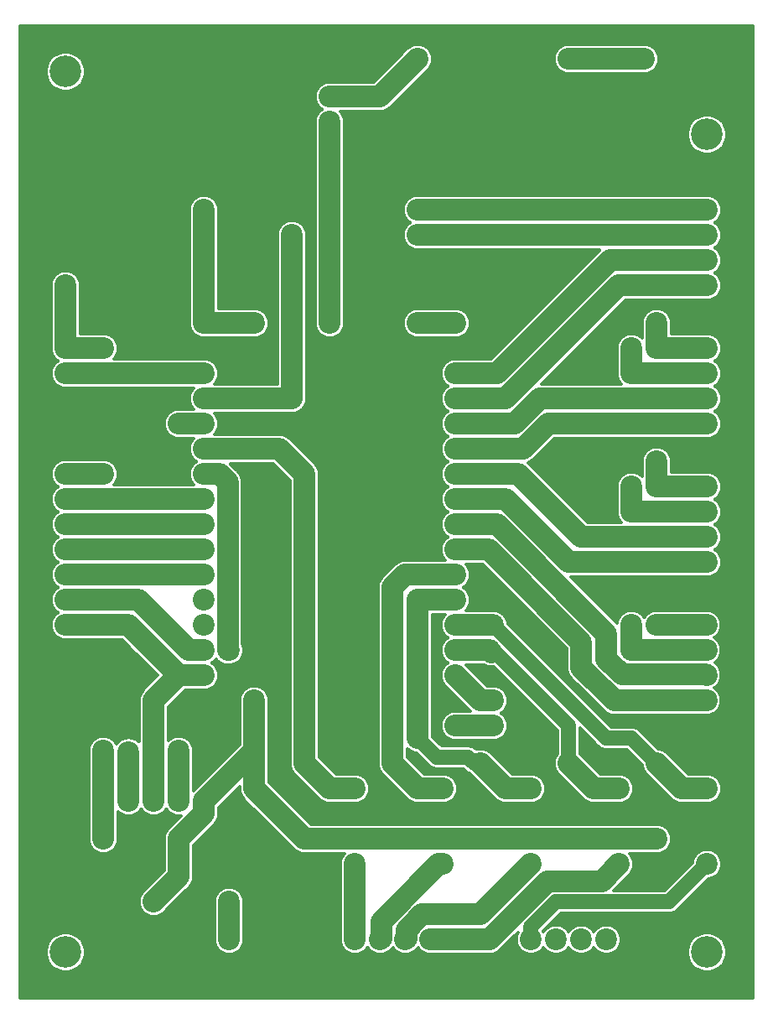
<source format=gbr>
%TF.GenerationSoftware,KiCad,Pcbnew,(5.1.6)-1*%
%TF.CreationDate,2022-08-08T10:05:23-05:00*%
%TF.ProjectId,controller4,636f6e74-726f-46c6-9c65-72342e6b6963,rev?*%
%TF.SameCoordinates,Original*%
%TF.FileFunction,Copper,L2,Bot*%
%TF.FilePolarity,Positive*%
%FSLAX46Y46*%
G04 Gerber Fmt 4.6, Leading zero omitted, Abs format (unit mm)*
G04 Created by KiCad (PCBNEW (5.1.6)-1) date 2022-08-08 10:05:23*
%MOMM*%
%LPD*%
G01*
G04 APERTURE LIST*
%TA.AperFunction,ComponentPad*%
%ADD10C,2.200000*%
%TD*%
%TA.AperFunction,ViaPad*%
%ADD11C,3.200000*%
%TD*%
%TA.AperFunction,ViaPad*%
%ADD12C,2.200000*%
%TD*%
%TA.AperFunction,Conductor*%
%ADD13C,2.200000*%
%TD*%
%TA.AperFunction,Conductor*%
%ADD14C,1.500000*%
%TD*%
%TA.AperFunction,Conductor*%
%ADD15C,0.300000*%
%TD*%
G04 APERTURE END LIST*
D10*
%TO.P,J7,1*%
%TO.N,Net-(J7-Pad1)*%
X41910000Y6290000D03*
%TO.P,J7,2*%
%TO.N,Net-(J7-Pad2)*%
X39370000Y6290000D03*
%TO.P,J7,3*%
%TO.N,Net-(J7-Pad3)*%
X36830000Y6290000D03*
%TO.P,J7,4*%
%TO.N,Net-(J7-Pad4)*%
X34290000Y6290000D03*
%TO.P,J7,5*%
%TO.N,GND*%
X31750000Y6290000D03*
%TD*%
%TO.P,C1,1*%
%TO.N,X_SW*%
X31750000Y21530000D03*
%TO.P,C1,2*%
%TO.N,GND*%
X31750000Y18990000D03*
%TD*%
%TO.P,C2,2*%
%TO.N,GND*%
X40640000Y18990000D03*
%TO.P,C2,1*%
%TO.N,Y_SW*%
X40640000Y21530000D03*
%TD*%
%TO.P,C3,1*%
%TO.N,A_SW*%
X49530000Y21530000D03*
%TO.P,C3,2*%
%TO.N,GND*%
X49530000Y18990000D03*
%TD*%
%TO.P,C4,2*%
%TO.N,GND*%
X58420000Y18990000D03*
%TO.P,C4,1*%
%TO.N,Z_SW*%
X58420000Y21530000D03*
%TD*%
%TO.P,C5,2*%
%TO.N,Net-(C5-Pad2)*%
X48260000Y30420000D03*
%TO.P,C5,1*%
%TO.N,+3V3*%
X48260000Y27880000D03*
%TD*%
%TO.P,C6,1*%
%TO.N,PROBE_SW*%
X67310000Y21530000D03*
%TO.P,C6,2*%
%TO.N,GND*%
X67310000Y18990000D03*
%TD*%
%TO.P,C7,2*%
%TO.N,GND*%
X13970000Y7560000D03*
%TO.P,C7,1*%
%TO.N,+3V3*%
X13970000Y10100000D03*
%TD*%
%TO.P,J1,1*%
%TO.N,GND*%
X68580000Y95190000D03*
%TO.P,J1,2*%
%TO.N,Net-(J1-Pad2)*%
X63500000Y95190000D03*
%TD*%
%TO.P,J2,1*%
%TO.N,+3V3*%
X69850000Y79950000D03*
%TO.P,J2,2*%
%TO.N,STEP_EN*%
X69850000Y77410000D03*
%TO.P,J2,3*%
%TO.N,X_DIR*%
X69850000Y74870000D03*
%TO.P,J2,4*%
%TO.N,X_STEP*%
X69850000Y72330000D03*
%TD*%
%TO.P,J3,4*%
%TO.N,A_STEP*%
X69850000Y58360000D03*
%TO.P,J3,3*%
%TO.N,A_DIR*%
X69850000Y60900000D03*
%TO.P,J3,2*%
%TO.N,STEP_EN*%
X69850000Y63440000D03*
%TO.P,J3,1*%
%TO.N,+3V3*%
X69850000Y65980000D03*
%TD*%
%TO.P,J4,1*%
%TO.N,+3V3*%
X69850000Y52010000D03*
%TO.P,J4,2*%
%TO.N,STEP_EN*%
X69850000Y49470000D03*
%TO.P,J4,3*%
%TO.N,Y_DIR*%
X69850000Y46930000D03*
%TO.P,J4,4*%
%TO.N,Y_STEP*%
X69850000Y44390000D03*
%TD*%
%TO.P,J5,4*%
%TO.N,Z_STEP*%
X69789999Y30420000D03*
%TO.P,J5,3*%
%TO.N,Z_DIR*%
X69789999Y32960000D03*
%TO.P,J5,2*%
%TO.N,STEP_EN*%
X69789999Y35500000D03*
%TO.P,J5,1*%
%TO.N,+3V3*%
X69789999Y38040000D03*
%TD*%
%TO.P,J6,1*%
%TO.N,Net-(J6-Pad1)*%
X59690000Y6290000D03*
%TO.P,J6,2*%
%TO.N,Net-(J6-Pad2)*%
X57150000Y6290000D03*
%TO.P,J6,3*%
%TO.N,Net-(J6-Pad3)*%
X54610000Y6290000D03*
%TO.P,J6,4*%
%TO.N,Net-(J6-Pad4)*%
X52070000Y6290000D03*
%TD*%
%TO.P,J8,1*%
%TO.N,+5V*%
X31750000Y88840000D03*
%TO.P,J8,2*%
%TO.N,Net-(J8-Pad2)*%
X31750000Y91380000D03*
%TD*%
%TO.P,J9,1*%
%TO.N,+5V*%
X5080000Y65980000D03*
%TO.P,J9,2*%
%TO.N,LED*%
X5080000Y63440000D03*
%TO.P,J9,3*%
%TO.N,GND*%
X5080000Y60900000D03*
%TD*%
%TO.P,J10,1*%
%TO.N,GND*%
X5080000Y35500000D03*
%TO.P,J10,2*%
%TO.N,MOSI*%
X5080000Y38040000D03*
%TO.P,J10,3*%
%TO.N,TFT_CS*%
X5080000Y40580000D03*
%TO.P,J10,4*%
%TO.N,TFT_DC*%
X5080000Y43120000D03*
%TO.P,J10,5*%
%TO.N,MISO*%
X5080000Y45660000D03*
%TO.P,J10,6*%
%TO.N,MCLK*%
X5080000Y48200000D03*
%TO.P,J10,7*%
%TO.N,TOUCH_CS*%
X5080000Y50740000D03*
%TO.P,J10,8*%
%TO.N,+5V*%
X5080000Y53280000D03*
%TD*%
%TO.P,J11,1*%
%TO.N,GND*%
X24130000Y6290000D03*
%TO.P,J11,2*%
%TO.N,PWM*%
X21590000Y6290000D03*
%TD*%
%TO.P,M1,1*%
%TO.N,GND*%
X55880000Y86300000D03*
%TO.P,M1,2*%
X40640000Y86300000D03*
%TO.P,M1,3*%
%TO.N,Net-(J8-Pad2)*%
X40640000Y95190000D03*
%TO.P,M1,4*%
%TO.N,Net-(J1-Pad2)*%
X55880000Y95190000D03*
%TD*%
%TO.P,M2,1*%
%TO.N,GND*%
X6350000Y20260000D03*
%TO.P,M2,2*%
%TO.N,MISO*%
X8890000Y20260000D03*
%TO.P,M2,3*%
%TO.N,MCLK*%
X11430000Y20260000D03*
%TO.P,M2,4*%
%TO.N,MOSI*%
X13970000Y20260000D03*
%TO.P,M2,5*%
%TO.N,SD_CS*%
X16510000Y20260000D03*
%TO.P,M2,6*%
%TO.N,+3V3*%
X19050000Y20260000D03*
%TD*%
%TO.P,R1,2*%
%TO.N,Net-(J6-Pad4)*%
X69850000Y13910000D03*
%TO.P,R1,1*%
%TO.N,PROBE_SW*%
X69850000Y21530000D03*
%TD*%
%TO.P,R2,2*%
%TO.N,Net-(J7-Pad1)*%
X60960000Y13910000D03*
%TO.P,R2,1*%
%TO.N,Z_SW*%
X60960000Y21530000D03*
%TD*%
%TO.P,R3,1*%
%TO.N,A_SW*%
X52070000Y21530000D03*
%TO.P,R3,2*%
%TO.N,Net-(J7-Pad2)*%
X52070000Y13910000D03*
%TD*%
%TO.P,R4,2*%
%TO.N,Net-(J7-Pad3)*%
X43180000Y13910000D03*
%TO.P,R4,1*%
%TO.N,Y_SW*%
X43180000Y21530000D03*
%TD*%
%TO.P,R5,1*%
%TO.N,X_SW*%
X34290000Y21530000D03*
%TO.P,R5,2*%
%TO.N,Net-(J7-Pad4)*%
X34290000Y13910000D03*
%TD*%
%TO.P,R6,1*%
%TO.N,+3V3*%
X29210000Y16450000D03*
%TO.P,R6,2*%
%TO.N,X_SW*%
X29210000Y24070000D03*
%TD*%
%TO.P,R7,2*%
%TO.N,Y_SW*%
X38100000Y24070000D03*
%TO.P,R7,1*%
%TO.N,+3V3*%
X38100000Y16450000D03*
%TD*%
%TO.P,R8,1*%
%TO.N,+3V3*%
X46990000Y16450000D03*
%TO.P,R8,2*%
%TO.N,A_SW*%
X46990000Y24070000D03*
%TD*%
%TO.P,R9,2*%
%TO.N,Z_SW*%
X55880000Y24070000D03*
%TO.P,R9,1*%
%TO.N,+3V3*%
X55880000Y16450000D03*
%TD*%
%TO.P,R10,1*%
%TO.N,+3V3*%
X64770000Y16450000D03*
%TO.P,R10,2*%
%TO.N,PROBE_SW*%
X64770000Y24070000D03*
%TD*%
%TO.P,R11,1*%
%TO.N,+3V3*%
X16510000Y16450000D03*
%TO.P,R11,2*%
%TO.N,MISO*%
X8890000Y16450000D03*
%TD*%
%TO.P,U1,1*%
%TO.N,+5V*%
X44450000Y68520000D03*
%TO.P,U1,2*%
%TO.N,GND*%
X44450000Y65980000D03*
%TO.P,U1,3*%
%TO.N,X_DIR*%
X44450000Y63440000D03*
%TO.P,U1,4*%
%TO.N,X_STEP*%
X44450000Y60900000D03*
%TO.P,U1,5*%
%TO.N,A_DIR*%
X44450000Y58360000D03*
%TO.P,U1,6*%
%TO.N,A_STEP*%
X44450000Y55820000D03*
%TO.P,U1,7*%
%TO.N,Y_DIR*%
X44450000Y53280000D03*
%TO.P,U1,8*%
%TO.N,Y_STEP*%
X44450000Y50740000D03*
%TO.P,U1,9*%
%TO.N,Z_DIR*%
X44450000Y48200000D03*
%TO.P,U1,10*%
%TO.N,Z_STEP*%
X44450000Y45660000D03*
%TO.P,U1,11*%
%TO.N,Y_SW*%
X44450000Y43120000D03*
%TO.P,U1,12*%
%TO.N,A_SW*%
X44450000Y40580000D03*
%TO.P,U1,13*%
%TO.N,PROBE_SW*%
X44450000Y38040000D03*
%TO.P,U1,14*%
%TO.N,Z_SW*%
X44450000Y35500000D03*
%TO.P,U1,15*%
%TO.N,Net-(C5-Pad2)*%
X44450000Y32960000D03*
%TO.P,U1,16*%
%TO.N,MOSI*%
X19050000Y32960000D03*
%TO.P,U1,17*%
%TO.N,TFT_CS*%
X19050000Y35500000D03*
%TO.P,U1,18*%
%TO.N,Net-(U1-Pad18)*%
X19050000Y38040000D03*
%TO.P,U1,19*%
%TO.N,Net-(U1-Pad19)*%
X19050000Y40580000D03*
%TO.P,U1,20*%
%TO.N,TFT_DC*%
X19050000Y43120000D03*
%TO.P,U1,21*%
%TO.N,MISO*%
X19050000Y45660000D03*
%TO.P,U1,22*%
%TO.N,MCLK*%
X19050000Y48200000D03*
%TO.P,U1,23*%
%TO.N,TOUCH_CS*%
X19050000Y50740000D03*
%TO.P,U1,24*%
%TO.N,PWM*%
X19050000Y53280000D03*
%TO.P,U1,25*%
%TO.N,X_SW*%
X19050000Y55820000D03*
%TO.P,U1,26*%
%TO.N,SD_CS*%
X19050000Y58360000D03*
%TO.P,U1,27*%
%TO.N,STEP_EN*%
X19050000Y60900000D03*
%TO.P,U1,28*%
%TO.N,LED*%
X19050000Y63440000D03*
%TO.P,U1,29*%
%TO.N,GND*%
X19050000Y65980000D03*
%TO.P,U1,30*%
%TO.N,+3V3*%
X19050000Y68520000D03*
%TD*%
D11*
%TO.N,*%
X5080000Y93920000D03*
X69850000Y87570000D03*
X5080000Y5020000D03*
X69850000Y5020000D03*
D12*
%TO.N,+3V3*%
X64770000Y79950000D03*
X64770000Y68520000D03*
X64770000Y65980000D03*
X64770000Y54550000D03*
X64770000Y52010000D03*
X64770000Y38040000D03*
X19050000Y79950000D03*
X40640000Y79950000D03*
X44450000Y27880000D03*
X24130000Y27880000D03*
X24130000Y30420000D03*
X24130000Y68520000D03*
%TO.N,+5V*%
X5080000Y72330000D03*
X8890000Y53280000D03*
X8890000Y65980000D03*
X31750000Y72330000D03*
X31750000Y68520000D03*
X40640000Y68520000D03*
%TO.N,STEP_EN*%
X62230000Y77410000D03*
X62230000Y65980000D03*
X62230000Y63440000D03*
X62230000Y52010000D03*
X62230000Y49470000D03*
X62230000Y38040000D03*
X40640000Y77410000D03*
X27940000Y77410000D03*
%TO.N,MISO*%
X8890000Y45660000D03*
X8890000Y25340000D03*
%TO.N,MCLK*%
X11430000Y48200000D03*
X11430000Y25200010D03*
%TO.N,SD_CS*%
X16510000Y25340000D03*
X16510000Y58360000D03*
%TO.N,PWM*%
X21590000Y10100000D03*
X21590000Y35500000D03*
%TD*%
D13*
%TO.N,+3V3*%
X69850000Y79950000D02*
X64770000Y79950000D01*
X69850000Y65980000D02*
X64770000Y65980000D01*
X64770000Y65980000D02*
X64770000Y68520000D01*
X69850000Y52010000D02*
X64770000Y52010000D01*
X64770000Y52010000D02*
X64770000Y54550000D01*
X69789999Y38040000D02*
X64770000Y38040000D01*
X64770000Y79950000D02*
X64770000Y79950000D01*
X64770000Y68520000D02*
X64770000Y68520000D01*
X64770000Y65980000D02*
X64770000Y65980000D01*
X64770000Y54550000D02*
X64770000Y54550000D01*
X64770000Y52010000D02*
X64770000Y52010000D01*
X64770000Y38040000D02*
X64770000Y38040000D01*
X64770000Y79950000D02*
X62230000Y79950000D01*
X62230000Y79950000D02*
X62230000Y79950000D01*
X19050000Y18990000D02*
X16510000Y16450000D01*
X19050000Y20260000D02*
X19050000Y18990000D01*
X19050000Y68520000D02*
X19050000Y79950000D01*
X19050000Y79950000D02*
X19050000Y79950000D01*
X62230000Y79950000D02*
X62230000Y79950000D01*
X62230000Y79950000D02*
X40640000Y79950000D01*
X40640000Y79950000D02*
X40640000Y79950000D01*
X48260000Y27880000D02*
X44450000Y27880000D01*
X19050000Y20260000D02*
X24130000Y25340000D01*
X24130000Y25340000D02*
X24130000Y26610000D01*
X44450000Y27880000D02*
X44450000Y27880000D01*
X24130000Y26610000D02*
X24130000Y29150000D01*
X24130000Y29150000D02*
X24130000Y30420000D01*
X24130000Y30420000D02*
X24130000Y30420000D01*
X19050000Y68520000D02*
X24130000Y68520000D01*
X24130000Y68520000D02*
X24130000Y68520000D01*
X24130000Y21530000D02*
X29210000Y16450000D01*
X24130000Y25340000D02*
X24130000Y21530000D01*
X29210000Y16450000D02*
X64770000Y16450000D01*
X16510000Y12640000D02*
X13970000Y10100000D01*
X16510000Y16450000D02*
X16510000Y12640000D01*
%TO.N,+5V*%
X5080000Y65980000D02*
X5080000Y72330000D01*
X5080000Y65980000D02*
X8890000Y65980000D01*
X5080000Y53280000D02*
X8890000Y53280000D01*
X8890000Y53280000D02*
X8890000Y53280000D01*
X8890000Y65980000D02*
X8890000Y65980000D01*
X31750000Y88840000D02*
X31750000Y72330000D01*
X44450000Y68520000D02*
X40640000Y68520000D01*
X31750000Y72330000D02*
X31750000Y68520000D01*
X31750000Y68520000D02*
X31750000Y68520000D01*
X40640000Y68520000D02*
X40640000Y68520000D01*
%TO.N,X_DIR*%
X60105874Y74870000D02*
X69850000Y74870000D01*
X48675874Y63440000D02*
X60105874Y74870000D01*
X44450000Y63440000D02*
X48675874Y63440000D01*
%TO.N,X_STEP*%
X49530000Y60900000D02*
X44450000Y60900000D01*
X69850000Y72330000D02*
X60960000Y72330000D01*
X60960000Y72330000D02*
X49530000Y60900000D01*
%TO.N,STEP_EN*%
X69850000Y63440000D02*
X62230000Y63440000D01*
X62230000Y63440000D02*
X62230000Y65980000D01*
X69850000Y49470000D02*
X62230000Y49470000D01*
X62230000Y49470000D02*
X62230000Y52010000D01*
X69789999Y35500000D02*
X62230000Y35500000D01*
X62230000Y35500000D02*
X62230000Y38040000D01*
X69850000Y77410000D02*
X62230000Y77410000D01*
X62230000Y77410000D02*
X59690000Y77410000D01*
X62230000Y65980000D02*
X62230000Y65980000D01*
X62230000Y63440000D02*
X62230000Y63440000D01*
X62230000Y52010000D02*
X62230000Y52010000D01*
X62230000Y49470000D02*
X62230000Y49470000D01*
X62230000Y38040000D02*
X62230000Y38040000D01*
X59690000Y77410000D02*
X59690000Y77410000D01*
X59690000Y77410000D02*
X48260000Y77410000D01*
X48260000Y77410000D02*
X40640000Y77410000D01*
X40640000Y77410000D02*
X40640000Y77410000D01*
X19050000Y60900000D02*
X27940000Y60900000D01*
X27940000Y60900000D02*
X27940000Y77410000D01*
X27940000Y77410000D02*
X27940000Y77410000D01*
%TO.N,Y_DIR*%
X69850000Y46930000D02*
X57150000Y46930000D01*
X50800000Y53280000D02*
X44450000Y53280000D01*
X57150000Y46930000D02*
X50800000Y53280000D01*
%TO.N,Y_STEP*%
X49530000Y50740000D02*
X44450000Y50740000D01*
X69850000Y44390000D02*
X55880000Y44390000D01*
X55880000Y44390000D02*
X49530000Y50740000D01*
%TO.N,Z_STEP*%
X44450000Y45660000D02*
X47821748Y45660000D01*
X47821748Y45660000D02*
X57150000Y36331748D01*
X60521748Y30420000D02*
X69789999Y30420000D01*
X57150000Y33791748D02*
X60521748Y30420000D01*
X57150000Y36331748D02*
X57150000Y33791748D01*
%TO.N,Z_DIR*%
X69789999Y32960000D02*
X69789999Y33020001D01*
X61235884Y33099990D02*
X59690000Y34645874D01*
X69710010Y33099990D02*
X61235884Y33099990D01*
X69789999Y33020001D02*
X69710010Y33099990D01*
X59690000Y34645874D02*
X59690000Y37185874D01*
X48675874Y48200000D02*
X44450000Y48200000D01*
X59690000Y37185874D02*
X48675874Y48200000D01*
%TO.N,MISO*%
X19050000Y45660000D02*
X7620000Y45660000D01*
X8890000Y20260000D02*
X8890000Y25340000D01*
X7620000Y45660000D02*
X5080000Y45660000D01*
X8890000Y25340000D02*
X8890000Y25340000D01*
X8890000Y20260000D02*
X8890000Y16450000D01*
%TO.N,MCLK*%
X19050000Y48200000D02*
X10160000Y48200000D01*
X11430000Y20260000D02*
X11430000Y25200010D01*
X10160000Y48200000D02*
X5080000Y48200000D01*
X11430000Y25200010D02*
X11430000Y25200010D01*
%TO.N,MOSI*%
X19050000Y32960000D02*
X16510000Y32960000D01*
X11430000Y38040000D02*
X5080000Y38040000D01*
X16510000Y32960000D02*
X12700000Y36770000D01*
X13970000Y25340000D02*
X13970000Y25340000D01*
X12700000Y36770000D02*
X11430000Y38040000D01*
X13970000Y30420000D02*
X16510000Y32960000D01*
X13970000Y20260000D02*
X13970000Y30420000D01*
%TO.N,SD_CS*%
X16510000Y20260000D02*
X16510000Y25340000D01*
X16510000Y25340000D02*
X16510000Y25340000D01*
X19050000Y58360000D02*
X16510000Y58360000D01*
%TO.N,TOUCH_CS*%
X19050000Y50740000D02*
X5080000Y50740000D01*
%TO.N,TFT_DC*%
X19050000Y43120000D02*
X5080000Y43120000D01*
%TO.N,TFT_CS*%
X12414366Y40580000D02*
X5080000Y40580000D01*
X17494366Y35500000D02*
X12414366Y40580000D01*
X19050000Y35500000D02*
X17494366Y35500000D01*
%TO.N,LED*%
X19050000Y63440000D02*
X5080000Y63440000D01*
%TO.N,Net-(J7-Pad1)*%
X60960000Y13910000D02*
X59200010Y12150010D01*
X47900849Y6290000D02*
X41910000Y6290000D01*
X53760859Y12150010D02*
X47900849Y6290000D01*
X59200010Y12150010D02*
X53760859Y12150010D01*
%TO.N,A_STEP*%
X51238252Y55820000D02*
X44450000Y55820000D01*
X53778252Y58360000D02*
X51238252Y55820000D01*
X69850000Y58360000D02*
X53778252Y58360000D01*
%TO.N,A_DIR*%
X50384126Y58360000D02*
X44450000Y58360000D01*
X52924126Y60900000D02*
X50384126Y58360000D01*
X69850000Y60900000D02*
X52924126Y60900000D01*
%TO.N,Net-(J1-Pad2)*%
X63500000Y95190000D02*
X55880000Y95190000D01*
%TO.N,PROBE_SW*%
X64770000Y24070000D02*
X67310000Y21530000D01*
X67310000Y21530000D02*
X69850000Y21530000D01*
D14*
X48260000Y38040000D02*
X59690000Y26610000D01*
X59690000Y26610000D02*
X62230000Y26610000D01*
X62230000Y26610000D02*
X64770000Y24070000D01*
D13*
X44450000Y38040000D02*
X48260000Y38040000D01*
%TO.N,Z_SW*%
X55880000Y24070000D02*
X58420000Y21530000D01*
X58420000Y21530000D02*
X60960000Y21530000D01*
D14*
X55880000Y27880000D02*
X55880000Y24070000D01*
X48260000Y35500000D02*
X55880000Y27880000D01*
D13*
X47900850Y35500000D02*
X48080425Y35320425D01*
X44450000Y35500000D02*
X47900850Y35500000D01*
%TO.N,A_SW*%
X46990000Y24070000D02*
X49530000Y21530000D01*
X49530000Y21530000D02*
X52070000Y21530000D01*
X40640000Y40580000D02*
X40640000Y39310000D01*
X44450000Y40580000D02*
X40640000Y40580000D01*
X40640000Y39310000D02*
X40640000Y26610000D01*
D14*
X46990000Y24070000D02*
X46355000Y24070000D01*
X46355000Y24070000D02*
X45720000Y24705000D01*
X42545000Y24705000D02*
X40640000Y26610000D01*
X45720000Y24705000D02*
X42545000Y24705000D01*
D13*
%TO.N,Y_SW*%
X38100000Y24070000D02*
X40640000Y21530000D01*
X40640000Y21530000D02*
X43180000Y21530000D01*
X44450000Y43120000D02*
X39370000Y43120000D01*
X38100000Y41850000D02*
X38100000Y24070000D01*
X39370000Y43120000D02*
X38100000Y41850000D01*
%TO.N,X_SW*%
X29210000Y35500000D02*
X29210000Y35500000D01*
X26670000Y55820000D02*
X19050000Y55820000D01*
X29210000Y24070000D02*
X29210000Y53280000D01*
X29210000Y53280000D02*
X26670000Y55820000D01*
X29210000Y24070000D02*
X31750000Y21530000D01*
X31750000Y21530000D02*
X34290000Y21530000D01*
%TO.N,Net-(C5-Pad2)*%
X44450000Y32960000D02*
X46990000Y30420000D01*
X46990000Y30420000D02*
X48260000Y30420000D01*
D14*
%TO.N,Net-(J6-Pad4)*%
X69850000Y13910000D02*
X66040000Y10100000D01*
X66040000Y10100000D02*
X54610000Y10100000D01*
X52070000Y7560000D02*
X52070000Y6290000D01*
X54610000Y10100000D02*
X52070000Y7560000D01*
D13*
%TO.N,Net-(J7-Pad2)*%
X39509990Y7284116D02*
X41055874Y8830000D01*
X39370000Y6290000D02*
X39509990Y6429990D01*
X39509990Y6429990D02*
X39509990Y7284116D01*
X46990000Y8830000D02*
X52070000Y13910000D01*
X41055874Y8830000D02*
X46990000Y8830000D01*
%TO.N,Net-(J7-Pad3)*%
X42741748Y13910000D02*
X43180000Y13910000D01*
X36969991Y8138243D02*
X42741748Y13910000D01*
X36969991Y6429991D02*
X36969991Y8138243D01*
X36830000Y6290000D02*
X36969991Y6429991D01*
%TO.N,Net-(J7-Pad4)*%
X34290000Y6290000D02*
X34290000Y13910000D01*
%TO.N,Net-(J8-Pad2)*%
X40640000Y95190000D02*
X36830000Y91380000D01*
X36830000Y91380000D02*
X31750000Y91380000D01*
%TO.N,PWM*%
X21590000Y6290000D02*
X21590000Y10100000D01*
X21590000Y10100000D02*
X21590000Y10100000D01*
X21450001Y52435633D02*
X21450001Y36652001D01*
X19050000Y53280000D02*
X20605634Y53280000D01*
X20605634Y53280000D02*
X21450001Y52435633D01*
X21450001Y36652001D02*
X21450001Y35500000D01*
%TD*%
D15*
%TO.N,GND*%
G36*
X74480000Y390000D02*
G01*
X450000Y390000D01*
X450000Y5216983D01*
X3080000Y5216983D01*
X3080000Y4823017D01*
X3156859Y4436622D01*
X3307623Y4072645D01*
X3526499Y3745074D01*
X3805074Y3466499D01*
X4132645Y3247623D01*
X4496622Y3096859D01*
X4883017Y3020000D01*
X5276983Y3020000D01*
X5663378Y3096859D01*
X6027355Y3247623D01*
X6354926Y3466499D01*
X6633501Y3745074D01*
X6852377Y4072645D01*
X7003141Y4436622D01*
X7080000Y4823017D01*
X7080000Y5216983D01*
X7003141Y5603378D01*
X6852377Y5967355D01*
X6633501Y6294926D01*
X6354926Y6573501D01*
X6027355Y6792377D01*
X5663378Y6943141D01*
X5276983Y7020000D01*
X4883017Y7020000D01*
X4496622Y6943141D01*
X4132645Y6792377D01*
X3805074Y6573501D01*
X3526499Y6294926D01*
X3307623Y5967355D01*
X3156859Y5603378D01*
X3080000Y5216983D01*
X450000Y5216983D01*
X450000Y65980000D01*
X3572743Y65980000D01*
X3580000Y65906321D01*
X3580000Y65832263D01*
X3594448Y65759626D01*
X3601705Y65685949D01*
X3623195Y65615104D01*
X3637644Y65542466D01*
X3665985Y65474044D01*
X3687476Y65403198D01*
X3722375Y65337907D01*
X3750717Y65269483D01*
X3791864Y65207903D01*
X3826762Y65142613D01*
X3873730Y65085382D01*
X3914874Y65023806D01*
X3967237Y64971443D01*
X4014208Y64914208D01*
X4071444Y64867236D01*
X4123806Y64814874D01*
X4185382Y64773730D01*
X4242613Y64726762D01*
X4273972Y64710000D01*
X4242613Y64693238D01*
X4185382Y64646270D01*
X4123806Y64605126D01*
X4071444Y64552764D01*
X4014208Y64505792D01*
X3967236Y64448556D01*
X3914874Y64396194D01*
X3873730Y64334618D01*
X3826762Y64277387D01*
X3791864Y64212097D01*
X3750717Y64150517D01*
X3722375Y64082093D01*
X3687476Y64016802D01*
X3665985Y63945956D01*
X3637644Y63877534D01*
X3623195Y63804896D01*
X3601705Y63734051D01*
X3594448Y63660374D01*
X3580000Y63587737D01*
X3580000Y63513680D01*
X3572743Y63440000D01*
X3580000Y63366321D01*
X3580000Y63292263D01*
X3594448Y63219626D01*
X3601705Y63145949D01*
X3623195Y63075104D01*
X3637644Y63002466D01*
X3665985Y62934044D01*
X3687476Y62863198D01*
X3722375Y62797907D01*
X3750717Y62729483D01*
X3791864Y62667903D01*
X3826762Y62602613D01*
X3873730Y62545382D01*
X3914874Y62483806D01*
X3967236Y62431444D01*
X4014208Y62374208D01*
X4071444Y62327236D01*
X4123806Y62274874D01*
X4185382Y62233730D01*
X4242613Y62186762D01*
X4307903Y62151864D01*
X4369483Y62110717D01*
X4437907Y62082375D01*
X4503198Y62047476D01*
X4574044Y62025985D01*
X4642466Y61997644D01*
X4715104Y61983195D01*
X4785949Y61961705D01*
X4859626Y61954448D01*
X4932263Y61940000D01*
X17963041Y61940000D01*
X17937236Y61908556D01*
X17884874Y61856194D01*
X17843730Y61794618D01*
X17796762Y61737387D01*
X17761864Y61672097D01*
X17720717Y61610517D01*
X17692375Y61542093D01*
X17657476Y61476802D01*
X17635985Y61405956D01*
X17607644Y61337534D01*
X17593195Y61264896D01*
X17571705Y61194051D01*
X17564448Y61120374D01*
X17550000Y61047737D01*
X17550000Y60973680D01*
X17542743Y60900000D01*
X17550000Y60826321D01*
X17550000Y60752263D01*
X17564448Y60679626D01*
X17571705Y60605949D01*
X17593195Y60535104D01*
X17607644Y60462466D01*
X17635985Y60394044D01*
X17657476Y60323198D01*
X17692375Y60257907D01*
X17720717Y60189483D01*
X17761864Y60127903D01*
X17796762Y60062613D01*
X17843730Y60005382D01*
X17884874Y59943806D01*
X17937236Y59891444D01*
X17963041Y59860000D01*
X16362263Y59860000D01*
X16289626Y59845552D01*
X16215949Y59838295D01*
X16145104Y59816805D01*
X16072466Y59802356D01*
X16004044Y59774015D01*
X15933198Y59752524D01*
X15867907Y59717625D01*
X15799483Y59689283D01*
X15737903Y59648136D01*
X15672613Y59613238D01*
X15615382Y59566270D01*
X15553806Y59525126D01*
X15501444Y59472764D01*
X15444208Y59425792D01*
X15397236Y59368556D01*
X15344874Y59316194D01*
X15303730Y59254618D01*
X15256762Y59197387D01*
X15221864Y59132097D01*
X15180717Y59070517D01*
X15152375Y59002093D01*
X15117476Y58936802D01*
X15095985Y58865956D01*
X15067644Y58797534D01*
X15053195Y58724896D01*
X15031705Y58654051D01*
X15024448Y58580374D01*
X15010000Y58507737D01*
X15010000Y58433680D01*
X15002743Y58360000D01*
X15010000Y58286320D01*
X15010000Y58212263D01*
X15024448Y58139626D01*
X15031705Y58065949D01*
X15053195Y57995104D01*
X15067644Y57922466D01*
X15095985Y57854044D01*
X15117476Y57783198D01*
X15152375Y57717907D01*
X15180717Y57649483D01*
X15221864Y57587903D01*
X15256762Y57522613D01*
X15303730Y57465382D01*
X15344874Y57403806D01*
X15397236Y57351444D01*
X15444208Y57294208D01*
X15501444Y57247236D01*
X15553806Y57194874D01*
X15615382Y57153730D01*
X15672613Y57106762D01*
X15737903Y57071864D01*
X15799483Y57030717D01*
X15867907Y57002375D01*
X15933198Y56967476D01*
X16004044Y56945985D01*
X16072466Y56917644D01*
X16145104Y56903195D01*
X16215949Y56881705D01*
X16289626Y56874448D01*
X16362263Y56860000D01*
X17963041Y56860000D01*
X17937236Y56828556D01*
X17884874Y56776194D01*
X17843730Y56714618D01*
X17796762Y56657387D01*
X17761864Y56592097D01*
X17720717Y56530517D01*
X17692375Y56462093D01*
X17657476Y56396802D01*
X17635985Y56325956D01*
X17607644Y56257534D01*
X17593195Y56184896D01*
X17571705Y56114051D01*
X17564448Y56040374D01*
X17550000Y55967737D01*
X17550000Y55893680D01*
X17542743Y55820000D01*
X17550000Y55746320D01*
X17550000Y55672263D01*
X17564448Y55599626D01*
X17571705Y55525949D01*
X17593195Y55455104D01*
X17607644Y55382466D01*
X17635985Y55314044D01*
X17657476Y55243198D01*
X17692375Y55177907D01*
X17720717Y55109483D01*
X17761864Y55047903D01*
X17796762Y54982613D01*
X17843730Y54925382D01*
X17884874Y54863806D01*
X17937236Y54811444D01*
X17984208Y54754208D01*
X18041444Y54707236D01*
X18093806Y54654874D01*
X18155382Y54613730D01*
X18212613Y54566762D01*
X18243972Y54550000D01*
X18212613Y54533238D01*
X18155382Y54486270D01*
X18093806Y54445126D01*
X18041444Y54392764D01*
X17984208Y54345792D01*
X17937236Y54288556D01*
X17884874Y54236194D01*
X17843730Y54174618D01*
X17796762Y54117387D01*
X17761864Y54052097D01*
X17720717Y53990517D01*
X17692375Y53922093D01*
X17657476Y53856802D01*
X17635985Y53785956D01*
X17607644Y53717534D01*
X17593195Y53644896D01*
X17571705Y53574051D01*
X17564448Y53500374D01*
X17550000Y53427737D01*
X17550000Y53353680D01*
X17542743Y53280000D01*
X17550000Y53206320D01*
X17550000Y53132263D01*
X17564448Y53059626D01*
X17571705Y52985949D01*
X17593195Y52915104D01*
X17607644Y52842466D01*
X17635985Y52774044D01*
X17657476Y52703198D01*
X17692375Y52637907D01*
X17720717Y52569483D01*
X17761864Y52507903D01*
X17796762Y52442613D01*
X17843730Y52385382D01*
X17884874Y52323806D01*
X17937236Y52271444D01*
X17963041Y52240000D01*
X9976959Y52240000D01*
X10002764Y52271444D01*
X10055126Y52323806D01*
X10096270Y52385382D01*
X10143238Y52442613D01*
X10178136Y52507903D01*
X10219283Y52569483D01*
X10247625Y52637907D01*
X10282524Y52703198D01*
X10304015Y52774044D01*
X10332356Y52842466D01*
X10346805Y52915104D01*
X10368295Y52985949D01*
X10375552Y53059626D01*
X10390000Y53132263D01*
X10390000Y53206320D01*
X10397257Y53280000D01*
X10390000Y53353680D01*
X10390000Y53427737D01*
X10375552Y53500374D01*
X10368295Y53574051D01*
X10346805Y53644896D01*
X10332356Y53717534D01*
X10304015Y53785956D01*
X10282524Y53856802D01*
X10247625Y53922093D01*
X10219283Y53990517D01*
X10178136Y54052097D01*
X10143238Y54117387D01*
X10096270Y54174618D01*
X10055126Y54236194D01*
X10002764Y54288556D01*
X9955792Y54345792D01*
X9898556Y54392764D01*
X9846194Y54445126D01*
X9784618Y54486270D01*
X9727387Y54533238D01*
X9662097Y54568136D01*
X9600517Y54609283D01*
X9532093Y54637625D01*
X9466802Y54672524D01*
X9395956Y54694015D01*
X9327534Y54722356D01*
X9254896Y54736805D01*
X9184051Y54758295D01*
X9110374Y54765552D01*
X9037737Y54780000D01*
X4932263Y54780000D01*
X4859626Y54765552D01*
X4785949Y54758295D01*
X4715104Y54736805D01*
X4642466Y54722356D01*
X4574044Y54694015D01*
X4503198Y54672524D01*
X4437907Y54637625D01*
X4369483Y54609283D01*
X4307903Y54568136D01*
X4242613Y54533238D01*
X4185382Y54486270D01*
X4123806Y54445126D01*
X4071444Y54392764D01*
X4014208Y54345792D01*
X3967236Y54288556D01*
X3914874Y54236194D01*
X3873730Y54174618D01*
X3826762Y54117387D01*
X3791864Y54052097D01*
X3750717Y53990517D01*
X3722375Y53922093D01*
X3687476Y53856802D01*
X3665985Y53785956D01*
X3637644Y53717534D01*
X3623195Y53644896D01*
X3601705Y53574051D01*
X3594448Y53500374D01*
X3580000Y53427737D01*
X3580000Y53353680D01*
X3572743Y53280000D01*
X3580000Y53206320D01*
X3580000Y53132263D01*
X3594448Y53059626D01*
X3601705Y52985949D01*
X3623195Y52915104D01*
X3637644Y52842466D01*
X3665985Y52774044D01*
X3687476Y52703198D01*
X3722375Y52637907D01*
X3750717Y52569483D01*
X3791864Y52507903D01*
X3826762Y52442613D01*
X3873730Y52385382D01*
X3914874Y52323806D01*
X3967236Y52271444D01*
X4014208Y52214208D01*
X4071444Y52167236D01*
X4123806Y52114874D01*
X4185382Y52073730D01*
X4242613Y52026762D01*
X4273972Y52010000D01*
X4242613Y51993238D01*
X4185382Y51946270D01*
X4123806Y51905126D01*
X4071444Y51852764D01*
X4014208Y51805792D01*
X3967236Y51748556D01*
X3914874Y51696194D01*
X3873730Y51634618D01*
X3826762Y51577387D01*
X3791864Y51512097D01*
X3750717Y51450517D01*
X3722375Y51382093D01*
X3687476Y51316802D01*
X3665985Y51245956D01*
X3637644Y51177534D01*
X3623195Y51104896D01*
X3601705Y51034051D01*
X3594448Y50960374D01*
X3580000Y50887737D01*
X3580000Y50813680D01*
X3572743Y50740000D01*
X3580000Y50666320D01*
X3580000Y50592263D01*
X3594448Y50519626D01*
X3601705Y50445949D01*
X3623195Y50375104D01*
X3637644Y50302466D01*
X3665985Y50234044D01*
X3687476Y50163198D01*
X3722375Y50097907D01*
X3750717Y50029483D01*
X3791864Y49967903D01*
X3826762Y49902613D01*
X3873730Y49845382D01*
X3914874Y49783806D01*
X3967236Y49731444D01*
X4014208Y49674208D01*
X4071444Y49627236D01*
X4123806Y49574874D01*
X4185382Y49533730D01*
X4242613Y49486762D01*
X4273972Y49470000D01*
X4242613Y49453238D01*
X4185382Y49406270D01*
X4123806Y49365126D01*
X4071444Y49312764D01*
X4014208Y49265792D01*
X3967236Y49208556D01*
X3914874Y49156194D01*
X3873730Y49094618D01*
X3826762Y49037387D01*
X3791864Y48972097D01*
X3750717Y48910517D01*
X3722375Y48842093D01*
X3687476Y48776802D01*
X3665985Y48705956D01*
X3637644Y48637534D01*
X3623195Y48564896D01*
X3601705Y48494051D01*
X3594448Y48420374D01*
X3580000Y48347737D01*
X3580000Y48273680D01*
X3572743Y48200000D01*
X3580000Y48126320D01*
X3580000Y48052263D01*
X3594448Y47979626D01*
X3601705Y47905949D01*
X3623195Y47835104D01*
X3637644Y47762466D01*
X3665985Y47694044D01*
X3687476Y47623198D01*
X3722375Y47557907D01*
X3750717Y47489483D01*
X3791864Y47427903D01*
X3826762Y47362613D01*
X3873730Y47305382D01*
X3914874Y47243806D01*
X3967236Y47191444D01*
X4014208Y47134208D01*
X4071444Y47087236D01*
X4123806Y47034874D01*
X4185382Y46993730D01*
X4242613Y46946762D01*
X4273972Y46930000D01*
X4242613Y46913238D01*
X4185382Y46866270D01*
X4123806Y46825126D01*
X4071444Y46772764D01*
X4014208Y46725792D01*
X3967236Y46668556D01*
X3914874Y46616194D01*
X3873730Y46554618D01*
X3826762Y46497387D01*
X3791864Y46432097D01*
X3750717Y46370517D01*
X3722375Y46302093D01*
X3687476Y46236802D01*
X3665985Y46165956D01*
X3637644Y46097534D01*
X3623195Y46024896D01*
X3601705Y45954051D01*
X3594448Y45880374D01*
X3580000Y45807737D01*
X3580000Y45733680D01*
X3572743Y45660000D01*
X3580000Y45586320D01*
X3580000Y45512263D01*
X3594448Y45439626D01*
X3601705Y45365949D01*
X3623195Y45295104D01*
X3637644Y45222466D01*
X3665985Y45154044D01*
X3687476Y45083198D01*
X3722375Y45017907D01*
X3750717Y44949483D01*
X3791864Y44887903D01*
X3826762Y44822613D01*
X3873730Y44765382D01*
X3914874Y44703806D01*
X3967236Y44651444D01*
X4014208Y44594208D01*
X4071444Y44547236D01*
X4123806Y44494874D01*
X4185382Y44453730D01*
X4242613Y44406762D01*
X4273972Y44390000D01*
X4242613Y44373238D01*
X4185382Y44326270D01*
X4123806Y44285126D01*
X4071444Y44232764D01*
X4014208Y44185792D01*
X3967236Y44128556D01*
X3914874Y44076194D01*
X3873730Y44014618D01*
X3826762Y43957387D01*
X3791864Y43892097D01*
X3750717Y43830517D01*
X3722375Y43762093D01*
X3687476Y43696802D01*
X3665985Y43625956D01*
X3637644Y43557534D01*
X3623195Y43484896D01*
X3601705Y43414051D01*
X3594448Y43340374D01*
X3580000Y43267737D01*
X3580000Y43193680D01*
X3572743Y43120000D01*
X3580000Y43046320D01*
X3580000Y42972263D01*
X3594448Y42899626D01*
X3601705Y42825949D01*
X3623195Y42755104D01*
X3637644Y42682466D01*
X3665985Y42614044D01*
X3687476Y42543198D01*
X3722375Y42477907D01*
X3750717Y42409483D01*
X3791864Y42347903D01*
X3826762Y42282613D01*
X3873730Y42225382D01*
X3914874Y42163806D01*
X3967236Y42111444D01*
X4014208Y42054208D01*
X4071444Y42007236D01*
X4123806Y41954874D01*
X4185382Y41913730D01*
X4242613Y41866762D01*
X4273972Y41850000D01*
X4242613Y41833238D01*
X4185382Y41786270D01*
X4123806Y41745126D01*
X4071444Y41692764D01*
X4014208Y41645792D01*
X3967236Y41588556D01*
X3914874Y41536194D01*
X3873730Y41474618D01*
X3826762Y41417387D01*
X3791864Y41352097D01*
X3750717Y41290517D01*
X3722375Y41222093D01*
X3687476Y41156802D01*
X3665985Y41085956D01*
X3637644Y41017534D01*
X3623195Y40944896D01*
X3601705Y40874051D01*
X3594448Y40800374D01*
X3580000Y40727737D01*
X3580000Y40653680D01*
X3572743Y40580000D01*
X3580000Y40506320D01*
X3580000Y40432263D01*
X3594448Y40359626D01*
X3601705Y40285949D01*
X3623195Y40215104D01*
X3637644Y40142466D01*
X3665985Y40074044D01*
X3687476Y40003198D01*
X3722375Y39937907D01*
X3750717Y39869483D01*
X3791864Y39807903D01*
X3826762Y39742613D01*
X3873730Y39685382D01*
X3914874Y39623806D01*
X3967236Y39571444D01*
X4014208Y39514208D01*
X4071444Y39467236D01*
X4123806Y39414874D01*
X4185382Y39373730D01*
X4242613Y39326762D01*
X4273972Y39310000D01*
X4242613Y39293238D01*
X4185382Y39246270D01*
X4123806Y39205126D01*
X4071444Y39152764D01*
X4014208Y39105792D01*
X3967236Y39048556D01*
X3914874Y38996194D01*
X3873730Y38934618D01*
X3826762Y38877387D01*
X3791864Y38812097D01*
X3750717Y38750517D01*
X3722375Y38682093D01*
X3687476Y38616802D01*
X3665985Y38545956D01*
X3637644Y38477534D01*
X3623195Y38404896D01*
X3601705Y38334051D01*
X3594448Y38260374D01*
X3580000Y38187737D01*
X3580000Y38113680D01*
X3572743Y38040000D01*
X3580000Y37966320D01*
X3580000Y37892263D01*
X3594448Y37819626D01*
X3601705Y37745949D01*
X3623195Y37675104D01*
X3637644Y37602466D01*
X3665985Y37534044D01*
X3687476Y37463198D01*
X3722375Y37397907D01*
X3750717Y37329483D01*
X3791864Y37267903D01*
X3826762Y37202613D01*
X3873730Y37145382D01*
X3914874Y37083806D01*
X3967236Y37031444D01*
X4014208Y36974208D01*
X4071444Y36927236D01*
X4123806Y36874874D01*
X4185382Y36833730D01*
X4242613Y36786762D01*
X4307903Y36751864D01*
X4369483Y36710717D01*
X4437907Y36682375D01*
X4503198Y36647476D01*
X4574044Y36625985D01*
X4642466Y36597644D01*
X4715104Y36583195D01*
X4785949Y36561705D01*
X4859626Y36554448D01*
X4932263Y36540000D01*
X10808681Y36540000D01*
X11691439Y35657241D01*
X11691444Y35657237D01*
X14388680Y32960000D01*
X12961445Y31532764D01*
X12904209Y31485792D01*
X12716763Y31257387D01*
X12577478Y30996803D01*
X12577477Y30996802D01*
X12491705Y30714051D01*
X12462743Y30420000D01*
X12470001Y30346310D01*
X12470001Y26286968D01*
X12438556Y26312774D01*
X12386194Y26365136D01*
X12324618Y26406280D01*
X12267387Y26453248D01*
X12202097Y26488146D01*
X12140517Y26529293D01*
X12072093Y26557635D01*
X12006802Y26592534D01*
X11935956Y26614025D01*
X11867534Y26642366D01*
X11794896Y26656815D01*
X11724051Y26678305D01*
X11650374Y26685562D01*
X11577737Y26700010D01*
X11503680Y26700010D01*
X11430000Y26707267D01*
X11356320Y26700010D01*
X11282263Y26700010D01*
X11209626Y26685562D01*
X11135949Y26678305D01*
X11065104Y26656815D01*
X10992466Y26642366D01*
X10924044Y26614025D01*
X10853198Y26592534D01*
X10787907Y26557635D01*
X10719483Y26529293D01*
X10657903Y26488146D01*
X10592613Y26453248D01*
X10535382Y26406280D01*
X10473806Y26365136D01*
X10421444Y26312774D01*
X10364208Y26265802D01*
X10317236Y26208566D01*
X10264874Y26156204D01*
X10223730Y26094628D01*
X10205032Y26071845D01*
X10178136Y26112097D01*
X10143238Y26177387D01*
X10096270Y26234618D01*
X10055126Y26296194D01*
X10002764Y26348556D01*
X9955792Y26405792D01*
X9898556Y26452764D01*
X9846194Y26505126D01*
X9784618Y26546270D01*
X9727387Y26593238D01*
X9662097Y26628136D01*
X9600517Y26669283D01*
X9532093Y26697625D01*
X9466802Y26732524D01*
X9395956Y26754015D01*
X9327534Y26782356D01*
X9254896Y26796805D01*
X9184051Y26818295D01*
X9110374Y26825552D01*
X9037737Y26840000D01*
X8963680Y26840000D01*
X8890000Y26847257D01*
X8816320Y26840000D01*
X8742263Y26840000D01*
X8669626Y26825552D01*
X8595949Y26818295D01*
X8525104Y26796805D01*
X8452466Y26782356D01*
X8384044Y26754015D01*
X8313198Y26732524D01*
X8247907Y26697625D01*
X8179483Y26669283D01*
X8117903Y26628136D01*
X8052613Y26593238D01*
X7995382Y26546270D01*
X7933806Y26505126D01*
X7881444Y26452764D01*
X7824208Y26405792D01*
X7777236Y26348556D01*
X7724874Y26296194D01*
X7683730Y26234618D01*
X7636762Y26177387D01*
X7601864Y26112097D01*
X7560717Y26050517D01*
X7532375Y25982093D01*
X7497476Y25916802D01*
X7475985Y25845956D01*
X7447644Y25777534D01*
X7433195Y25704896D01*
X7411705Y25634051D01*
X7404448Y25560374D01*
X7390000Y25487737D01*
X7390000Y25413680D01*
X7382743Y25340000D01*
X7390000Y25266321D01*
X7390000Y25192263D01*
X7390001Y25192258D01*
X7390000Y20407737D01*
X7390000Y20333679D01*
X7390001Y16597742D01*
X7390000Y16597737D01*
X7390000Y16302263D01*
X7404450Y16229616D01*
X7411706Y16155949D01*
X7433194Y16085114D01*
X7447644Y16012466D01*
X7475989Y15944035D01*
X7497477Y15873198D01*
X7532372Y15807915D01*
X7560717Y15739483D01*
X7601869Y15677895D01*
X7636763Y15612613D01*
X7683726Y15555388D01*
X7724874Y15493806D01*
X7777241Y15441439D01*
X7824209Y15384208D01*
X7881439Y15337241D01*
X7933806Y15284874D01*
X7995387Y15243727D01*
X8052614Y15196762D01*
X8117899Y15161866D01*
X8179483Y15120717D01*
X8247911Y15092373D01*
X8313199Y15057476D01*
X8384041Y15035986D01*
X8452466Y15007644D01*
X8525107Y14993195D01*
X8595950Y14971705D01*
X8669625Y14964448D01*
X8742263Y14950000D01*
X8816320Y14950000D01*
X8890000Y14942743D01*
X8963680Y14950000D01*
X9037737Y14950000D01*
X9110374Y14964448D01*
X9184051Y14971705D01*
X9254896Y14993195D01*
X9327534Y15007644D01*
X9395956Y15035985D01*
X9466802Y15057476D01*
X9532093Y15092375D01*
X9600517Y15120717D01*
X9662097Y15161864D01*
X9727387Y15196762D01*
X9784618Y15243730D01*
X9846194Y15284874D01*
X9898556Y15337236D01*
X9955792Y15384208D01*
X10002764Y15441444D01*
X10055126Y15493806D01*
X10096270Y15555382D01*
X10143238Y15612613D01*
X10178136Y15677903D01*
X10219283Y15739483D01*
X10247625Y15807907D01*
X10282524Y15873198D01*
X10304015Y15944044D01*
X10332356Y16012466D01*
X10346805Y16085104D01*
X10368295Y16155949D01*
X10375552Y16229626D01*
X10390000Y16302263D01*
X10390000Y19173041D01*
X10421444Y19147236D01*
X10473806Y19094874D01*
X10535382Y19053730D01*
X10592613Y19006762D01*
X10657903Y18971864D01*
X10719483Y18930717D01*
X10787907Y18902375D01*
X10853198Y18867476D01*
X10924044Y18845985D01*
X10992466Y18817644D01*
X11065104Y18803195D01*
X11135949Y18781705D01*
X11209626Y18774448D01*
X11282263Y18760000D01*
X11356320Y18760000D01*
X11430000Y18752743D01*
X11503680Y18760000D01*
X11577737Y18760000D01*
X11650375Y18774448D01*
X11724050Y18781705D01*
X11794893Y18803195D01*
X11867534Y18817644D01*
X11935959Y18845986D01*
X12006801Y18867476D01*
X12072089Y18902373D01*
X12140517Y18930717D01*
X12202101Y18971866D01*
X12267386Y19006762D01*
X12324614Y19053727D01*
X12386194Y19094874D01*
X12438557Y19147237D01*
X12495792Y19194208D01*
X12542764Y19251444D01*
X12595126Y19303806D01*
X12636270Y19365382D01*
X12683238Y19422613D01*
X12700000Y19453973D01*
X12716762Y19422614D01*
X12763727Y19365386D01*
X12804874Y19303806D01*
X12857237Y19251443D01*
X12904208Y19194208D01*
X12961444Y19147236D01*
X13013806Y19094874D01*
X13075382Y19053730D01*
X13132613Y19006762D01*
X13197903Y18971864D01*
X13259483Y18930717D01*
X13327907Y18902375D01*
X13393198Y18867476D01*
X13464044Y18845985D01*
X13532466Y18817644D01*
X13605104Y18803195D01*
X13675949Y18781705D01*
X13749626Y18774448D01*
X13822263Y18760000D01*
X13896320Y18760000D01*
X13970000Y18752743D01*
X14043680Y18760000D01*
X14117737Y18760000D01*
X14190375Y18774448D01*
X14264050Y18781705D01*
X14334893Y18803195D01*
X14407534Y18817644D01*
X14475959Y18845986D01*
X14546801Y18867476D01*
X14612089Y18902373D01*
X14680517Y18930717D01*
X14742101Y18971866D01*
X14807386Y19006762D01*
X14864614Y19053727D01*
X14926194Y19094874D01*
X14978557Y19147237D01*
X15035792Y19194208D01*
X15082764Y19251444D01*
X15135126Y19303806D01*
X15176270Y19365382D01*
X15223238Y19422613D01*
X15240000Y19453973D01*
X15256762Y19422614D01*
X15303727Y19365386D01*
X15344874Y19303806D01*
X15397237Y19251443D01*
X15444208Y19194208D01*
X15501444Y19147236D01*
X15553806Y19094874D01*
X15615382Y19053730D01*
X15672613Y19006762D01*
X15737903Y18971864D01*
X15799483Y18930717D01*
X15867907Y18902375D01*
X15933198Y18867476D01*
X16004044Y18845985D01*
X16072466Y18817644D01*
X16145104Y18803195D01*
X16215949Y18781705D01*
X16289626Y18774448D01*
X16362263Y18760000D01*
X16436320Y18760000D01*
X16510000Y18752743D01*
X16583680Y18760000D01*
X16657737Y18760000D01*
X16708847Y18770166D01*
X15553809Y17615128D01*
X15553806Y17615126D01*
X15501444Y17562764D01*
X15444208Y17515792D01*
X15397237Y17458557D01*
X15344874Y17406194D01*
X15303727Y17344614D01*
X15256762Y17287386D01*
X15221866Y17222101D01*
X15180717Y17160517D01*
X15152373Y17092089D01*
X15117476Y17026801D01*
X15095986Y16955959D01*
X15067644Y16887534D01*
X15053195Y16814894D01*
X15031705Y16744051D01*
X15024448Y16670374D01*
X15010000Y16597737D01*
X15010000Y16523680D01*
X15002743Y16450000D01*
X15010000Y16376320D01*
X15010001Y13261321D01*
X13013809Y11265128D01*
X13013806Y11265126D01*
X12804874Y11056194D01*
X12763722Y10994606D01*
X12716763Y10937386D01*
X12681871Y10872108D01*
X12640717Y10810517D01*
X12612371Y10742084D01*
X12577477Y10676802D01*
X12555988Y10605963D01*
X12527644Y10537534D01*
X12513195Y10464894D01*
X12491705Y10394051D01*
X12484448Y10320374D01*
X12470000Y10247737D01*
X12470000Y10173680D01*
X12462743Y10100000D01*
X12470000Y10026320D01*
X12470000Y9952263D01*
X12484448Y9879626D01*
X12491705Y9805949D01*
X12513195Y9735106D01*
X12527644Y9662466D01*
X12555988Y9594037D01*
X12577477Y9523198D01*
X12612371Y9457916D01*
X12640717Y9389483D01*
X12681871Y9327892D01*
X12716763Y9262614D01*
X12763722Y9205394D01*
X12804874Y9143806D01*
X12857246Y9091434D01*
X12904209Y9034209D01*
X12961434Y8987246D01*
X13013806Y8934874D01*
X13075394Y8893722D01*
X13132614Y8846763D01*
X13197892Y8811871D01*
X13259483Y8770717D01*
X13327916Y8742371D01*
X13393198Y8707477D01*
X13464037Y8685988D01*
X13532466Y8657644D01*
X13605106Y8643195D01*
X13675949Y8621705D01*
X13749626Y8614448D01*
X13822263Y8600000D01*
X13896320Y8600000D01*
X13970000Y8592743D01*
X14043680Y8600000D01*
X14117737Y8600000D01*
X14190374Y8614448D01*
X14264051Y8621705D01*
X14334894Y8643195D01*
X14407534Y8657644D01*
X14475963Y8685988D01*
X14546802Y8707477D01*
X14612084Y8742371D01*
X14680517Y8770717D01*
X14742108Y8811871D01*
X14807386Y8846763D01*
X14864606Y8893722D01*
X14926194Y8934874D01*
X15135126Y9143806D01*
X15135128Y9143809D01*
X16091319Y10100000D01*
X20082743Y10100000D01*
X20090000Y10026320D01*
X20090000Y9952263D01*
X20090001Y9952258D01*
X20090000Y6437737D01*
X20090000Y6142263D01*
X20104449Y6069625D01*
X20111705Y5995950D01*
X20133195Y5925107D01*
X20147644Y5852466D01*
X20175986Y5784041D01*
X20197476Y5713199D01*
X20232373Y5647911D01*
X20260717Y5579483D01*
X20301866Y5517899D01*
X20336762Y5452614D01*
X20383727Y5395386D01*
X20424874Y5333806D01*
X20477237Y5281443D01*
X20524208Y5224208D01*
X20581444Y5177236D01*
X20633806Y5124874D01*
X20695382Y5083730D01*
X20752613Y5036762D01*
X20817903Y5001864D01*
X20879483Y4960717D01*
X20947907Y4932375D01*
X21013198Y4897476D01*
X21084044Y4875985D01*
X21152466Y4847644D01*
X21225104Y4833195D01*
X21295949Y4811705D01*
X21369626Y4804448D01*
X21442263Y4790000D01*
X21516320Y4790000D01*
X21590000Y4782743D01*
X21663680Y4790000D01*
X21737737Y4790000D01*
X21810375Y4804448D01*
X21884050Y4811705D01*
X21954893Y4833195D01*
X22027534Y4847644D01*
X22095959Y4875986D01*
X22166801Y4897476D01*
X22232089Y4932373D01*
X22300517Y4960717D01*
X22362101Y5001866D01*
X22427386Y5036762D01*
X22484614Y5083727D01*
X22546194Y5124874D01*
X22598557Y5177237D01*
X22655792Y5224208D01*
X22702764Y5281444D01*
X22755126Y5333806D01*
X22796270Y5395382D01*
X22843238Y5452613D01*
X22878136Y5517903D01*
X22919283Y5579483D01*
X22947625Y5647907D01*
X22982524Y5713198D01*
X23004015Y5784044D01*
X23032356Y5852466D01*
X23046805Y5925104D01*
X23068295Y5995949D01*
X23075552Y6069626D01*
X23090000Y6142263D01*
X23090000Y10026320D01*
X23097257Y10100000D01*
X23090000Y10173680D01*
X23090000Y10247737D01*
X23075552Y10320374D01*
X23068295Y10394051D01*
X23046805Y10464896D01*
X23032356Y10537534D01*
X23004015Y10605956D01*
X22982524Y10676802D01*
X22947625Y10742093D01*
X22919283Y10810517D01*
X22878136Y10872097D01*
X22843238Y10937387D01*
X22796270Y10994618D01*
X22755126Y11056194D01*
X22702764Y11108556D01*
X22655792Y11165792D01*
X22598556Y11212764D01*
X22546194Y11265126D01*
X22484618Y11306270D01*
X22427387Y11353238D01*
X22362097Y11388136D01*
X22300517Y11429283D01*
X22232093Y11457625D01*
X22166802Y11492524D01*
X22095956Y11514015D01*
X22027534Y11542356D01*
X21954896Y11556805D01*
X21884051Y11578295D01*
X21810374Y11585552D01*
X21737737Y11600000D01*
X21663680Y11600000D01*
X21590000Y11607257D01*
X21516320Y11600000D01*
X21442263Y11600000D01*
X21369626Y11585552D01*
X21295949Y11578295D01*
X21225104Y11556805D01*
X21152466Y11542356D01*
X21084044Y11514015D01*
X21013198Y11492524D01*
X20947907Y11457625D01*
X20879483Y11429283D01*
X20817903Y11388136D01*
X20752613Y11353238D01*
X20695382Y11306270D01*
X20633806Y11265126D01*
X20581444Y11212764D01*
X20524208Y11165792D01*
X20477236Y11108556D01*
X20424874Y11056194D01*
X20383730Y10994618D01*
X20336762Y10937387D01*
X20301864Y10872097D01*
X20260717Y10810517D01*
X20232375Y10742093D01*
X20197476Y10676802D01*
X20175985Y10605956D01*
X20147644Y10537534D01*
X20133195Y10464896D01*
X20111705Y10394051D01*
X20104448Y10320374D01*
X20090000Y10247737D01*
X20090000Y10173680D01*
X20082743Y10100000D01*
X16091319Y10100000D01*
X17518555Y11527235D01*
X17575792Y11574208D01*
X17763238Y11802613D01*
X17902524Y12063198D01*
X17988295Y12345949D01*
X18010000Y12566320D01*
X18010000Y12566321D01*
X18017257Y12639999D01*
X18010000Y12713677D01*
X18010000Y15828681D01*
X20058555Y17877235D01*
X20115792Y17924208D01*
X20303238Y18152613D01*
X20442524Y18413198D01*
X20528295Y18695949D01*
X20550000Y18916320D01*
X20550000Y18916321D01*
X20557257Y18989999D01*
X20550000Y19063677D01*
X20550000Y19638681D01*
X22630001Y21718681D01*
X22630001Y21603690D01*
X22622743Y21530000D01*
X22651705Y21235949D01*
X22732223Y20970517D01*
X22737477Y20953198D01*
X22876763Y20692613D01*
X23064209Y20464208D01*
X23121445Y20417236D01*
X28044874Y15493806D01*
X28097236Y15441444D01*
X28144208Y15384208D01*
X28201444Y15337236D01*
X28253806Y15284874D01*
X28315382Y15243730D01*
X28372613Y15196762D01*
X28437903Y15161864D01*
X28499483Y15120717D01*
X28567907Y15092375D01*
X28633198Y15057476D01*
X28704044Y15035985D01*
X28772466Y15007644D01*
X28845104Y14993195D01*
X28896509Y14977602D01*
X28915949Y14971705D01*
X28989626Y14964448D01*
X29062263Y14950000D01*
X29136320Y14950000D01*
X29210000Y14942743D01*
X29283680Y14950000D01*
X33203042Y14950000D01*
X33177241Y14918561D01*
X33124874Y14866194D01*
X33083726Y14804612D01*
X33036763Y14747387D01*
X33001869Y14682105D01*
X32960717Y14620517D01*
X32932372Y14552085D01*
X32897477Y14486802D01*
X32875989Y14415965D01*
X32847644Y14347534D01*
X32833194Y14274886D01*
X32811706Y14204051D01*
X32804450Y14130384D01*
X32790000Y14057737D01*
X32790000Y13762263D01*
X32790001Y13762258D01*
X32790000Y6437737D01*
X32790000Y6142263D01*
X32804449Y6069625D01*
X32811705Y5995950D01*
X32833195Y5925107D01*
X32847644Y5852466D01*
X32875986Y5784041D01*
X32897476Y5713199D01*
X32932373Y5647911D01*
X32960717Y5579483D01*
X33001866Y5517899D01*
X33036762Y5452614D01*
X33083727Y5395386D01*
X33124874Y5333806D01*
X33177237Y5281443D01*
X33224208Y5224208D01*
X33281444Y5177236D01*
X33333806Y5124874D01*
X33395382Y5083730D01*
X33452613Y5036762D01*
X33517903Y5001864D01*
X33579483Y4960717D01*
X33647907Y4932375D01*
X33713198Y4897476D01*
X33784044Y4875985D01*
X33852466Y4847644D01*
X33925104Y4833195D01*
X33995949Y4811705D01*
X34069626Y4804448D01*
X34142263Y4790000D01*
X34216320Y4790000D01*
X34290000Y4782743D01*
X34363680Y4790000D01*
X34437737Y4790000D01*
X34510375Y4804448D01*
X34584050Y4811705D01*
X34654893Y4833195D01*
X34727534Y4847644D01*
X34795959Y4875986D01*
X34866801Y4897476D01*
X34932089Y4932373D01*
X35000517Y4960717D01*
X35062101Y5001866D01*
X35127386Y5036762D01*
X35184614Y5083727D01*
X35246194Y5124874D01*
X35298557Y5177237D01*
X35355792Y5224208D01*
X35402764Y5281444D01*
X35455126Y5333806D01*
X35496270Y5395382D01*
X35543238Y5452613D01*
X35560001Y5483974D01*
X35576763Y5452614D01*
X35623722Y5395394D01*
X35664874Y5333806D01*
X35717246Y5281434D01*
X35764209Y5224209D01*
X35821434Y5177246D01*
X35873806Y5124874D01*
X35935394Y5083722D01*
X35992614Y5036763D01*
X36057892Y5001871D01*
X36119483Y4960717D01*
X36187916Y4932371D01*
X36253198Y4897477D01*
X36324037Y4875988D01*
X36392466Y4847644D01*
X36465106Y4833195D01*
X36535949Y4811705D01*
X36609626Y4804448D01*
X36682263Y4790000D01*
X36756320Y4790000D01*
X36830000Y4782743D01*
X36903680Y4790000D01*
X36977737Y4790000D01*
X37050374Y4804448D01*
X37124051Y4811705D01*
X37194894Y4833195D01*
X37267534Y4847644D01*
X37335963Y4875988D01*
X37406802Y4897477D01*
X37472084Y4932371D01*
X37540517Y4960717D01*
X37602108Y5001871D01*
X37667386Y5036763D01*
X37724606Y5083722D01*
X37786194Y5124874D01*
X37978548Y5317228D01*
X38035783Y5364199D01*
X38113442Y5458827D01*
X38116763Y5452614D01*
X38163722Y5395394D01*
X38204874Y5333806D01*
X38257246Y5281434D01*
X38304209Y5224209D01*
X38361434Y5177246D01*
X38413806Y5124874D01*
X38475394Y5083722D01*
X38532614Y5036763D01*
X38597892Y5001871D01*
X38659483Y4960717D01*
X38727916Y4932371D01*
X38793198Y4897477D01*
X38864037Y4875988D01*
X38932466Y4847644D01*
X39005106Y4833195D01*
X39075949Y4811705D01*
X39149626Y4804448D01*
X39222263Y4790000D01*
X39296320Y4790000D01*
X39370000Y4782743D01*
X39443680Y4790000D01*
X39517737Y4790000D01*
X39590374Y4804448D01*
X39664051Y4811705D01*
X39734894Y4833195D01*
X39807534Y4847644D01*
X39875963Y4875988D01*
X39946802Y4897477D01*
X40012084Y4932371D01*
X40080517Y4960717D01*
X40142108Y5001871D01*
X40207386Y5036763D01*
X40264606Y5083722D01*
X40326194Y5124874D01*
X40518547Y5317227D01*
X40575782Y5364198D01*
X40653441Y5458826D01*
X40656762Y5452613D01*
X40703730Y5395382D01*
X40744874Y5333806D01*
X40797236Y5281444D01*
X40844208Y5224208D01*
X40901444Y5177236D01*
X40953806Y5124874D01*
X41015382Y5083730D01*
X41072613Y5036762D01*
X41137903Y5001864D01*
X41199483Y4960717D01*
X41267907Y4932375D01*
X41333198Y4897476D01*
X41404044Y4875985D01*
X41472466Y4847644D01*
X41545104Y4833195D01*
X41615949Y4811705D01*
X41689626Y4804448D01*
X41762263Y4790000D01*
X47827169Y4790000D01*
X47900849Y4782743D01*
X47974529Y4790000D01*
X48194900Y4811705D01*
X48477651Y4897476D01*
X48738236Y5036762D01*
X48966641Y5224208D01*
X49013618Y5281450D01*
X50756890Y7024721D01*
X50740717Y7000517D01*
X50627644Y6727534D01*
X50570000Y6437737D01*
X50570000Y6142263D01*
X50627644Y5852466D01*
X50740717Y5579483D01*
X50904874Y5333806D01*
X51113806Y5124874D01*
X51359483Y4960717D01*
X51632466Y4847644D01*
X51922263Y4790000D01*
X52217737Y4790000D01*
X52507534Y4847644D01*
X52780517Y4960717D01*
X53026194Y5124874D01*
X53235126Y5333806D01*
X53340000Y5490760D01*
X53444874Y5333806D01*
X53653806Y5124874D01*
X53899483Y4960717D01*
X54172466Y4847644D01*
X54462263Y4790000D01*
X54757737Y4790000D01*
X55047534Y4847644D01*
X55320517Y4960717D01*
X55566194Y5124874D01*
X55775126Y5333806D01*
X55880000Y5490760D01*
X55984874Y5333806D01*
X56193806Y5124874D01*
X56439483Y4960717D01*
X56712466Y4847644D01*
X57002263Y4790000D01*
X57297737Y4790000D01*
X57587534Y4847644D01*
X57860517Y4960717D01*
X58106194Y5124874D01*
X58315126Y5333806D01*
X58420000Y5490760D01*
X58524874Y5333806D01*
X58733806Y5124874D01*
X58979483Y4960717D01*
X59252466Y4847644D01*
X59542263Y4790000D01*
X59837737Y4790000D01*
X60127534Y4847644D01*
X60400517Y4960717D01*
X60646194Y5124874D01*
X60738303Y5216983D01*
X67850000Y5216983D01*
X67850000Y4823017D01*
X67926859Y4436622D01*
X68077623Y4072645D01*
X68296499Y3745074D01*
X68575074Y3466499D01*
X68902645Y3247623D01*
X69266622Y3096859D01*
X69653017Y3020000D01*
X70046983Y3020000D01*
X70433378Y3096859D01*
X70797355Y3247623D01*
X71124926Y3466499D01*
X71403501Y3745074D01*
X71622377Y4072645D01*
X71773141Y4436622D01*
X71850000Y4823017D01*
X71850000Y5216983D01*
X71773141Y5603378D01*
X71622377Y5967355D01*
X71403501Y6294926D01*
X71124926Y6573501D01*
X70797355Y6792377D01*
X70433378Y6943141D01*
X70046983Y7020000D01*
X69653017Y7020000D01*
X69266622Y6943141D01*
X68902645Y6792377D01*
X68575074Y6573501D01*
X68296499Y6294926D01*
X68077623Y5967355D01*
X67926859Y5603378D01*
X67850000Y5216983D01*
X60738303Y5216983D01*
X60855126Y5333806D01*
X61019283Y5579483D01*
X61132356Y5852466D01*
X61190000Y6142263D01*
X61190000Y6437737D01*
X61132356Y6727534D01*
X61019283Y7000517D01*
X60855126Y7246194D01*
X60646194Y7455126D01*
X60400517Y7619283D01*
X60127534Y7732356D01*
X59837737Y7790000D01*
X59542263Y7790000D01*
X59252466Y7732356D01*
X58979483Y7619283D01*
X58733806Y7455126D01*
X58524874Y7246194D01*
X58420000Y7089240D01*
X58315126Y7246194D01*
X58106194Y7455126D01*
X57860517Y7619283D01*
X57587534Y7732356D01*
X57297737Y7790000D01*
X57002263Y7790000D01*
X56712466Y7732356D01*
X56439483Y7619283D01*
X56193806Y7455126D01*
X55984874Y7246194D01*
X55880000Y7089240D01*
X55775126Y7246194D01*
X55566194Y7455126D01*
X55320517Y7619283D01*
X55047534Y7732356D01*
X54757737Y7790000D01*
X54462263Y7790000D01*
X54172466Y7732356D01*
X53899483Y7619283D01*
X53653806Y7455126D01*
X53444874Y7246194D01*
X53340000Y7089240D01*
X53294171Y7157827D01*
X55086346Y8950000D01*
X65983518Y8950000D01*
X66040000Y8944437D01*
X66096482Y8950000D01*
X66096492Y8950000D01*
X66265439Y8966640D01*
X66482215Y9032398D01*
X66681997Y9139184D01*
X66857107Y9282893D01*
X66893125Y9326781D01*
X69976345Y12410000D01*
X69997737Y12410000D01*
X70287534Y12467644D01*
X70560517Y12580717D01*
X70806194Y12744874D01*
X71015126Y12953806D01*
X71179283Y13199483D01*
X71292356Y13472466D01*
X71350000Y13762263D01*
X71350000Y14057737D01*
X71292356Y14347534D01*
X71179283Y14620517D01*
X71015126Y14866194D01*
X70806194Y15075126D01*
X70560517Y15239283D01*
X70287534Y15352356D01*
X69997737Y15410000D01*
X69702263Y15410000D01*
X69412466Y15352356D01*
X69139483Y15239283D01*
X68893806Y15075126D01*
X68684874Y14866194D01*
X68520717Y14620517D01*
X68407644Y14347534D01*
X68350000Y14057737D01*
X68350000Y14036345D01*
X65563656Y11250000D01*
X60421319Y11250000D01*
X62072759Y12901439D01*
X62125126Y12953806D01*
X62166271Y13015384D01*
X62213238Y13072613D01*
X62248136Y13137902D01*
X62289283Y13199483D01*
X62317626Y13267910D01*
X62352523Y13333197D01*
X62374013Y13404039D01*
X62402356Y13472466D01*
X62416805Y13545106D01*
X62438295Y13615949D01*
X62445552Y13689626D01*
X62460000Y13762263D01*
X62460000Y13836320D01*
X62467257Y13910000D01*
X62460000Y13983680D01*
X62460000Y14057737D01*
X62445552Y14130374D01*
X62438295Y14204051D01*
X62416805Y14274894D01*
X62402356Y14347534D01*
X62374012Y14415963D01*
X62352523Y14486802D01*
X62317628Y14552087D01*
X62289283Y14620517D01*
X62248135Y14682099D01*
X62213238Y14747387D01*
X62166272Y14804615D01*
X62125126Y14866194D01*
X62072757Y14918563D01*
X62046957Y14950000D01*
X64917737Y14950000D01*
X64990374Y14964448D01*
X65064051Y14971705D01*
X65134896Y14993195D01*
X65207534Y15007644D01*
X65275956Y15035985D01*
X65346802Y15057476D01*
X65412093Y15092375D01*
X65480517Y15120717D01*
X65542097Y15161864D01*
X65607387Y15196762D01*
X65664618Y15243730D01*
X65726194Y15284874D01*
X65778556Y15337236D01*
X65835792Y15384208D01*
X65882764Y15441444D01*
X65935126Y15493806D01*
X65976270Y15555382D01*
X66023238Y15612613D01*
X66058136Y15677903D01*
X66099283Y15739483D01*
X66127625Y15807907D01*
X66162524Y15873198D01*
X66184015Y15944044D01*
X66212356Y16012466D01*
X66226805Y16085104D01*
X66248295Y16155949D01*
X66255552Y16229626D01*
X66270000Y16302263D01*
X66270000Y16376320D01*
X66277257Y16450000D01*
X66270000Y16523680D01*
X66270000Y16597737D01*
X66255552Y16670374D01*
X66248295Y16744051D01*
X66226805Y16814896D01*
X66212356Y16887534D01*
X66184015Y16955956D01*
X66162524Y17026802D01*
X66127625Y17092093D01*
X66099283Y17160517D01*
X66058136Y17222097D01*
X66023238Y17287387D01*
X65976270Y17344618D01*
X65935126Y17406194D01*
X65882764Y17458556D01*
X65835792Y17515792D01*
X65778556Y17562764D01*
X65726194Y17615126D01*
X65664618Y17656270D01*
X65607387Y17703238D01*
X65542097Y17738136D01*
X65480517Y17779283D01*
X65412093Y17807625D01*
X65346802Y17842524D01*
X65275956Y17864015D01*
X65207534Y17892356D01*
X65134896Y17906805D01*
X65064051Y17928295D01*
X64990374Y17935552D01*
X64917737Y17950000D01*
X29831320Y17950000D01*
X25630000Y22151319D01*
X25630000Y25266321D01*
X25637257Y25340000D01*
X25630000Y25413680D01*
X25630000Y30346320D01*
X25637257Y30420000D01*
X25630000Y30493680D01*
X25630000Y30567737D01*
X25615552Y30640374D01*
X25608295Y30714051D01*
X25586805Y30784896D01*
X25572356Y30857534D01*
X25544015Y30925956D01*
X25522524Y30996802D01*
X25487625Y31062093D01*
X25459283Y31130517D01*
X25418136Y31192097D01*
X25383238Y31257387D01*
X25336270Y31314618D01*
X25295126Y31376194D01*
X25242764Y31428556D01*
X25195792Y31485792D01*
X25138556Y31532764D01*
X25086194Y31585126D01*
X25024618Y31626270D01*
X24967387Y31673238D01*
X24902097Y31708136D01*
X24840517Y31749283D01*
X24772093Y31777625D01*
X24706802Y31812524D01*
X24635956Y31834015D01*
X24567534Y31862356D01*
X24494896Y31876805D01*
X24424051Y31898295D01*
X24350374Y31905552D01*
X24277737Y31920000D01*
X24203680Y31920000D01*
X24130000Y31927257D01*
X24056320Y31920000D01*
X23982263Y31920000D01*
X23909626Y31905552D01*
X23835949Y31898295D01*
X23765104Y31876805D01*
X23692466Y31862356D01*
X23624044Y31834015D01*
X23553198Y31812524D01*
X23487907Y31777625D01*
X23419483Y31749283D01*
X23357903Y31708136D01*
X23292613Y31673238D01*
X23235382Y31626270D01*
X23173806Y31585126D01*
X23121444Y31532764D01*
X23064208Y31485792D01*
X23017236Y31428556D01*
X22964874Y31376194D01*
X22923730Y31314618D01*
X22876762Y31257387D01*
X22841864Y31192097D01*
X22800717Y31130517D01*
X22772375Y31062093D01*
X22737476Y30996802D01*
X22715985Y30925956D01*
X22687644Y30857534D01*
X22673195Y30784896D01*
X22651705Y30714051D01*
X22644448Y30640374D01*
X22630000Y30567737D01*
X22630000Y30493680D01*
X22622743Y30420000D01*
X22630000Y30346320D01*
X22630000Y29076321D01*
X22630001Y29076311D01*
X22630001Y28027740D01*
X22630000Y28027737D01*
X22630000Y25961320D01*
X18093809Y21425128D01*
X18093806Y21425126D01*
X18041444Y21372764D01*
X18010000Y21346959D01*
X18010000Y25266321D01*
X18017257Y25340000D01*
X18010000Y25413680D01*
X18010000Y25487737D01*
X17995552Y25560374D01*
X17988295Y25634051D01*
X17966805Y25704896D01*
X17952356Y25777534D01*
X17924015Y25845956D01*
X17902524Y25916802D01*
X17867625Y25982093D01*
X17839283Y26050517D01*
X17798136Y26112097D01*
X17763238Y26177387D01*
X17716270Y26234618D01*
X17675126Y26296194D01*
X17622764Y26348556D01*
X17575792Y26405792D01*
X17518556Y26452764D01*
X17466194Y26505126D01*
X17404618Y26546270D01*
X17347387Y26593238D01*
X17282097Y26628136D01*
X17220517Y26669283D01*
X17152093Y26697625D01*
X17086802Y26732524D01*
X17015956Y26754015D01*
X16947534Y26782356D01*
X16874896Y26796805D01*
X16804051Y26818295D01*
X16730374Y26825552D01*
X16657737Y26840000D01*
X16583680Y26840000D01*
X16510000Y26847257D01*
X16436320Y26840000D01*
X16362263Y26840000D01*
X16289626Y26825552D01*
X16215949Y26818295D01*
X16145104Y26796805D01*
X16072466Y26782356D01*
X16004044Y26754015D01*
X15933198Y26732524D01*
X15867907Y26697625D01*
X15799483Y26669283D01*
X15737903Y26628136D01*
X15672613Y26593238D01*
X15615382Y26546270D01*
X15553806Y26505126D01*
X15501444Y26452764D01*
X15470000Y26426959D01*
X15470000Y29798681D01*
X17131320Y31460000D01*
X19197737Y31460000D01*
X19270374Y31474448D01*
X19344051Y31481705D01*
X19414896Y31503195D01*
X19487534Y31517644D01*
X19555956Y31545985D01*
X19626802Y31567476D01*
X19692093Y31602375D01*
X19760517Y31630717D01*
X19822097Y31671864D01*
X19887387Y31706762D01*
X19944618Y31753730D01*
X20006194Y31794874D01*
X20058556Y31847236D01*
X20115792Y31894208D01*
X20162764Y31951444D01*
X20215126Y32003806D01*
X20256270Y32065382D01*
X20303238Y32122613D01*
X20338136Y32187903D01*
X20379283Y32249483D01*
X20407625Y32317907D01*
X20442524Y32383198D01*
X20464015Y32454044D01*
X20492356Y32522466D01*
X20506805Y32595104D01*
X20528295Y32665949D01*
X20535552Y32739626D01*
X20550000Y32812263D01*
X20550000Y32886321D01*
X20557257Y32960000D01*
X20550000Y33033680D01*
X20550000Y33107737D01*
X20535552Y33180374D01*
X20528295Y33254051D01*
X20506805Y33324896D01*
X20492356Y33397534D01*
X20464015Y33465956D01*
X20442524Y33536802D01*
X20407625Y33602093D01*
X20379283Y33670517D01*
X20338136Y33732097D01*
X20303238Y33797387D01*
X20256270Y33854618D01*
X20215126Y33916194D01*
X20162764Y33968556D01*
X20115792Y34025792D01*
X20058556Y34072764D01*
X20006194Y34125126D01*
X19944618Y34166270D01*
X19887387Y34213238D01*
X19856028Y34230000D01*
X19887387Y34246762D01*
X19944618Y34293730D01*
X20006194Y34334874D01*
X20058556Y34387236D01*
X20115792Y34434208D01*
X20162764Y34491444D01*
X20215126Y34543806D01*
X20250643Y34596961D01*
X20384210Y34434208D01*
X20612615Y34246762D01*
X20873200Y34107476D01*
X21155951Y34021705D01*
X21450001Y33992743D01*
X21523681Y34000000D01*
X21737737Y34000000D01*
X22027534Y34057644D01*
X22300517Y34170717D01*
X22546194Y34334874D01*
X22755126Y34543806D01*
X22919283Y34789483D01*
X23032356Y35062466D01*
X23090000Y35352263D01*
X23090000Y35647737D01*
X23032356Y35937534D01*
X22950001Y36136357D01*
X22950001Y52361956D01*
X22957258Y52435634D01*
X22950001Y52509313D01*
X22928296Y52729684D01*
X22842525Y53012435D01*
X22703239Y53273020D01*
X22515793Y53501425D01*
X22458552Y53548401D01*
X21718403Y54288550D01*
X21692593Y54320000D01*
X26048681Y54320000D01*
X27710001Y52658679D01*
X27710000Y35573684D01*
X27702743Y35500000D01*
X27710000Y35426321D01*
X27710000Y24143680D01*
X27702743Y24070000D01*
X27710000Y23996321D01*
X27710000Y23922263D01*
X27724448Y23849626D01*
X27726111Y23832743D01*
X27731705Y23775950D01*
X27753195Y23705107D01*
X27767644Y23632466D01*
X27795986Y23564041D01*
X27817476Y23493199D01*
X27852373Y23427911D01*
X27880717Y23359483D01*
X27921866Y23297899D01*
X27956762Y23232614D01*
X28003727Y23175386D01*
X28044874Y23113806D01*
X28097237Y23061443D01*
X28144208Y23004208D01*
X28201444Y22957236D01*
X28253806Y22904874D01*
X28253809Y22904872D01*
X30584874Y20573806D01*
X30637236Y20521444D01*
X30684208Y20464208D01*
X30741444Y20417236D01*
X30793806Y20364874D01*
X30855382Y20323730D01*
X30912613Y20276762D01*
X30977903Y20241864D01*
X31039483Y20200717D01*
X31107907Y20172375D01*
X31173198Y20137476D01*
X31244044Y20115985D01*
X31312466Y20087644D01*
X31385104Y20073195D01*
X31455949Y20051705D01*
X31529626Y20044448D01*
X31602263Y20030000D01*
X31676321Y20030000D01*
X31749999Y20022743D01*
X31823677Y20030000D01*
X34437737Y20030000D01*
X34510374Y20044448D01*
X34584051Y20051705D01*
X34654896Y20073195D01*
X34727534Y20087644D01*
X34795956Y20115985D01*
X34866802Y20137476D01*
X34932093Y20172375D01*
X35000517Y20200717D01*
X35062097Y20241864D01*
X35127387Y20276762D01*
X35184618Y20323730D01*
X35246194Y20364874D01*
X35298556Y20417236D01*
X35355792Y20464208D01*
X35402764Y20521444D01*
X35455126Y20573806D01*
X35496270Y20635382D01*
X35543238Y20692613D01*
X35578136Y20757903D01*
X35619283Y20819483D01*
X35647625Y20887907D01*
X35682524Y20953198D01*
X35704015Y21024044D01*
X35732356Y21092466D01*
X35746805Y21165104D01*
X35768295Y21235949D01*
X35775552Y21309626D01*
X35790000Y21382263D01*
X35790000Y21456320D01*
X35797257Y21530000D01*
X35790000Y21603680D01*
X35790000Y21677737D01*
X35775552Y21750374D01*
X35768295Y21824051D01*
X35746805Y21894896D01*
X35732356Y21967534D01*
X35704015Y22035956D01*
X35682524Y22106802D01*
X35647625Y22172093D01*
X35619283Y22240517D01*
X35578136Y22302097D01*
X35543238Y22367387D01*
X35496270Y22424618D01*
X35455126Y22486194D01*
X35402764Y22538556D01*
X35355792Y22595792D01*
X35298556Y22642764D01*
X35246194Y22695126D01*
X35184618Y22736270D01*
X35127387Y22783238D01*
X35062097Y22818136D01*
X35000517Y22859283D01*
X34932093Y22887625D01*
X34866802Y22922524D01*
X34795956Y22944015D01*
X34727534Y22972356D01*
X34654896Y22986805D01*
X34584051Y23008295D01*
X34510374Y23015552D01*
X34437737Y23030000D01*
X32371320Y23030000D01*
X30710000Y24691319D01*
X30710000Y35426321D01*
X30717257Y35500000D01*
X30710000Y35573680D01*
X30710000Y41850000D01*
X36592743Y41850000D01*
X36600000Y41776320D01*
X36600001Y24217742D01*
X36600000Y24217737D01*
X36600000Y24143680D01*
X36592743Y24070000D01*
X36600000Y23996321D01*
X36600000Y23922263D01*
X36614448Y23849626D01*
X36621705Y23775949D01*
X36643195Y23705106D01*
X36657644Y23632466D01*
X36685988Y23564037D01*
X36690417Y23549437D01*
X36707477Y23493198D01*
X36742372Y23427915D01*
X36770717Y23359483D01*
X36811869Y23297895D01*
X36846763Y23232613D01*
X36893726Y23175388D01*
X36934874Y23113806D01*
X36987240Y23061440D01*
X37034209Y23004208D01*
X37091440Y22957240D01*
X37143806Y22904874D01*
X37143809Y22904872D01*
X39474874Y20573806D01*
X39527236Y20521444D01*
X39574208Y20464208D01*
X39631444Y20417236D01*
X39683806Y20364874D01*
X39745382Y20323730D01*
X39802613Y20276762D01*
X39867903Y20241864D01*
X39929483Y20200717D01*
X39997907Y20172375D01*
X40063198Y20137476D01*
X40134044Y20115985D01*
X40202466Y20087644D01*
X40275104Y20073195D01*
X40345949Y20051705D01*
X40419626Y20044448D01*
X40492263Y20030000D01*
X40566321Y20030000D01*
X40639999Y20022743D01*
X40713677Y20030000D01*
X43327737Y20030000D01*
X43400374Y20044448D01*
X43474051Y20051705D01*
X43544896Y20073195D01*
X43617534Y20087644D01*
X43685956Y20115985D01*
X43756802Y20137476D01*
X43822093Y20172375D01*
X43890517Y20200717D01*
X43952097Y20241864D01*
X44017387Y20276762D01*
X44074618Y20323730D01*
X44136194Y20364874D01*
X44188556Y20417236D01*
X44245792Y20464208D01*
X44292764Y20521444D01*
X44345126Y20573806D01*
X44386270Y20635382D01*
X44433238Y20692613D01*
X44468136Y20757903D01*
X44509283Y20819483D01*
X44537625Y20887907D01*
X44572524Y20953198D01*
X44594015Y21024044D01*
X44622356Y21092466D01*
X44636805Y21165104D01*
X44658295Y21235949D01*
X44665552Y21309626D01*
X44680000Y21382263D01*
X44680000Y21456320D01*
X44687257Y21530000D01*
X44680000Y21603680D01*
X44680000Y21677737D01*
X44665552Y21750374D01*
X44658295Y21824051D01*
X44636805Y21894896D01*
X44622356Y21967534D01*
X44594015Y22035956D01*
X44572524Y22106802D01*
X44537625Y22172093D01*
X44509283Y22240517D01*
X44468136Y22302097D01*
X44433238Y22367387D01*
X44386270Y22424618D01*
X44345126Y22486194D01*
X44292764Y22538556D01*
X44245792Y22595792D01*
X44188556Y22642764D01*
X44136194Y22695126D01*
X44074618Y22736270D01*
X44017387Y22783238D01*
X43952097Y22818136D01*
X43890517Y22859283D01*
X43822093Y22887625D01*
X43756802Y22922524D01*
X43685956Y22944015D01*
X43617534Y22972356D01*
X43544896Y22986805D01*
X43474051Y23008295D01*
X43400374Y23015552D01*
X43327737Y23030000D01*
X41261320Y23030000D01*
X39600000Y24691319D01*
X39600000Y25523042D01*
X39802614Y25356762D01*
X40063199Y25217476D01*
X40345950Y25131705D01*
X40507902Y25115754D01*
X41691880Y23931775D01*
X41727893Y23887893D01*
X41903003Y23744184D01*
X42102785Y23637398D01*
X42319561Y23571640D01*
X42488508Y23555000D01*
X42488516Y23555000D01*
X42545000Y23549437D01*
X42601484Y23555000D01*
X45243656Y23555000D01*
X45501875Y23296781D01*
X45537893Y23252893D01*
X45713003Y23109184D01*
X45812894Y23055791D01*
X45912784Y23002398D01*
X45946514Y22992166D01*
X46033806Y22904874D01*
X46033809Y22904872D01*
X48364874Y20573806D01*
X48417236Y20521444D01*
X48464208Y20464208D01*
X48521444Y20417236D01*
X48573806Y20364874D01*
X48635382Y20323730D01*
X48692613Y20276762D01*
X48757903Y20241864D01*
X48819483Y20200717D01*
X48887907Y20172375D01*
X48953198Y20137476D01*
X49024044Y20115985D01*
X49092466Y20087644D01*
X49165104Y20073195D01*
X49235949Y20051705D01*
X49309626Y20044448D01*
X49382263Y20030000D01*
X49456321Y20030000D01*
X49529999Y20022743D01*
X49603677Y20030000D01*
X52217737Y20030000D01*
X52290374Y20044448D01*
X52364051Y20051705D01*
X52434896Y20073195D01*
X52507534Y20087644D01*
X52575956Y20115985D01*
X52646802Y20137476D01*
X52712093Y20172375D01*
X52780517Y20200717D01*
X52842097Y20241864D01*
X52907387Y20276762D01*
X52964618Y20323730D01*
X53026194Y20364874D01*
X53078556Y20417236D01*
X53135792Y20464208D01*
X53182764Y20521444D01*
X53235126Y20573806D01*
X53276270Y20635382D01*
X53323238Y20692613D01*
X53358136Y20757903D01*
X53399283Y20819483D01*
X53427625Y20887907D01*
X53462524Y20953198D01*
X53484015Y21024044D01*
X53512356Y21092466D01*
X53526805Y21165104D01*
X53548295Y21235949D01*
X53555552Y21309626D01*
X53570000Y21382263D01*
X53570000Y21456320D01*
X53577257Y21530000D01*
X53570000Y21603680D01*
X53570000Y21677737D01*
X53555552Y21750374D01*
X53548295Y21824051D01*
X53526805Y21894896D01*
X53512356Y21967534D01*
X53484015Y22035956D01*
X53462524Y22106802D01*
X53427625Y22172093D01*
X53399283Y22240517D01*
X53358136Y22302097D01*
X53323238Y22367387D01*
X53276270Y22424618D01*
X53235126Y22486194D01*
X53182764Y22538556D01*
X53135792Y22595792D01*
X53078556Y22642764D01*
X53026194Y22695126D01*
X52964618Y22736270D01*
X52907387Y22783238D01*
X52842097Y22818136D01*
X52780517Y22859283D01*
X52712093Y22887625D01*
X52646802Y22922524D01*
X52575956Y22944015D01*
X52507534Y22972356D01*
X52434896Y22986805D01*
X52364051Y23008295D01*
X52290374Y23015552D01*
X52217737Y23030000D01*
X50151320Y23030000D01*
X48155128Y25026191D01*
X48155126Y25026194D01*
X47946194Y25235126D01*
X47884606Y25276278D01*
X47827386Y25323237D01*
X47762108Y25358129D01*
X47700517Y25399283D01*
X47632084Y25427629D01*
X47566802Y25462523D01*
X47495963Y25484012D01*
X47427534Y25512356D01*
X47354894Y25526805D01*
X47284051Y25548295D01*
X47210374Y25555552D01*
X47137737Y25570000D01*
X47063680Y25570000D01*
X46990000Y25577257D01*
X46916320Y25570000D01*
X46842263Y25570000D01*
X46769626Y25555552D01*
X46695949Y25548295D01*
X46625106Y25526805D01*
X46552466Y25512356D01*
X46546976Y25510082D01*
X46537107Y25522107D01*
X46361997Y25665816D01*
X46162215Y25772602D01*
X45945439Y25838360D01*
X45776492Y25855000D01*
X45776482Y25855000D01*
X45720000Y25860563D01*
X45663518Y25855000D01*
X43021345Y25855000D01*
X42140000Y26736344D01*
X42140000Y39080000D01*
X43363041Y39080000D01*
X43337236Y39048556D01*
X43284874Y38996194D01*
X43243730Y38934618D01*
X43196762Y38877387D01*
X43161864Y38812097D01*
X43120717Y38750517D01*
X43092375Y38682093D01*
X43057476Y38616802D01*
X43035985Y38545956D01*
X43007644Y38477534D01*
X42993195Y38404896D01*
X42971705Y38334051D01*
X42964448Y38260374D01*
X42950000Y38187737D01*
X42950000Y38113680D01*
X42942743Y38040000D01*
X42950000Y37966320D01*
X42950000Y37892263D01*
X42964448Y37819626D01*
X42971705Y37745949D01*
X42993195Y37675104D01*
X43007644Y37602466D01*
X43035985Y37534044D01*
X43057476Y37463198D01*
X43092375Y37397907D01*
X43120717Y37329483D01*
X43161864Y37267903D01*
X43196762Y37202613D01*
X43243730Y37145382D01*
X43284874Y37083806D01*
X43337236Y37031444D01*
X43384208Y36974208D01*
X43441444Y36927236D01*
X43493806Y36874874D01*
X43555382Y36833730D01*
X43612613Y36786762D01*
X43643972Y36770000D01*
X43612613Y36753238D01*
X43555382Y36706270D01*
X43493806Y36665126D01*
X43441444Y36612764D01*
X43384208Y36565792D01*
X43337236Y36508556D01*
X43284874Y36456194D01*
X43243730Y36394618D01*
X43196762Y36337387D01*
X43161864Y36272097D01*
X43120717Y36210517D01*
X43092375Y36142093D01*
X43057476Y36076802D01*
X43035985Y36005956D01*
X43007644Y35937534D01*
X42993195Y35864896D01*
X42971705Y35794051D01*
X42964448Y35720374D01*
X42950000Y35647737D01*
X42950000Y35573680D01*
X42942743Y35500000D01*
X42950000Y35426321D01*
X42950000Y35352263D01*
X42964448Y35279626D01*
X42971705Y35205949D01*
X42993195Y35135104D01*
X43007644Y35062466D01*
X43035985Y34994044D01*
X43057476Y34923198D01*
X43092375Y34857907D01*
X43120717Y34789483D01*
X43161864Y34727903D01*
X43196762Y34662613D01*
X43243730Y34605382D01*
X43284874Y34543806D01*
X43337236Y34491444D01*
X43384208Y34434208D01*
X43441444Y34387236D01*
X43493806Y34334874D01*
X43555382Y34293730D01*
X43612613Y34246762D01*
X43643974Y34229999D01*
X43612614Y34213237D01*
X43555394Y34166278D01*
X43493806Y34125126D01*
X43441434Y34072754D01*
X43384209Y34025791D01*
X43337246Y33968566D01*
X43284874Y33916194D01*
X43243722Y33854606D01*
X43196763Y33797386D01*
X43161871Y33732108D01*
X43120717Y33670517D01*
X43092371Y33602084D01*
X43057477Y33536802D01*
X43035988Y33465963D01*
X43007644Y33397534D01*
X42993195Y33324894D01*
X42971705Y33254051D01*
X42964448Y33180374D01*
X42950000Y33107737D01*
X42950000Y33033680D01*
X42942743Y32960000D01*
X42950000Y32886321D01*
X42950000Y32812263D01*
X42964448Y32739626D01*
X42971705Y32665949D01*
X42993195Y32595106D01*
X43007644Y32522466D01*
X43035988Y32454037D01*
X43057477Y32383198D01*
X43092371Y32317916D01*
X43120717Y32249483D01*
X43161871Y32187892D01*
X43196763Y32122614D01*
X43243722Y32065394D01*
X43284874Y32003806D01*
X43493806Y31794874D01*
X43493809Y31794872D01*
X45877235Y29411445D01*
X45903041Y29380000D01*
X44302263Y29380000D01*
X44229626Y29365552D01*
X44155949Y29358295D01*
X44085104Y29336805D01*
X44012466Y29322356D01*
X43944044Y29294015D01*
X43873198Y29272524D01*
X43807907Y29237625D01*
X43739483Y29209283D01*
X43677903Y29168136D01*
X43612613Y29133238D01*
X43555382Y29086270D01*
X43493806Y29045126D01*
X43441444Y28992764D01*
X43384208Y28945792D01*
X43337236Y28888556D01*
X43284874Y28836194D01*
X43243730Y28774618D01*
X43196762Y28717387D01*
X43161864Y28652097D01*
X43120717Y28590517D01*
X43092375Y28522093D01*
X43057476Y28456802D01*
X43035985Y28385956D01*
X43007644Y28317534D01*
X42993195Y28244896D01*
X42971705Y28174051D01*
X42964448Y28100374D01*
X42950000Y28027737D01*
X42950000Y27953680D01*
X42942743Y27880000D01*
X42950000Y27806320D01*
X42950000Y27732263D01*
X42964448Y27659626D01*
X42971705Y27585949D01*
X42993195Y27515104D01*
X43007644Y27442466D01*
X43035985Y27374044D01*
X43057476Y27303198D01*
X43092375Y27237907D01*
X43120717Y27169483D01*
X43161864Y27107903D01*
X43196762Y27042613D01*
X43243730Y26985382D01*
X43284874Y26923806D01*
X43337236Y26871444D01*
X43384208Y26814208D01*
X43441444Y26767236D01*
X43493806Y26714874D01*
X43555382Y26673730D01*
X43612613Y26626762D01*
X43677903Y26591864D01*
X43739483Y26550717D01*
X43807907Y26522375D01*
X43873198Y26487476D01*
X43944044Y26465985D01*
X44012466Y26437644D01*
X44085104Y26423195D01*
X44155949Y26401705D01*
X44229626Y26394448D01*
X44302263Y26380000D01*
X48407737Y26380000D01*
X48480374Y26394448D01*
X48554051Y26401705D01*
X48624896Y26423195D01*
X48697534Y26437644D01*
X48765956Y26465985D01*
X48836802Y26487476D01*
X48902093Y26522375D01*
X48970517Y26550717D01*
X49032097Y26591864D01*
X49097387Y26626762D01*
X49154618Y26673730D01*
X49216194Y26714874D01*
X49268556Y26767236D01*
X49325792Y26814208D01*
X49372764Y26871444D01*
X49425126Y26923806D01*
X49466270Y26985382D01*
X49513238Y27042613D01*
X49548136Y27107903D01*
X49589283Y27169483D01*
X49617625Y27237907D01*
X49652524Y27303198D01*
X49674015Y27374044D01*
X49702356Y27442466D01*
X49716805Y27515104D01*
X49738295Y27585949D01*
X49745552Y27659626D01*
X49760000Y27732263D01*
X49760000Y27806320D01*
X49767257Y27880000D01*
X49760000Y27953680D01*
X49760000Y28027737D01*
X49745552Y28100374D01*
X49738295Y28174051D01*
X49716805Y28244896D01*
X49702356Y28317534D01*
X49674015Y28385956D01*
X49652524Y28456802D01*
X49617625Y28522093D01*
X49589283Y28590517D01*
X49548136Y28652097D01*
X49513238Y28717387D01*
X49466270Y28774618D01*
X49425126Y28836194D01*
X49372764Y28888556D01*
X49325792Y28945792D01*
X49268556Y28992764D01*
X49216194Y29045126D01*
X49154618Y29086270D01*
X49097387Y29133238D01*
X49066028Y29150000D01*
X49097387Y29166762D01*
X49154618Y29213730D01*
X49216194Y29254874D01*
X49268556Y29307236D01*
X49325792Y29354208D01*
X49372764Y29411444D01*
X49425126Y29463806D01*
X49466270Y29525382D01*
X49513238Y29582613D01*
X49548136Y29647903D01*
X49589283Y29709483D01*
X49617625Y29777907D01*
X49652524Y29843198D01*
X49674015Y29914044D01*
X49702356Y29982466D01*
X49716805Y30055104D01*
X49738295Y30125949D01*
X49745552Y30199626D01*
X49760000Y30272263D01*
X49760000Y30346320D01*
X49767257Y30420000D01*
X49760000Y30493680D01*
X49760000Y30567737D01*
X49745552Y30640374D01*
X49738295Y30714051D01*
X49716805Y30784896D01*
X49702356Y30857534D01*
X49674015Y30925956D01*
X49652524Y30996802D01*
X49617625Y31062093D01*
X49589283Y31130517D01*
X49548136Y31192097D01*
X49513238Y31257387D01*
X49466270Y31314618D01*
X49425126Y31376194D01*
X49372764Y31428556D01*
X49325792Y31485792D01*
X49268556Y31532764D01*
X49216194Y31585126D01*
X49154618Y31626270D01*
X49097387Y31673238D01*
X49032097Y31708136D01*
X48970517Y31749283D01*
X48902093Y31777625D01*
X48836802Y31812524D01*
X48765956Y31834015D01*
X48697534Y31862356D01*
X48624896Y31876805D01*
X48554051Y31898295D01*
X48480374Y31905552D01*
X48407737Y31920000D01*
X47611320Y31920000D01*
X45615128Y33916191D01*
X45615126Y33916194D01*
X45531320Y34000000D01*
X47368738Y34000000D01*
X47503623Y33927902D01*
X47786374Y33842131D01*
X48080424Y33813168D01*
X48298962Y33834693D01*
X54730000Y27403654D01*
X54730001Y25041321D01*
X54714874Y25026194D01*
X54673722Y24964606D01*
X54626763Y24907386D01*
X54591871Y24842108D01*
X54550717Y24780517D01*
X54522371Y24712084D01*
X54487477Y24646802D01*
X54465988Y24575963D01*
X54437644Y24507534D01*
X54423195Y24434894D01*
X54401705Y24364051D01*
X54394448Y24290374D01*
X54380000Y24217737D01*
X54380000Y24143680D01*
X54372743Y24070000D01*
X54380000Y23996321D01*
X54380000Y23922263D01*
X54394448Y23849626D01*
X54401705Y23775949D01*
X54423195Y23705106D01*
X54437644Y23632466D01*
X54465988Y23564037D01*
X54487477Y23493198D01*
X54522371Y23427916D01*
X54550717Y23359483D01*
X54591871Y23297892D01*
X54626763Y23232614D01*
X54673722Y23175394D01*
X54714874Y23113806D01*
X54923806Y22904874D01*
X54923809Y22904872D01*
X57254874Y20573806D01*
X57307236Y20521444D01*
X57354208Y20464208D01*
X57411444Y20417236D01*
X57463806Y20364874D01*
X57525382Y20323730D01*
X57582613Y20276762D01*
X57647903Y20241864D01*
X57709483Y20200717D01*
X57777907Y20172375D01*
X57843198Y20137476D01*
X57914044Y20115985D01*
X57982466Y20087644D01*
X58055104Y20073195D01*
X58125949Y20051705D01*
X58199626Y20044448D01*
X58272263Y20030000D01*
X58346321Y20030000D01*
X58419999Y20022743D01*
X58493677Y20030000D01*
X61107737Y20030000D01*
X61180374Y20044448D01*
X61254051Y20051705D01*
X61324896Y20073195D01*
X61397534Y20087644D01*
X61465956Y20115985D01*
X61536802Y20137476D01*
X61602093Y20172375D01*
X61670517Y20200717D01*
X61732097Y20241864D01*
X61797387Y20276762D01*
X61854618Y20323730D01*
X61916194Y20364874D01*
X61968556Y20417236D01*
X62025792Y20464208D01*
X62072764Y20521444D01*
X62125126Y20573806D01*
X62166270Y20635382D01*
X62213238Y20692613D01*
X62248136Y20757903D01*
X62289283Y20819483D01*
X62317625Y20887907D01*
X62352524Y20953198D01*
X62374015Y21024044D01*
X62402356Y21092466D01*
X62416805Y21165104D01*
X62438295Y21235949D01*
X62445552Y21309626D01*
X62460000Y21382263D01*
X62460000Y21456320D01*
X62467257Y21530000D01*
X62460000Y21603680D01*
X62460000Y21677737D01*
X62445552Y21750374D01*
X62438295Y21824051D01*
X62416805Y21894896D01*
X62402356Y21967534D01*
X62374015Y22035956D01*
X62352524Y22106802D01*
X62317625Y22172093D01*
X62289283Y22240517D01*
X62248136Y22302097D01*
X62213238Y22367387D01*
X62166270Y22424618D01*
X62125126Y22486194D01*
X62072764Y22538556D01*
X62025792Y22595792D01*
X61968556Y22642764D01*
X61916194Y22695126D01*
X61854618Y22736270D01*
X61797387Y22783238D01*
X61732097Y22818136D01*
X61670517Y22859283D01*
X61602093Y22887625D01*
X61536802Y22922524D01*
X61465956Y22944015D01*
X61397534Y22972356D01*
X61324896Y22986805D01*
X61254051Y23008295D01*
X61180374Y23015552D01*
X61107737Y23030000D01*
X59041320Y23030000D01*
X57045128Y25026191D01*
X57045126Y25026194D01*
X57030000Y25041320D01*
X57030000Y27643655D01*
X58836880Y25836775D01*
X58872893Y25792893D01*
X59048003Y25649184D01*
X59247785Y25542398D01*
X59464561Y25476640D01*
X59633508Y25460000D01*
X59633517Y25460000D01*
X59689999Y25454437D01*
X59746481Y25460000D01*
X61753656Y25460000D01*
X63270000Y23943655D01*
X63270000Y23922263D01*
X63284448Y23849626D01*
X63291705Y23775949D01*
X63313195Y23705106D01*
X63327644Y23632466D01*
X63355988Y23564037D01*
X63377477Y23493198D01*
X63412371Y23427916D01*
X63440717Y23359483D01*
X63481871Y23297892D01*
X63516763Y23232614D01*
X63563722Y23175394D01*
X63604874Y23113806D01*
X63813806Y22904874D01*
X63813809Y22904872D01*
X66144874Y20573806D01*
X66197236Y20521444D01*
X66244208Y20464208D01*
X66301444Y20417236D01*
X66353806Y20364874D01*
X66415382Y20323730D01*
X66472613Y20276762D01*
X66537903Y20241864D01*
X66599483Y20200717D01*
X66667907Y20172375D01*
X66733198Y20137476D01*
X66804044Y20115985D01*
X66872466Y20087644D01*
X66945104Y20073195D01*
X67015949Y20051705D01*
X67089626Y20044448D01*
X67162263Y20030000D01*
X67236321Y20030000D01*
X67309999Y20022743D01*
X67383677Y20030000D01*
X69997737Y20030000D01*
X70070374Y20044448D01*
X70144051Y20051705D01*
X70214896Y20073195D01*
X70287534Y20087644D01*
X70355956Y20115985D01*
X70426802Y20137476D01*
X70492093Y20172375D01*
X70560517Y20200717D01*
X70622097Y20241864D01*
X70687387Y20276762D01*
X70744618Y20323730D01*
X70806194Y20364874D01*
X70858556Y20417236D01*
X70915792Y20464208D01*
X70962764Y20521444D01*
X71015126Y20573806D01*
X71056270Y20635382D01*
X71103238Y20692613D01*
X71138136Y20757903D01*
X71179283Y20819483D01*
X71207625Y20887907D01*
X71242524Y20953198D01*
X71264015Y21024044D01*
X71292356Y21092466D01*
X71306805Y21165104D01*
X71328295Y21235949D01*
X71335552Y21309626D01*
X71350000Y21382263D01*
X71350000Y21456320D01*
X71357257Y21530000D01*
X71350000Y21603680D01*
X71350000Y21677737D01*
X71335552Y21750374D01*
X71328295Y21824051D01*
X71306805Y21894896D01*
X71292356Y21967534D01*
X71264015Y22035956D01*
X71242524Y22106802D01*
X71207625Y22172093D01*
X71179283Y22240517D01*
X71138136Y22302097D01*
X71103238Y22367387D01*
X71056270Y22424618D01*
X71015126Y22486194D01*
X70962764Y22538556D01*
X70915792Y22595792D01*
X70858556Y22642764D01*
X70806194Y22695126D01*
X70744618Y22736270D01*
X70687387Y22783238D01*
X70622097Y22818136D01*
X70560517Y22859283D01*
X70492093Y22887625D01*
X70426802Y22922524D01*
X70355956Y22944015D01*
X70287534Y22972356D01*
X70214896Y22986805D01*
X70144051Y23008295D01*
X70070374Y23015552D01*
X69997737Y23030000D01*
X67931320Y23030000D01*
X65935128Y25026191D01*
X65935126Y25026194D01*
X65726194Y25235126D01*
X65664606Y25276278D01*
X65607386Y25323237D01*
X65542108Y25358129D01*
X65480517Y25399283D01*
X65412084Y25427629D01*
X65346802Y25462523D01*
X65275963Y25484012D01*
X65207534Y25512356D01*
X65134894Y25526805D01*
X65064051Y25548295D01*
X64990374Y25555552D01*
X64917737Y25570000D01*
X64896345Y25570000D01*
X63083124Y27383220D01*
X63047107Y27427107D01*
X62871997Y27570816D01*
X62672215Y27677602D01*
X62455439Y27743360D01*
X62286492Y27760000D01*
X62286482Y27760000D01*
X62230000Y27765563D01*
X62173518Y27760000D01*
X60166345Y27760000D01*
X49754246Y38172098D01*
X49738295Y38334051D01*
X49652524Y38616802D01*
X49513238Y38877387D01*
X49325792Y39105792D01*
X49097387Y39293238D01*
X48836802Y39432524D01*
X48554051Y39518295D01*
X48333680Y39540000D01*
X45536959Y39540000D01*
X45562764Y39571444D01*
X45615126Y39623806D01*
X45656270Y39685382D01*
X45703238Y39742613D01*
X45738136Y39807903D01*
X45779283Y39869483D01*
X45807625Y39937907D01*
X45842524Y40003198D01*
X45864015Y40074044D01*
X45892356Y40142466D01*
X45906805Y40215104D01*
X45928295Y40285949D01*
X45935552Y40359626D01*
X45950000Y40432263D01*
X45950000Y40506320D01*
X45957257Y40580000D01*
X45950000Y40653680D01*
X45950000Y40727737D01*
X45935552Y40800374D01*
X45928295Y40874051D01*
X45906805Y40944896D01*
X45892356Y41017534D01*
X45864015Y41085956D01*
X45842524Y41156802D01*
X45807625Y41222093D01*
X45779283Y41290517D01*
X45738136Y41352097D01*
X45703238Y41417387D01*
X45656270Y41474618D01*
X45615126Y41536194D01*
X45562764Y41588556D01*
X45515792Y41645792D01*
X45458556Y41692764D01*
X45406194Y41745126D01*
X45344618Y41786270D01*
X45287387Y41833238D01*
X45256028Y41850000D01*
X45287387Y41866762D01*
X45344618Y41913730D01*
X45406194Y41954874D01*
X45458556Y42007236D01*
X45515792Y42054208D01*
X45562764Y42111444D01*
X45615126Y42163806D01*
X45656270Y42225382D01*
X45703238Y42282613D01*
X45738136Y42347903D01*
X45779283Y42409483D01*
X45807625Y42477907D01*
X45842524Y42543198D01*
X45864015Y42614044D01*
X45892356Y42682466D01*
X45906805Y42755104D01*
X45928295Y42825949D01*
X45935552Y42899626D01*
X45950000Y42972263D01*
X45950000Y43046320D01*
X45957257Y43120000D01*
X45950000Y43193680D01*
X45950000Y43267737D01*
X45935552Y43340374D01*
X45928295Y43414051D01*
X45906805Y43484896D01*
X45892356Y43557534D01*
X45864015Y43625956D01*
X45842524Y43696802D01*
X45807625Y43762093D01*
X45779283Y43830517D01*
X45738136Y43892097D01*
X45703238Y43957387D01*
X45656270Y44014618D01*
X45615126Y44076194D01*
X45562764Y44128556D01*
X45536959Y44160000D01*
X47200429Y44160000D01*
X55650000Y35710428D01*
X55650001Y33865438D01*
X55642743Y33791748D01*
X55671705Y33497697D01*
X55727414Y33314051D01*
X55757477Y33214946D01*
X55896763Y32954361D01*
X56084209Y32725956D01*
X56141445Y32678984D01*
X59408983Y29411445D01*
X59455956Y29354208D01*
X59684361Y29166762D01*
X59944946Y29027476D01*
X60208257Y28947602D01*
X60227697Y28941705D01*
X60521748Y28912743D01*
X60595428Y28920000D01*
X69937736Y28920000D01*
X70010373Y28934448D01*
X70084050Y28941705D01*
X70154895Y28963195D01*
X70227533Y28977644D01*
X70295955Y29005985D01*
X70366801Y29027476D01*
X70432092Y29062375D01*
X70500516Y29090717D01*
X70562096Y29131864D01*
X70627386Y29166762D01*
X70684617Y29213730D01*
X70746193Y29254874D01*
X70798555Y29307236D01*
X70855791Y29354208D01*
X70902763Y29411444D01*
X70955125Y29463806D01*
X70996269Y29525382D01*
X71043237Y29582613D01*
X71078135Y29647903D01*
X71119282Y29709483D01*
X71147624Y29777907D01*
X71182523Y29843198D01*
X71204014Y29914044D01*
X71232355Y29982466D01*
X71246804Y30055104D01*
X71268294Y30125949D01*
X71275551Y30199626D01*
X71289999Y30272263D01*
X71289999Y30346320D01*
X71297256Y30420000D01*
X71289999Y30493680D01*
X71289999Y30567737D01*
X71275551Y30640374D01*
X71268294Y30714051D01*
X71246804Y30784896D01*
X71232355Y30857534D01*
X71204014Y30925956D01*
X71182523Y30996802D01*
X71147624Y31062093D01*
X71119282Y31130517D01*
X71078135Y31192097D01*
X71043237Y31257387D01*
X70996269Y31314618D01*
X70955125Y31376194D01*
X70902763Y31428556D01*
X70855791Y31485792D01*
X70798555Y31532764D01*
X70746193Y31585126D01*
X70684617Y31626270D01*
X70627386Y31673238D01*
X70596026Y31690000D01*
X70627385Y31706762D01*
X70684613Y31753727D01*
X70746193Y31794874D01*
X70798556Y31847237D01*
X70855791Y31894208D01*
X70902763Y31951444D01*
X70955125Y32003806D01*
X70996269Y32065382D01*
X71043237Y32122613D01*
X71078135Y32187903D01*
X71119282Y32249483D01*
X71147624Y32317907D01*
X71182523Y32383198D01*
X71204014Y32454044D01*
X71232355Y32522466D01*
X71246804Y32595104D01*
X71268294Y32665949D01*
X71275551Y32739626D01*
X71289999Y32812263D01*
X71289999Y32946321D01*
X71297256Y33020001D01*
X71289999Y33093681D01*
X71289999Y33107737D01*
X71287257Y33121524D01*
X71268294Y33314051D01*
X71182523Y33596803D01*
X71043237Y33857387D01*
X70977592Y33937376D01*
X70855791Y34085793D01*
X70811857Y34121848D01*
X70775802Y34165782D01*
X70652256Y34267173D01*
X70684617Y34293730D01*
X70746193Y34334874D01*
X70798555Y34387236D01*
X70855791Y34434208D01*
X70902763Y34491444D01*
X70955125Y34543806D01*
X70996269Y34605382D01*
X71043237Y34662613D01*
X71078135Y34727903D01*
X71119282Y34789483D01*
X71147624Y34857907D01*
X71182523Y34923198D01*
X71204014Y34994044D01*
X71232355Y35062466D01*
X71246804Y35135104D01*
X71268294Y35205949D01*
X71275551Y35279626D01*
X71289999Y35352263D01*
X71289999Y35426321D01*
X71297256Y35500000D01*
X71289999Y35573680D01*
X71289999Y35647737D01*
X71275551Y35720374D01*
X71268294Y35794051D01*
X71246804Y35864896D01*
X71232355Y35937534D01*
X71204014Y36005956D01*
X71182523Y36076802D01*
X71147624Y36142093D01*
X71119282Y36210517D01*
X71078135Y36272097D01*
X71043237Y36337387D01*
X70996269Y36394618D01*
X70955125Y36456194D01*
X70902763Y36508556D01*
X70855791Y36565792D01*
X70798555Y36612764D01*
X70746193Y36665126D01*
X70684617Y36706270D01*
X70627386Y36753238D01*
X70596027Y36770000D01*
X70627386Y36786762D01*
X70684617Y36833730D01*
X70746193Y36874874D01*
X70798555Y36927236D01*
X70855791Y36974208D01*
X70902763Y37031444D01*
X70955125Y37083806D01*
X70996269Y37145382D01*
X71043237Y37202613D01*
X71078135Y37267903D01*
X71119282Y37329483D01*
X71147624Y37397907D01*
X71182523Y37463198D01*
X71204014Y37534044D01*
X71232355Y37602466D01*
X71246804Y37675104D01*
X71268294Y37745949D01*
X71275551Y37819626D01*
X71289999Y37892263D01*
X71289999Y37966320D01*
X71297256Y38040000D01*
X71289999Y38113680D01*
X71289999Y38187737D01*
X71275551Y38260374D01*
X71268294Y38334051D01*
X71246804Y38404896D01*
X71232355Y38477534D01*
X71204014Y38545956D01*
X71182523Y38616802D01*
X71147624Y38682093D01*
X71119282Y38750517D01*
X71078135Y38812097D01*
X71043237Y38877387D01*
X70996269Y38934618D01*
X70955125Y38996194D01*
X70902763Y39048556D01*
X70855791Y39105792D01*
X70798555Y39152764D01*
X70746193Y39205126D01*
X70684617Y39246270D01*
X70627386Y39293238D01*
X70562096Y39328136D01*
X70500516Y39369283D01*
X70432092Y39397625D01*
X70366801Y39432524D01*
X70295955Y39454015D01*
X70227533Y39482356D01*
X70154895Y39496805D01*
X70084050Y39518295D01*
X70010373Y39525552D01*
X69937736Y39540000D01*
X64622263Y39540000D01*
X64549626Y39525552D01*
X64475949Y39518295D01*
X64405104Y39496805D01*
X64332466Y39482356D01*
X64264044Y39454015D01*
X64193198Y39432524D01*
X64127907Y39397625D01*
X64059483Y39369283D01*
X63997903Y39328136D01*
X63932613Y39293238D01*
X63875382Y39246270D01*
X63813806Y39205126D01*
X63761444Y39152764D01*
X63704208Y39105792D01*
X63657236Y39048556D01*
X63604874Y38996194D01*
X63563730Y38934618D01*
X63516762Y38877387D01*
X63500000Y38846028D01*
X63483238Y38877387D01*
X63436270Y38934618D01*
X63395126Y38996194D01*
X63342764Y39048556D01*
X63295792Y39105792D01*
X63238556Y39152764D01*
X63186194Y39205126D01*
X63124618Y39246270D01*
X63067387Y39293238D01*
X63002097Y39328136D01*
X62940517Y39369283D01*
X62872093Y39397625D01*
X62806802Y39432524D01*
X62735956Y39454015D01*
X62667534Y39482356D01*
X62594896Y39496805D01*
X62524051Y39518295D01*
X62450374Y39525552D01*
X62377737Y39540000D01*
X62303680Y39540000D01*
X62230000Y39547257D01*
X62156320Y39540000D01*
X62082263Y39540000D01*
X62009626Y39525552D01*
X61935949Y39518295D01*
X61865104Y39496805D01*
X61792466Y39482356D01*
X61724044Y39454015D01*
X61653198Y39432524D01*
X61587907Y39397625D01*
X61519483Y39369283D01*
X61457903Y39328136D01*
X61392613Y39293238D01*
X61335382Y39246270D01*
X61273806Y39205126D01*
X61221444Y39152764D01*
X61164208Y39105792D01*
X61117236Y39048556D01*
X61064874Y38996194D01*
X61023730Y38934618D01*
X60976762Y38877387D01*
X60941864Y38812097D01*
X60900717Y38750517D01*
X60872375Y38682093D01*
X60837476Y38616802D01*
X60815985Y38545956D01*
X60787644Y38477534D01*
X60773195Y38404896D01*
X60751705Y38334051D01*
X60744503Y38260930D01*
X60698555Y38298639D01*
X56107194Y42890000D01*
X69997737Y42890000D01*
X70070374Y42904448D01*
X70144051Y42911705D01*
X70214896Y42933195D01*
X70287534Y42947644D01*
X70355956Y42975985D01*
X70426802Y42997476D01*
X70492093Y43032375D01*
X70560517Y43060717D01*
X70622097Y43101864D01*
X70687387Y43136762D01*
X70744618Y43183730D01*
X70806194Y43224874D01*
X70858556Y43277236D01*
X70915792Y43324208D01*
X70962764Y43381444D01*
X71015126Y43433806D01*
X71056270Y43495382D01*
X71103238Y43552613D01*
X71138136Y43617903D01*
X71179283Y43679483D01*
X71207625Y43747907D01*
X71242524Y43813198D01*
X71264015Y43884044D01*
X71292356Y43952466D01*
X71306805Y44025104D01*
X71328295Y44095949D01*
X71335552Y44169626D01*
X71350000Y44242263D01*
X71350000Y44316320D01*
X71357257Y44390000D01*
X71350000Y44463680D01*
X71350000Y44537737D01*
X71335552Y44610374D01*
X71328295Y44684051D01*
X71306805Y44754896D01*
X71292356Y44827534D01*
X71264015Y44895956D01*
X71242524Y44966802D01*
X71207625Y45032093D01*
X71179283Y45100517D01*
X71138136Y45162097D01*
X71103238Y45227387D01*
X71056270Y45284618D01*
X71015126Y45346194D01*
X70962764Y45398556D01*
X70915792Y45455792D01*
X70858556Y45502764D01*
X70806194Y45555126D01*
X70744618Y45596270D01*
X70687387Y45643238D01*
X70656028Y45660000D01*
X70687387Y45676762D01*
X70744618Y45723730D01*
X70806194Y45764874D01*
X70858556Y45817236D01*
X70915792Y45864208D01*
X70962764Y45921444D01*
X71015126Y45973806D01*
X71056270Y46035382D01*
X71103238Y46092613D01*
X71138136Y46157903D01*
X71179283Y46219483D01*
X71207625Y46287907D01*
X71242524Y46353198D01*
X71264015Y46424044D01*
X71292356Y46492466D01*
X71306805Y46565104D01*
X71328295Y46635949D01*
X71335552Y46709626D01*
X71350000Y46782263D01*
X71350000Y46856320D01*
X71357257Y46930000D01*
X71350000Y47003680D01*
X71350000Y47077737D01*
X71335552Y47150374D01*
X71328295Y47224051D01*
X71306805Y47294896D01*
X71292356Y47367534D01*
X71264015Y47435956D01*
X71242524Y47506802D01*
X71207625Y47572093D01*
X71179283Y47640517D01*
X71138136Y47702097D01*
X71103238Y47767387D01*
X71056270Y47824618D01*
X71015126Y47886194D01*
X70962764Y47938556D01*
X70915792Y47995792D01*
X70858556Y48042764D01*
X70806194Y48095126D01*
X70744618Y48136270D01*
X70687387Y48183238D01*
X70656028Y48200000D01*
X70687387Y48216762D01*
X70744618Y48263730D01*
X70806194Y48304874D01*
X70858556Y48357236D01*
X70915792Y48404208D01*
X70962764Y48461444D01*
X71015126Y48513806D01*
X71056270Y48575382D01*
X71103238Y48632613D01*
X71138136Y48697903D01*
X71179283Y48759483D01*
X71207625Y48827907D01*
X71242524Y48893198D01*
X71264015Y48964044D01*
X71292356Y49032466D01*
X71306805Y49105104D01*
X71328295Y49175949D01*
X71335552Y49249626D01*
X71350000Y49322263D01*
X71350000Y49396321D01*
X71357257Y49470000D01*
X71350000Y49543680D01*
X71350000Y49617737D01*
X71335552Y49690374D01*
X71328295Y49764051D01*
X71306805Y49834896D01*
X71292356Y49907534D01*
X71264015Y49975956D01*
X71242524Y50046802D01*
X71207625Y50112093D01*
X71179283Y50180517D01*
X71138136Y50242097D01*
X71103238Y50307387D01*
X71056270Y50364618D01*
X71015126Y50426194D01*
X70962764Y50478556D01*
X70915792Y50535792D01*
X70858556Y50582764D01*
X70806194Y50635126D01*
X70744618Y50676270D01*
X70687387Y50723238D01*
X70656028Y50740000D01*
X70687387Y50756762D01*
X70744618Y50803730D01*
X70806194Y50844874D01*
X70858556Y50897236D01*
X70915792Y50944208D01*
X70962764Y51001444D01*
X71015126Y51053806D01*
X71056270Y51115382D01*
X71103238Y51172613D01*
X71138136Y51237903D01*
X71179283Y51299483D01*
X71207625Y51367907D01*
X71242524Y51433198D01*
X71264015Y51504044D01*
X71292356Y51572466D01*
X71306805Y51645104D01*
X71328295Y51715949D01*
X71335552Y51789626D01*
X71350000Y51862263D01*
X71350000Y51936321D01*
X71357257Y52010000D01*
X71350000Y52083680D01*
X71350000Y52157737D01*
X71335552Y52230374D01*
X71328295Y52304051D01*
X71306805Y52374896D01*
X71292356Y52447534D01*
X71264015Y52515956D01*
X71242524Y52586802D01*
X71207625Y52652093D01*
X71179283Y52720517D01*
X71138136Y52782097D01*
X71103238Y52847387D01*
X71056270Y52904618D01*
X71015126Y52966194D01*
X70962764Y53018556D01*
X70915792Y53075792D01*
X70858556Y53122764D01*
X70806194Y53175126D01*
X70744618Y53216270D01*
X70687387Y53263238D01*
X70622097Y53298136D01*
X70560517Y53339283D01*
X70492093Y53367625D01*
X70426802Y53402524D01*
X70355956Y53424015D01*
X70287534Y53452356D01*
X70214896Y53466805D01*
X70144051Y53488295D01*
X70070374Y53495552D01*
X69997737Y53510000D01*
X66270000Y53510000D01*
X66270000Y54476320D01*
X66277257Y54550000D01*
X66270000Y54623680D01*
X66270000Y54697737D01*
X66255552Y54770374D01*
X66248295Y54844051D01*
X66226805Y54914896D01*
X66212356Y54987534D01*
X66184015Y55055956D01*
X66162524Y55126802D01*
X66127625Y55192093D01*
X66099283Y55260517D01*
X66058136Y55322097D01*
X66023238Y55387387D01*
X65976270Y55444618D01*
X65935126Y55506194D01*
X65882764Y55558556D01*
X65835792Y55615792D01*
X65778556Y55662764D01*
X65726194Y55715126D01*
X65664618Y55756270D01*
X65607387Y55803238D01*
X65542097Y55838136D01*
X65480517Y55879283D01*
X65412093Y55907625D01*
X65346802Y55942524D01*
X65275956Y55964015D01*
X65207534Y55992356D01*
X65134896Y56006805D01*
X65064051Y56028295D01*
X64990374Y56035552D01*
X64917737Y56050000D01*
X64843680Y56050000D01*
X64770000Y56057257D01*
X64696320Y56050000D01*
X64622263Y56050000D01*
X64549626Y56035552D01*
X64475949Y56028295D01*
X64405104Y56006805D01*
X64332466Y55992356D01*
X64264044Y55964015D01*
X64193198Y55942524D01*
X64127907Y55907625D01*
X64059483Y55879283D01*
X63997903Y55838136D01*
X63932613Y55803238D01*
X63875382Y55756270D01*
X63813806Y55715126D01*
X63761444Y55662764D01*
X63704208Y55615792D01*
X63657236Y55558556D01*
X63604874Y55506194D01*
X63563730Y55444618D01*
X63516762Y55387387D01*
X63481864Y55322097D01*
X63440717Y55260517D01*
X63412375Y55192093D01*
X63377476Y55126802D01*
X63355985Y55055956D01*
X63327644Y54987534D01*
X63313195Y54914896D01*
X63291705Y54844051D01*
X63284448Y54770374D01*
X63270000Y54697737D01*
X63270000Y54623680D01*
X63262743Y54550000D01*
X63270000Y54476320D01*
X63270000Y54402263D01*
X63270001Y54402258D01*
X63270000Y53096958D01*
X63238556Y53122764D01*
X63186194Y53175126D01*
X63124618Y53216270D01*
X63067387Y53263238D01*
X63002097Y53298136D01*
X62940517Y53339283D01*
X62872093Y53367625D01*
X62806802Y53402524D01*
X62735956Y53424015D01*
X62667534Y53452356D01*
X62594896Y53466805D01*
X62524051Y53488295D01*
X62450374Y53495552D01*
X62377737Y53510000D01*
X62303680Y53510000D01*
X62230000Y53517257D01*
X62156320Y53510000D01*
X62082263Y53510000D01*
X62009626Y53495552D01*
X61935949Y53488295D01*
X61865104Y53466805D01*
X61792466Y53452356D01*
X61724044Y53424015D01*
X61653198Y53402524D01*
X61587907Y53367625D01*
X61519483Y53339283D01*
X61457903Y53298136D01*
X61392613Y53263238D01*
X61335382Y53216270D01*
X61273806Y53175126D01*
X61221444Y53122764D01*
X61164208Y53075792D01*
X61117236Y53018556D01*
X61064874Y52966194D01*
X61023730Y52904618D01*
X60976762Y52847387D01*
X60941864Y52782097D01*
X60900717Y52720517D01*
X60872375Y52652093D01*
X60837476Y52586802D01*
X60815985Y52515956D01*
X60787644Y52447534D01*
X60773195Y52374896D01*
X60751705Y52304051D01*
X60744448Y52230374D01*
X60730000Y52157737D01*
X60730000Y52083680D01*
X60722743Y52010000D01*
X60730000Y51936321D01*
X60730000Y51862263D01*
X60730001Y51862258D01*
X60730000Y49617737D01*
X60730000Y49543680D01*
X60722743Y49470000D01*
X60730000Y49396321D01*
X60730000Y49322263D01*
X60744448Y49249626D01*
X60751705Y49175949D01*
X60773195Y49105104D01*
X60787644Y49032466D01*
X60815985Y48964044D01*
X60837476Y48893198D01*
X60872375Y48827907D01*
X60900717Y48759483D01*
X60941864Y48697903D01*
X60976762Y48632613D01*
X61023730Y48575382D01*
X61064874Y48513806D01*
X61117236Y48461444D01*
X61143041Y48430000D01*
X57771320Y48430000D01*
X51912769Y54288550D01*
X51865792Y54345792D01*
X51779428Y54416669D01*
X51815054Y54427476D01*
X52075639Y54566762D01*
X52304044Y54754208D01*
X52351021Y54811450D01*
X54399572Y56860000D01*
X69997737Y56860000D01*
X70070374Y56874448D01*
X70144051Y56881705D01*
X70214896Y56903195D01*
X70287534Y56917644D01*
X70355956Y56945985D01*
X70426802Y56967476D01*
X70492093Y57002375D01*
X70560517Y57030717D01*
X70622097Y57071864D01*
X70687387Y57106762D01*
X70744618Y57153730D01*
X70806194Y57194874D01*
X70858556Y57247236D01*
X70915792Y57294208D01*
X70962764Y57351444D01*
X71015126Y57403806D01*
X71056270Y57465382D01*
X71103238Y57522613D01*
X71138136Y57587903D01*
X71179283Y57649483D01*
X71207625Y57717907D01*
X71242524Y57783198D01*
X71264015Y57854044D01*
X71292356Y57922466D01*
X71306805Y57995104D01*
X71328295Y58065949D01*
X71335552Y58139626D01*
X71350000Y58212263D01*
X71350000Y58286320D01*
X71357257Y58360000D01*
X71350000Y58433680D01*
X71350000Y58507737D01*
X71335552Y58580374D01*
X71328295Y58654051D01*
X71306805Y58724896D01*
X71292356Y58797534D01*
X71264015Y58865956D01*
X71242524Y58936802D01*
X71207625Y59002093D01*
X71179283Y59070517D01*
X71138136Y59132097D01*
X71103238Y59197387D01*
X71056270Y59254618D01*
X71015126Y59316194D01*
X70962764Y59368556D01*
X70915792Y59425792D01*
X70858556Y59472764D01*
X70806194Y59525126D01*
X70744618Y59566270D01*
X70687387Y59613238D01*
X70656028Y59630000D01*
X70687387Y59646762D01*
X70744618Y59693730D01*
X70806194Y59734874D01*
X70858556Y59787236D01*
X70915792Y59834208D01*
X70962764Y59891444D01*
X71015126Y59943806D01*
X71056270Y60005382D01*
X71103238Y60062613D01*
X71138136Y60127903D01*
X71179283Y60189483D01*
X71207625Y60257907D01*
X71242524Y60323198D01*
X71264015Y60394044D01*
X71292356Y60462466D01*
X71306805Y60535104D01*
X71328295Y60605949D01*
X71335552Y60679626D01*
X71350000Y60752263D01*
X71350000Y60826321D01*
X71357257Y60900000D01*
X71350000Y60973680D01*
X71350000Y61047737D01*
X71335552Y61120374D01*
X71328295Y61194051D01*
X71306805Y61264896D01*
X71292356Y61337534D01*
X71264015Y61405956D01*
X71242524Y61476802D01*
X71207625Y61542093D01*
X71179283Y61610517D01*
X71138136Y61672097D01*
X71103238Y61737387D01*
X71056270Y61794618D01*
X71015126Y61856194D01*
X70962764Y61908556D01*
X70915792Y61965792D01*
X70858556Y62012764D01*
X70806194Y62065126D01*
X70744618Y62106270D01*
X70687387Y62153238D01*
X70656028Y62170000D01*
X70687387Y62186762D01*
X70744618Y62233730D01*
X70806194Y62274874D01*
X70858556Y62327236D01*
X70915792Y62374208D01*
X70962764Y62431444D01*
X71015126Y62483806D01*
X71056270Y62545382D01*
X71103238Y62602613D01*
X71138136Y62667903D01*
X71179283Y62729483D01*
X71207625Y62797907D01*
X71242524Y62863198D01*
X71264015Y62934044D01*
X71292356Y63002466D01*
X71306805Y63075104D01*
X71328295Y63145949D01*
X71335552Y63219626D01*
X71350000Y63292263D01*
X71350000Y63366321D01*
X71357257Y63440000D01*
X71350000Y63513680D01*
X71350000Y63587737D01*
X71335552Y63660374D01*
X71328295Y63734051D01*
X71306805Y63804896D01*
X71292356Y63877534D01*
X71264015Y63945956D01*
X71242524Y64016802D01*
X71207625Y64082093D01*
X71179283Y64150517D01*
X71138136Y64212097D01*
X71103238Y64277387D01*
X71056270Y64334618D01*
X71015126Y64396194D01*
X70962764Y64448556D01*
X70915792Y64505792D01*
X70858556Y64552764D01*
X70806194Y64605126D01*
X70744618Y64646270D01*
X70687387Y64693238D01*
X70656028Y64710000D01*
X70687387Y64726762D01*
X70744618Y64773730D01*
X70806194Y64814874D01*
X70858556Y64867236D01*
X70915792Y64914208D01*
X70962764Y64971444D01*
X71015126Y65023806D01*
X71056270Y65085382D01*
X71103238Y65142613D01*
X71138136Y65207903D01*
X71179283Y65269483D01*
X71207625Y65337907D01*
X71242524Y65403198D01*
X71264015Y65474044D01*
X71292356Y65542466D01*
X71306805Y65615104D01*
X71328295Y65685949D01*
X71335552Y65759626D01*
X71350000Y65832263D01*
X71350000Y65906321D01*
X71357257Y65980000D01*
X71350000Y66053680D01*
X71350000Y66127737D01*
X71335552Y66200374D01*
X71328295Y66274051D01*
X71306805Y66344896D01*
X71292356Y66417534D01*
X71264015Y66485956D01*
X71242524Y66556802D01*
X71207625Y66622093D01*
X71179283Y66690517D01*
X71138136Y66752097D01*
X71103238Y66817387D01*
X71056270Y66874618D01*
X71015126Y66936194D01*
X70962764Y66988556D01*
X70915792Y67045792D01*
X70858556Y67092764D01*
X70806194Y67145126D01*
X70744618Y67186270D01*
X70687387Y67233238D01*
X70622097Y67268136D01*
X70560517Y67309283D01*
X70492093Y67337625D01*
X70426802Y67372524D01*
X70355956Y67394015D01*
X70287534Y67422356D01*
X70214896Y67436805D01*
X70144051Y67458295D01*
X70070374Y67465552D01*
X69997737Y67480000D01*
X66270000Y67480000D01*
X66270000Y68446321D01*
X66277257Y68520000D01*
X66270000Y68593680D01*
X66270000Y68667737D01*
X66255552Y68740374D01*
X66248295Y68814051D01*
X66226805Y68884896D01*
X66212356Y68957534D01*
X66184015Y69025956D01*
X66162524Y69096802D01*
X66127625Y69162093D01*
X66099283Y69230517D01*
X66058136Y69292097D01*
X66023238Y69357387D01*
X65976270Y69414618D01*
X65935126Y69476194D01*
X65882764Y69528556D01*
X65835792Y69585792D01*
X65778556Y69632764D01*
X65726194Y69685126D01*
X65664618Y69726270D01*
X65607387Y69773238D01*
X65542097Y69808136D01*
X65480517Y69849283D01*
X65412093Y69877625D01*
X65346802Y69912524D01*
X65275956Y69934015D01*
X65207534Y69962356D01*
X65134896Y69976805D01*
X65064051Y69998295D01*
X64990374Y70005552D01*
X64917737Y70020000D01*
X64843680Y70020000D01*
X64770000Y70027257D01*
X64696320Y70020000D01*
X64622263Y70020000D01*
X64549626Y70005552D01*
X64475949Y69998295D01*
X64405104Y69976805D01*
X64332466Y69962356D01*
X64264044Y69934015D01*
X64193198Y69912524D01*
X64127907Y69877625D01*
X64059483Y69849283D01*
X63997903Y69808136D01*
X63932613Y69773238D01*
X63875382Y69726270D01*
X63813806Y69685126D01*
X63761444Y69632764D01*
X63704208Y69585792D01*
X63657236Y69528556D01*
X63604874Y69476194D01*
X63563730Y69414618D01*
X63516762Y69357387D01*
X63481864Y69292097D01*
X63440717Y69230517D01*
X63412375Y69162093D01*
X63377476Y69096802D01*
X63355985Y69025956D01*
X63327644Y68957534D01*
X63313195Y68884896D01*
X63291705Y68814051D01*
X63284448Y68740374D01*
X63270000Y68667737D01*
X63270000Y68593680D01*
X63262743Y68520000D01*
X63270000Y68446321D01*
X63270000Y68372263D01*
X63270001Y68372258D01*
X63270000Y67066958D01*
X63238556Y67092764D01*
X63186194Y67145126D01*
X63124618Y67186270D01*
X63067387Y67233238D01*
X63002097Y67268136D01*
X62940517Y67309283D01*
X62872093Y67337625D01*
X62806802Y67372524D01*
X62735956Y67394015D01*
X62667534Y67422356D01*
X62594896Y67436805D01*
X62524051Y67458295D01*
X62450374Y67465552D01*
X62377737Y67480000D01*
X62303680Y67480000D01*
X62230000Y67487257D01*
X62156320Y67480000D01*
X62082263Y67480000D01*
X62009626Y67465552D01*
X61935949Y67458295D01*
X61865104Y67436805D01*
X61792466Y67422356D01*
X61724044Y67394015D01*
X61653198Y67372524D01*
X61587907Y67337625D01*
X61519483Y67309283D01*
X61457903Y67268136D01*
X61392613Y67233238D01*
X61335382Y67186270D01*
X61273806Y67145126D01*
X61221444Y67092764D01*
X61164208Y67045792D01*
X61117236Y66988556D01*
X61064874Y66936194D01*
X61023730Y66874618D01*
X60976762Y66817387D01*
X60941864Y66752097D01*
X60900717Y66690517D01*
X60872375Y66622093D01*
X60837476Y66556802D01*
X60815985Y66485956D01*
X60787644Y66417534D01*
X60773195Y66344896D01*
X60751705Y66274051D01*
X60744448Y66200374D01*
X60730000Y66127737D01*
X60730000Y66053680D01*
X60722743Y65980000D01*
X60730000Y65906321D01*
X60730000Y65832263D01*
X60730001Y65832258D01*
X60730000Y63587737D01*
X60730000Y63513680D01*
X60722743Y63440000D01*
X60730000Y63366321D01*
X60730000Y63292263D01*
X60744448Y63219626D01*
X60751705Y63145949D01*
X60773195Y63075104D01*
X60787644Y63002466D01*
X60815985Y62934044D01*
X60837476Y62863198D01*
X60872375Y62797907D01*
X60900717Y62729483D01*
X60941864Y62667903D01*
X60976762Y62602613D01*
X61023730Y62545382D01*
X61064874Y62483806D01*
X61117237Y62431443D01*
X61143041Y62400000D01*
X53151319Y62400000D01*
X61581320Y70830000D01*
X69997737Y70830000D01*
X70070374Y70844448D01*
X70144051Y70851705D01*
X70214896Y70873195D01*
X70287534Y70887644D01*
X70355956Y70915985D01*
X70426802Y70937476D01*
X70492093Y70972375D01*
X70560517Y71000717D01*
X70622097Y71041864D01*
X70687387Y71076762D01*
X70744618Y71123730D01*
X70806194Y71164874D01*
X70858556Y71217236D01*
X70915792Y71264208D01*
X70962764Y71321444D01*
X71015126Y71373806D01*
X71056270Y71435382D01*
X71103238Y71492613D01*
X71138136Y71557903D01*
X71179283Y71619483D01*
X71207625Y71687907D01*
X71242524Y71753198D01*
X71264015Y71824044D01*
X71292356Y71892466D01*
X71306805Y71965104D01*
X71328295Y72035949D01*
X71335552Y72109626D01*
X71350000Y72182263D01*
X71350000Y72256320D01*
X71357257Y72330000D01*
X71350000Y72403680D01*
X71350000Y72477737D01*
X71335552Y72550374D01*
X71328295Y72624051D01*
X71306805Y72694896D01*
X71292356Y72767534D01*
X71264015Y72835956D01*
X71242524Y72906802D01*
X71207625Y72972093D01*
X71179283Y73040517D01*
X71138136Y73102097D01*
X71103238Y73167387D01*
X71056270Y73224618D01*
X71015126Y73286194D01*
X70962764Y73338556D01*
X70915792Y73395792D01*
X70858556Y73442764D01*
X70806194Y73495126D01*
X70744618Y73536270D01*
X70687387Y73583238D01*
X70656028Y73600000D01*
X70687387Y73616762D01*
X70744618Y73663730D01*
X70806194Y73704874D01*
X70858556Y73757236D01*
X70915792Y73804208D01*
X70962764Y73861444D01*
X71015126Y73913806D01*
X71056270Y73975382D01*
X71103238Y74032613D01*
X71138136Y74097903D01*
X71179283Y74159483D01*
X71207625Y74227907D01*
X71242524Y74293198D01*
X71264015Y74364044D01*
X71292356Y74432466D01*
X71306805Y74505104D01*
X71328295Y74575949D01*
X71335552Y74649626D01*
X71350000Y74722263D01*
X71350000Y74796320D01*
X71357257Y74870000D01*
X71350000Y74943680D01*
X71350000Y75017737D01*
X71335552Y75090374D01*
X71328295Y75164051D01*
X71306805Y75234896D01*
X71292356Y75307534D01*
X71264015Y75375956D01*
X71242524Y75446802D01*
X71207625Y75512093D01*
X71179283Y75580517D01*
X71138136Y75642097D01*
X71103238Y75707387D01*
X71056270Y75764618D01*
X71015126Y75826194D01*
X70962764Y75878556D01*
X70915792Y75935792D01*
X70858556Y75982764D01*
X70806194Y76035126D01*
X70744618Y76076270D01*
X70687387Y76123238D01*
X70656028Y76140000D01*
X70687387Y76156762D01*
X70744618Y76203730D01*
X70806194Y76244874D01*
X70858556Y76297236D01*
X70915792Y76344208D01*
X70962764Y76401444D01*
X71015126Y76453806D01*
X71056270Y76515382D01*
X71103238Y76572613D01*
X71138136Y76637903D01*
X71179283Y76699483D01*
X71207625Y76767907D01*
X71242524Y76833198D01*
X71264015Y76904044D01*
X71292356Y76972466D01*
X71306805Y77045104D01*
X71328295Y77115949D01*
X71335552Y77189626D01*
X71350000Y77262263D01*
X71350000Y77336320D01*
X71357257Y77410000D01*
X71350000Y77483680D01*
X71350000Y77557737D01*
X71335552Y77630374D01*
X71328295Y77704051D01*
X71306805Y77774896D01*
X71292356Y77847534D01*
X71264015Y77915956D01*
X71242524Y77986802D01*
X71207625Y78052093D01*
X71179283Y78120517D01*
X71138136Y78182097D01*
X71103238Y78247387D01*
X71056270Y78304618D01*
X71015126Y78366194D01*
X70962764Y78418556D01*
X70915792Y78475792D01*
X70858556Y78522764D01*
X70806194Y78575126D01*
X70744618Y78616270D01*
X70687387Y78663238D01*
X70656028Y78680000D01*
X70687387Y78696762D01*
X70744618Y78743730D01*
X70806194Y78784874D01*
X70858556Y78837236D01*
X70915792Y78884208D01*
X70962764Y78941444D01*
X71015126Y78993806D01*
X71056270Y79055382D01*
X71103238Y79112613D01*
X71138136Y79177903D01*
X71179283Y79239483D01*
X71207625Y79307907D01*
X71242524Y79373198D01*
X71264015Y79444044D01*
X71292356Y79512466D01*
X71306805Y79585104D01*
X71328295Y79655949D01*
X71335552Y79729626D01*
X71350000Y79802263D01*
X71350000Y79876320D01*
X71357257Y79950000D01*
X71350000Y80023680D01*
X71350000Y80097737D01*
X71335552Y80170374D01*
X71328295Y80244051D01*
X71306805Y80314896D01*
X71292356Y80387534D01*
X71264015Y80455956D01*
X71242524Y80526802D01*
X71207625Y80592093D01*
X71179283Y80660517D01*
X71138136Y80722097D01*
X71103238Y80787387D01*
X71056270Y80844618D01*
X71015126Y80906194D01*
X70962764Y80958556D01*
X70915792Y81015792D01*
X70858556Y81062764D01*
X70806194Y81115126D01*
X70744618Y81156270D01*
X70687387Y81203238D01*
X70622097Y81238136D01*
X70560517Y81279283D01*
X70492093Y81307625D01*
X70426802Y81342524D01*
X70355956Y81364015D01*
X70287534Y81392356D01*
X70214896Y81406805D01*
X70144051Y81428295D01*
X70070374Y81435552D01*
X69997737Y81450000D01*
X40492263Y81450000D01*
X40419626Y81435552D01*
X40345949Y81428295D01*
X40275104Y81406805D01*
X40202466Y81392356D01*
X40134044Y81364015D01*
X40063198Y81342524D01*
X39997907Y81307625D01*
X39929483Y81279283D01*
X39867903Y81238136D01*
X39802613Y81203238D01*
X39745382Y81156270D01*
X39683806Y81115126D01*
X39631444Y81062764D01*
X39574208Y81015792D01*
X39527236Y80958556D01*
X39474874Y80906194D01*
X39433730Y80844618D01*
X39386762Y80787387D01*
X39351864Y80722097D01*
X39310717Y80660517D01*
X39282375Y80592093D01*
X39247476Y80526802D01*
X39225985Y80455956D01*
X39197644Y80387534D01*
X39183195Y80314896D01*
X39161705Y80244051D01*
X39154448Y80170374D01*
X39140000Y80097737D01*
X39140000Y80023680D01*
X39132743Y79950000D01*
X39140000Y79876320D01*
X39140000Y79802263D01*
X39154448Y79729626D01*
X39161705Y79655949D01*
X39183195Y79585104D01*
X39197644Y79512466D01*
X39225985Y79444044D01*
X39247476Y79373198D01*
X39282375Y79307907D01*
X39310717Y79239483D01*
X39351864Y79177903D01*
X39386762Y79112613D01*
X39433730Y79055382D01*
X39474874Y78993806D01*
X39527236Y78941444D01*
X39574208Y78884208D01*
X39631444Y78837236D01*
X39683806Y78784874D01*
X39745382Y78743730D01*
X39802613Y78696762D01*
X39833972Y78680000D01*
X39802613Y78663238D01*
X39745382Y78616270D01*
X39683806Y78575126D01*
X39631444Y78522764D01*
X39574208Y78475792D01*
X39527236Y78418556D01*
X39474874Y78366194D01*
X39433730Y78304618D01*
X39386762Y78247387D01*
X39351864Y78182097D01*
X39310717Y78120517D01*
X39282375Y78052093D01*
X39247476Y77986802D01*
X39225985Y77915956D01*
X39197644Y77847534D01*
X39183195Y77774896D01*
X39161705Y77704051D01*
X39154448Y77630374D01*
X39140000Y77557737D01*
X39140000Y77483680D01*
X39132743Y77410000D01*
X39140000Y77336320D01*
X39140000Y77262263D01*
X39154448Y77189626D01*
X39161705Y77115949D01*
X39183195Y77045104D01*
X39197644Y76972466D01*
X39225985Y76904044D01*
X39247476Y76833198D01*
X39282375Y76767907D01*
X39310717Y76699483D01*
X39351864Y76637903D01*
X39386762Y76572613D01*
X39433730Y76515382D01*
X39474874Y76453806D01*
X39527236Y76401444D01*
X39574208Y76344208D01*
X39631444Y76297236D01*
X39683806Y76244874D01*
X39745382Y76203730D01*
X39802613Y76156762D01*
X39867903Y76121864D01*
X39929483Y76080717D01*
X39997907Y76052375D01*
X40063198Y76017476D01*
X40134044Y75995985D01*
X40202466Y75967644D01*
X40275104Y75953195D01*
X40345949Y75931705D01*
X40419626Y75924448D01*
X40492263Y75910000D01*
X59018915Y75910000D01*
X58993109Y75878555D01*
X48054555Y64940000D01*
X44302263Y64940000D01*
X44229626Y64925552D01*
X44155949Y64918295D01*
X44085104Y64896805D01*
X44012466Y64882356D01*
X43944044Y64854015D01*
X43873198Y64832524D01*
X43807907Y64797625D01*
X43739483Y64769283D01*
X43677903Y64728136D01*
X43612613Y64693238D01*
X43555382Y64646270D01*
X43493806Y64605126D01*
X43441444Y64552764D01*
X43384208Y64505792D01*
X43337236Y64448556D01*
X43284874Y64396194D01*
X43243730Y64334618D01*
X43196762Y64277387D01*
X43161864Y64212097D01*
X43120717Y64150517D01*
X43092375Y64082093D01*
X43057476Y64016802D01*
X43035985Y63945956D01*
X43007644Y63877534D01*
X42993195Y63804896D01*
X42971705Y63734051D01*
X42964448Y63660374D01*
X42950000Y63587737D01*
X42950000Y63513680D01*
X42942743Y63440000D01*
X42950000Y63366321D01*
X42950000Y63292263D01*
X42964448Y63219626D01*
X42971705Y63145949D01*
X42993195Y63075104D01*
X43007644Y63002466D01*
X43035985Y62934044D01*
X43057476Y62863198D01*
X43092375Y62797907D01*
X43120717Y62729483D01*
X43161864Y62667903D01*
X43196762Y62602613D01*
X43243730Y62545382D01*
X43284874Y62483806D01*
X43337236Y62431444D01*
X43384208Y62374208D01*
X43441444Y62327236D01*
X43493806Y62274874D01*
X43555382Y62233730D01*
X43612613Y62186762D01*
X43643972Y62170000D01*
X43612613Y62153238D01*
X43555382Y62106270D01*
X43493806Y62065126D01*
X43441444Y62012764D01*
X43384208Y61965792D01*
X43337236Y61908556D01*
X43284874Y61856194D01*
X43243730Y61794618D01*
X43196762Y61737387D01*
X43161864Y61672097D01*
X43120717Y61610517D01*
X43092375Y61542093D01*
X43057476Y61476802D01*
X43035985Y61405956D01*
X43007644Y61337534D01*
X42993195Y61264896D01*
X42971705Y61194051D01*
X42964448Y61120374D01*
X42950000Y61047737D01*
X42950000Y60973680D01*
X42942743Y60900000D01*
X42950000Y60826321D01*
X42950000Y60752263D01*
X42964448Y60679626D01*
X42971705Y60605949D01*
X42993195Y60535104D01*
X43007644Y60462466D01*
X43035985Y60394044D01*
X43057476Y60323198D01*
X43092375Y60257907D01*
X43120717Y60189483D01*
X43161864Y60127903D01*
X43196762Y60062613D01*
X43243730Y60005382D01*
X43284874Y59943806D01*
X43337236Y59891444D01*
X43384208Y59834208D01*
X43441444Y59787236D01*
X43493806Y59734874D01*
X43555382Y59693730D01*
X43612613Y59646762D01*
X43643972Y59630000D01*
X43612613Y59613238D01*
X43555382Y59566270D01*
X43493806Y59525126D01*
X43441444Y59472764D01*
X43384208Y59425792D01*
X43337236Y59368556D01*
X43284874Y59316194D01*
X43243730Y59254618D01*
X43196762Y59197387D01*
X43161864Y59132097D01*
X43120717Y59070517D01*
X43092375Y59002093D01*
X43057476Y58936802D01*
X43035985Y58865956D01*
X43007644Y58797534D01*
X42993195Y58724896D01*
X42971705Y58654051D01*
X42964448Y58580374D01*
X42950000Y58507737D01*
X42950000Y58433680D01*
X42942743Y58360000D01*
X42950000Y58286320D01*
X42950000Y58212263D01*
X42964448Y58139626D01*
X42971705Y58065949D01*
X42993195Y57995104D01*
X43007644Y57922466D01*
X43035985Y57854044D01*
X43057476Y57783198D01*
X43092375Y57717907D01*
X43120717Y57649483D01*
X43161864Y57587903D01*
X43196762Y57522613D01*
X43243730Y57465382D01*
X43284874Y57403806D01*
X43337236Y57351444D01*
X43384208Y57294208D01*
X43441444Y57247236D01*
X43493806Y57194874D01*
X43555382Y57153730D01*
X43612613Y57106762D01*
X43643972Y57090000D01*
X43612613Y57073238D01*
X43555382Y57026270D01*
X43493806Y56985126D01*
X43441444Y56932764D01*
X43384208Y56885792D01*
X43337236Y56828556D01*
X43284874Y56776194D01*
X43243730Y56714618D01*
X43196762Y56657387D01*
X43161864Y56592097D01*
X43120717Y56530517D01*
X43092375Y56462093D01*
X43057476Y56396802D01*
X43035985Y56325956D01*
X43007644Y56257534D01*
X42993195Y56184896D01*
X42971705Y56114051D01*
X42964448Y56040374D01*
X42950000Y55967737D01*
X42950000Y55893680D01*
X42942743Y55820000D01*
X42950000Y55746320D01*
X42950000Y55672263D01*
X42964448Y55599626D01*
X42971705Y55525949D01*
X42993195Y55455104D01*
X43007644Y55382466D01*
X43035985Y55314044D01*
X43057476Y55243198D01*
X43092375Y55177907D01*
X43120717Y55109483D01*
X43161864Y55047903D01*
X43196762Y54982613D01*
X43243730Y54925382D01*
X43284874Y54863806D01*
X43337236Y54811444D01*
X43384208Y54754208D01*
X43441444Y54707236D01*
X43493806Y54654874D01*
X43555382Y54613730D01*
X43612613Y54566762D01*
X43643972Y54550000D01*
X43612613Y54533238D01*
X43555382Y54486270D01*
X43493806Y54445126D01*
X43441444Y54392764D01*
X43384208Y54345792D01*
X43337236Y54288556D01*
X43284874Y54236194D01*
X43243730Y54174618D01*
X43196762Y54117387D01*
X43161864Y54052097D01*
X43120717Y53990517D01*
X43092375Y53922093D01*
X43057476Y53856802D01*
X43035985Y53785956D01*
X43007644Y53717534D01*
X42993195Y53644896D01*
X42971705Y53574051D01*
X42964448Y53500374D01*
X42950000Y53427737D01*
X42950000Y53353680D01*
X42942743Y53280000D01*
X42950000Y53206320D01*
X42950000Y53132263D01*
X42964448Y53059626D01*
X42971705Y52985949D01*
X42993195Y52915104D01*
X43007644Y52842466D01*
X43035985Y52774044D01*
X43057476Y52703198D01*
X43092375Y52637907D01*
X43120717Y52569483D01*
X43161864Y52507903D01*
X43196762Y52442613D01*
X43243730Y52385382D01*
X43284874Y52323806D01*
X43337236Y52271444D01*
X43384208Y52214208D01*
X43441444Y52167236D01*
X43493806Y52114874D01*
X43555382Y52073730D01*
X43612613Y52026762D01*
X43643972Y52010000D01*
X43612613Y51993238D01*
X43555382Y51946270D01*
X43493806Y51905126D01*
X43441444Y51852764D01*
X43384208Y51805792D01*
X43337236Y51748556D01*
X43284874Y51696194D01*
X43243730Y51634618D01*
X43196762Y51577387D01*
X43161864Y51512097D01*
X43120717Y51450517D01*
X43092375Y51382093D01*
X43057476Y51316802D01*
X43035985Y51245956D01*
X43007644Y51177534D01*
X42993195Y51104896D01*
X42971705Y51034051D01*
X42964448Y50960374D01*
X42950000Y50887737D01*
X42950000Y50813680D01*
X42942743Y50740000D01*
X42950000Y50666320D01*
X42950000Y50592263D01*
X42964448Y50519626D01*
X42971705Y50445949D01*
X42993195Y50375104D01*
X43007644Y50302466D01*
X43035985Y50234044D01*
X43057476Y50163198D01*
X43092375Y50097907D01*
X43120717Y50029483D01*
X43161864Y49967903D01*
X43196762Y49902613D01*
X43243730Y49845382D01*
X43284874Y49783806D01*
X43337236Y49731444D01*
X43384208Y49674208D01*
X43441444Y49627236D01*
X43493806Y49574874D01*
X43555382Y49533730D01*
X43612613Y49486762D01*
X43643972Y49470000D01*
X43612613Y49453238D01*
X43555382Y49406270D01*
X43493806Y49365126D01*
X43441444Y49312764D01*
X43384208Y49265792D01*
X43337236Y49208556D01*
X43284874Y49156194D01*
X43243730Y49094618D01*
X43196762Y49037387D01*
X43161864Y48972097D01*
X43120717Y48910517D01*
X43092375Y48842093D01*
X43057476Y48776802D01*
X43035985Y48705956D01*
X43007644Y48637534D01*
X42993195Y48564896D01*
X42971705Y48494051D01*
X42964448Y48420374D01*
X42950000Y48347737D01*
X42950000Y48273680D01*
X42942743Y48200000D01*
X42950000Y48126320D01*
X42950000Y48052263D01*
X42964448Y47979626D01*
X42971705Y47905949D01*
X42993195Y47835104D01*
X43007644Y47762466D01*
X43035985Y47694044D01*
X43057476Y47623198D01*
X43092375Y47557907D01*
X43120717Y47489483D01*
X43161864Y47427903D01*
X43196762Y47362613D01*
X43243730Y47305382D01*
X43284874Y47243806D01*
X43337236Y47191444D01*
X43384208Y47134208D01*
X43441444Y47087236D01*
X43493806Y47034874D01*
X43555382Y46993730D01*
X43612613Y46946762D01*
X43643972Y46930000D01*
X43612613Y46913238D01*
X43555382Y46866270D01*
X43493806Y46825126D01*
X43441444Y46772764D01*
X43384208Y46725792D01*
X43337236Y46668556D01*
X43284874Y46616194D01*
X43243730Y46554618D01*
X43196762Y46497387D01*
X43161864Y46432097D01*
X43120717Y46370517D01*
X43092375Y46302093D01*
X43057476Y46236802D01*
X43035985Y46165956D01*
X43007644Y46097534D01*
X42993195Y46024896D01*
X42971705Y45954051D01*
X42964448Y45880374D01*
X42950000Y45807737D01*
X42950000Y45733680D01*
X42942743Y45660000D01*
X42950000Y45586320D01*
X42950000Y45512263D01*
X42964448Y45439626D01*
X42971705Y45365949D01*
X42993195Y45295104D01*
X43007644Y45222466D01*
X43035985Y45154044D01*
X43057476Y45083198D01*
X43092375Y45017907D01*
X43120717Y44949483D01*
X43161864Y44887903D01*
X43196762Y44822613D01*
X43243730Y44765382D01*
X43284874Y44703806D01*
X43337236Y44651444D01*
X43363041Y44620000D01*
X39443677Y44620000D01*
X39369999Y44627257D01*
X39296321Y44620000D01*
X39296320Y44620000D01*
X39075949Y44598295D01*
X38793198Y44512524D01*
X38532613Y44373238D01*
X38304208Y44185792D01*
X38257235Y44128555D01*
X37091450Y42962769D01*
X37034208Y42915792D01*
X36846762Y42687386D01*
X36707476Y42426801D01*
X36663737Y42282612D01*
X36621705Y42144051D01*
X36592743Y41850000D01*
X30710000Y41850000D01*
X30710000Y53206323D01*
X30717257Y53280001D01*
X30710000Y53353680D01*
X30688295Y53574051D01*
X30602524Y53856802D01*
X30463238Y54117387D01*
X30275792Y54345792D01*
X30218555Y54392765D01*
X27782769Y56828550D01*
X27735792Y56885792D01*
X27507387Y57073238D01*
X27246802Y57212524D01*
X26964051Y57298295D01*
X26743680Y57320000D01*
X26670000Y57327257D01*
X26596320Y57320000D01*
X20136959Y57320000D01*
X20162764Y57351444D01*
X20215126Y57403806D01*
X20256270Y57465382D01*
X20303238Y57522613D01*
X20338136Y57587903D01*
X20379283Y57649483D01*
X20407625Y57717907D01*
X20442524Y57783198D01*
X20464015Y57854044D01*
X20492356Y57922466D01*
X20506805Y57995104D01*
X20528295Y58065949D01*
X20535552Y58139626D01*
X20550000Y58212263D01*
X20550000Y58286320D01*
X20557257Y58360000D01*
X20550000Y58433680D01*
X20550000Y58507737D01*
X20535552Y58580374D01*
X20528295Y58654051D01*
X20506805Y58724896D01*
X20492356Y58797534D01*
X20464015Y58865956D01*
X20442524Y58936802D01*
X20407625Y59002093D01*
X20379283Y59070517D01*
X20338136Y59132097D01*
X20303238Y59197387D01*
X20256270Y59254618D01*
X20215126Y59316194D01*
X20162764Y59368556D01*
X20136959Y59400000D01*
X27866320Y59400000D01*
X27940000Y59392743D01*
X28013680Y59400000D01*
X28234051Y59421705D01*
X28516802Y59507476D01*
X28777387Y59646762D01*
X29005792Y59834208D01*
X29193238Y60062613D01*
X29332524Y60323198D01*
X29418295Y60605949D01*
X29447257Y60900000D01*
X29440000Y60973680D01*
X29440000Y77336320D01*
X29447257Y77410000D01*
X29440000Y77483680D01*
X29440000Y77557737D01*
X29425552Y77630374D01*
X29418295Y77704051D01*
X29396805Y77774896D01*
X29382356Y77847534D01*
X29354015Y77915956D01*
X29332524Y77986802D01*
X29297625Y78052093D01*
X29269283Y78120517D01*
X29228136Y78182097D01*
X29193238Y78247387D01*
X29146270Y78304618D01*
X29105126Y78366194D01*
X29052764Y78418556D01*
X29005792Y78475792D01*
X28948556Y78522764D01*
X28896194Y78575126D01*
X28834618Y78616270D01*
X28777387Y78663238D01*
X28712097Y78698136D01*
X28650517Y78739283D01*
X28582093Y78767625D01*
X28516802Y78802524D01*
X28445956Y78824015D01*
X28377534Y78852356D01*
X28304896Y78866805D01*
X28234051Y78888295D01*
X28160374Y78895552D01*
X28087737Y78910000D01*
X28013680Y78910000D01*
X27940000Y78917257D01*
X27866320Y78910000D01*
X27792263Y78910000D01*
X27719626Y78895552D01*
X27645949Y78888295D01*
X27575104Y78866805D01*
X27502466Y78852356D01*
X27434044Y78824015D01*
X27363198Y78802524D01*
X27297907Y78767625D01*
X27229483Y78739283D01*
X27167903Y78698136D01*
X27102613Y78663238D01*
X27045382Y78616270D01*
X26983806Y78575126D01*
X26931444Y78522764D01*
X26874208Y78475792D01*
X26827236Y78418556D01*
X26774874Y78366194D01*
X26733730Y78304618D01*
X26686762Y78247387D01*
X26651864Y78182097D01*
X26610717Y78120517D01*
X26582375Y78052093D01*
X26547476Y77986802D01*
X26525985Y77915956D01*
X26497644Y77847534D01*
X26483195Y77774896D01*
X26461705Y77704051D01*
X26454448Y77630374D01*
X26440000Y77557737D01*
X26440000Y77483680D01*
X26432743Y77410000D01*
X26440000Y77336320D01*
X26440000Y77262263D01*
X26440001Y77262258D01*
X26440000Y62400000D01*
X20136959Y62400000D01*
X20162764Y62431444D01*
X20215126Y62483806D01*
X20256270Y62545382D01*
X20303238Y62602613D01*
X20338136Y62667903D01*
X20379283Y62729483D01*
X20407625Y62797907D01*
X20442524Y62863198D01*
X20464015Y62934044D01*
X20492356Y63002466D01*
X20506805Y63075104D01*
X20528295Y63145949D01*
X20535552Y63219626D01*
X20550000Y63292263D01*
X20550000Y63366321D01*
X20557257Y63440000D01*
X20550000Y63513680D01*
X20550000Y63587737D01*
X20535552Y63660374D01*
X20528295Y63734051D01*
X20506805Y63804896D01*
X20492356Y63877534D01*
X20464015Y63945956D01*
X20442524Y64016802D01*
X20407625Y64082093D01*
X20379283Y64150517D01*
X20338136Y64212097D01*
X20303238Y64277387D01*
X20256270Y64334618D01*
X20215126Y64396194D01*
X20162764Y64448556D01*
X20115792Y64505792D01*
X20058556Y64552764D01*
X20006194Y64605126D01*
X19944618Y64646270D01*
X19887387Y64693238D01*
X19822097Y64728136D01*
X19760517Y64769283D01*
X19692093Y64797625D01*
X19626802Y64832524D01*
X19555956Y64854015D01*
X19487534Y64882356D01*
X19414896Y64896805D01*
X19344051Y64918295D01*
X19270374Y64925552D01*
X19197737Y64940000D01*
X9976959Y64940000D01*
X10002764Y64971444D01*
X10055126Y65023806D01*
X10096270Y65085382D01*
X10143238Y65142613D01*
X10178136Y65207903D01*
X10219283Y65269483D01*
X10247625Y65337907D01*
X10282524Y65403198D01*
X10304015Y65474044D01*
X10332356Y65542466D01*
X10346805Y65615104D01*
X10368295Y65685949D01*
X10375552Y65759626D01*
X10390000Y65832263D01*
X10390000Y65906321D01*
X10397257Y65980000D01*
X10390000Y66053680D01*
X10390000Y66127737D01*
X10375552Y66200374D01*
X10368295Y66274051D01*
X10346805Y66344896D01*
X10332356Y66417534D01*
X10304015Y66485956D01*
X10282524Y66556802D01*
X10247625Y66622093D01*
X10219283Y66690517D01*
X10178136Y66752097D01*
X10143238Y66817387D01*
X10096270Y66874618D01*
X10055126Y66936194D01*
X10002764Y66988556D01*
X9955792Y67045792D01*
X9898556Y67092764D01*
X9846194Y67145126D01*
X9784618Y67186270D01*
X9727387Y67233238D01*
X9662097Y67268136D01*
X9600517Y67309283D01*
X9532093Y67337625D01*
X9466802Y67372524D01*
X9395956Y67394015D01*
X9327534Y67422356D01*
X9254896Y67436805D01*
X9184051Y67458295D01*
X9110374Y67465552D01*
X9037737Y67480000D01*
X6580000Y67480000D01*
X6580000Y72477737D01*
X6565552Y72550374D01*
X6558295Y72624051D01*
X6536805Y72694896D01*
X6522356Y72767534D01*
X6494015Y72835956D01*
X6472524Y72906802D01*
X6437625Y72972093D01*
X6409283Y73040517D01*
X6368136Y73102097D01*
X6333238Y73167387D01*
X6286270Y73224618D01*
X6245126Y73286194D01*
X6192764Y73338556D01*
X6145792Y73395792D01*
X6088556Y73442764D01*
X6036194Y73495126D01*
X5974618Y73536270D01*
X5917387Y73583238D01*
X5852097Y73618136D01*
X5790517Y73659283D01*
X5722093Y73687625D01*
X5656802Y73722524D01*
X5585956Y73744015D01*
X5517534Y73772356D01*
X5444896Y73786805D01*
X5374051Y73808295D01*
X5300374Y73815552D01*
X5227737Y73830000D01*
X5153680Y73830000D01*
X5080000Y73837257D01*
X5006320Y73830000D01*
X4932263Y73830000D01*
X4859625Y73815552D01*
X4785950Y73808295D01*
X4715107Y73786805D01*
X4642466Y73772356D01*
X4574041Y73744014D01*
X4503199Y73722524D01*
X4437911Y73687627D01*
X4369483Y73659283D01*
X4307899Y73618134D01*
X4242614Y73583238D01*
X4185387Y73536273D01*
X4123806Y73495126D01*
X4071440Y73442760D01*
X4014209Y73395792D01*
X3967241Y73338561D01*
X3914874Y73286194D01*
X3873726Y73224612D01*
X3826763Y73167387D01*
X3791869Y73102105D01*
X3750717Y73040517D01*
X3722372Y72972085D01*
X3687477Y72906802D01*
X3665989Y72835965D01*
X3637644Y72767534D01*
X3623194Y72694886D01*
X3601706Y72624051D01*
X3594450Y72550384D01*
X3580000Y72477737D01*
X3580000Y72182263D01*
X3580001Y72182258D01*
X3580000Y66127737D01*
X3580000Y66053680D01*
X3572743Y65980000D01*
X450000Y65980000D01*
X450000Y79950000D01*
X17542743Y79950000D01*
X17550000Y79876320D01*
X17550000Y79802263D01*
X17550001Y79802258D01*
X17550000Y68667737D01*
X17550000Y68593680D01*
X17542743Y68520000D01*
X17550000Y68446321D01*
X17550000Y68372263D01*
X17564448Y68299626D01*
X17571705Y68225949D01*
X17593195Y68155104D01*
X17607644Y68082466D01*
X17635985Y68014044D01*
X17657476Y67943198D01*
X17692375Y67877907D01*
X17720717Y67809483D01*
X17761864Y67747903D01*
X17796762Y67682613D01*
X17843730Y67625382D01*
X17884874Y67563806D01*
X17937237Y67511443D01*
X17984208Y67454208D01*
X18041444Y67407236D01*
X18093806Y67354874D01*
X18155382Y67313730D01*
X18212613Y67266762D01*
X18277903Y67231864D01*
X18339483Y67190717D01*
X18407907Y67162375D01*
X18473198Y67127476D01*
X18544044Y67105985D01*
X18612466Y67077644D01*
X18685104Y67063195D01*
X18755949Y67041705D01*
X18829626Y67034448D01*
X18902263Y67020000D01*
X18976320Y67020000D01*
X19050000Y67012743D01*
X19123680Y67020000D01*
X24277737Y67020000D01*
X24350374Y67034448D01*
X24424051Y67041705D01*
X24494896Y67063195D01*
X24567534Y67077644D01*
X24635956Y67105985D01*
X24706802Y67127476D01*
X24772093Y67162375D01*
X24840517Y67190717D01*
X24902097Y67231864D01*
X24967387Y67266762D01*
X25024618Y67313730D01*
X25086194Y67354874D01*
X25138556Y67407236D01*
X25195792Y67454208D01*
X25242764Y67511444D01*
X25295126Y67563806D01*
X25336270Y67625382D01*
X25383238Y67682613D01*
X25418136Y67747903D01*
X25459283Y67809483D01*
X25487625Y67877907D01*
X25522524Y67943198D01*
X25544015Y68014044D01*
X25572356Y68082466D01*
X25586805Y68155104D01*
X25608295Y68225949D01*
X25615552Y68299626D01*
X25630000Y68372263D01*
X25630000Y68446321D01*
X25637257Y68520000D01*
X25630000Y68593680D01*
X25630000Y68667737D01*
X25615552Y68740374D01*
X25608295Y68814051D01*
X25586805Y68884896D01*
X25572356Y68957534D01*
X25544015Y69025956D01*
X25522524Y69096802D01*
X25487625Y69162093D01*
X25459283Y69230517D01*
X25418136Y69292097D01*
X25383238Y69357387D01*
X25336270Y69414618D01*
X25295126Y69476194D01*
X25242764Y69528556D01*
X25195792Y69585792D01*
X25138556Y69632764D01*
X25086194Y69685126D01*
X25024618Y69726270D01*
X24967387Y69773238D01*
X24902097Y69808136D01*
X24840517Y69849283D01*
X24772093Y69877625D01*
X24706802Y69912524D01*
X24635956Y69934015D01*
X24567534Y69962356D01*
X24494896Y69976805D01*
X24424051Y69998295D01*
X24350374Y70005552D01*
X24277737Y70020000D01*
X20550000Y70020000D01*
X20550000Y79876320D01*
X20557257Y79950000D01*
X20550000Y80023680D01*
X20550000Y80097737D01*
X20535552Y80170374D01*
X20528295Y80244051D01*
X20506805Y80314896D01*
X20492356Y80387534D01*
X20464015Y80455956D01*
X20442524Y80526802D01*
X20407625Y80592093D01*
X20379283Y80660517D01*
X20338136Y80722097D01*
X20303238Y80787387D01*
X20256270Y80844618D01*
X20215126Y80906194D01*
X20162764Y80958556D01*
X20115792Y81015792D01*
X20058556Y81062764D01*
X20006194Y81115126D01*
X19944618Y81156270D01*
X19887387Y81203238D01*
X19822097Y81238136D01*
X19760517Y81279283D01*
X19692093Y81307625D01*
X19626802Y81342524D01*
X19555956Y81364015D01*
X19487534Y81392356D01*
X19414896Y81406805D01*
X19344051Y81428295D01*
X19270374Y81435552D01*
X19197737Y81450000D01*
X19123680Y81450000D01*
X19050000Y81457257D01*
X18976320Y81450000D01*
X18902263Y81450000D01*
X18829626Y81435552D01*
X18755949Y81428295D01*
X18685104Y81406805D01*
X18612466Y81392356D01*
X18544044Y81364015D01*
X18473198Y81342524D01*
X18407907Y81307625D01*
X18339483Y81279283D01*
X18277903Y81238136D01*
X18212613Y81203238D01*
X18155382Y81156270D01*
X18093806Y81115126D01*
X18041444Y81062764D01*
X17984208Y81015792D01*
X17937236Y80958556D01*
X17884874Y80906194D01*
X17843730Y80844618D01*
X17796762Y80787387D01*
X17761864Y80722097D01*
X17720717Y80660517D01*
X17692375Y80592093D01*
X17657476Y80526802D01*
X17635985Y80455956D01*
X17607644Y80387534D01*
X17593195Y80314896D01*
X17571705Y80244051D01*
X17564448Y80170374D01*
X17550000Y80097737D01*
X17550000Y80023680D01*
X17542743Y79950000D01*
X450000Y79950000D01*
X450000Y91380000D01*
X30242743Y91380000D01*
X30250000Y91306320D01*
X30250000Y91232263D01*
X30264448Y91159626D01*
X30271705Y91085949D01*
X30293195Y91015104D01*
X30307644Y90942466D01*
X30335985Y90874044D01*
X30357476Y90803198D01*
X30392375Y90737907D01*
X30420717Y90669483D01*
X30461864Y90607903D01*
X30496762Y90542613D01*
X30543730Y90485382D01*
X30584874Y90423806D01*
X30637236Y90371444D01*
X30684208Y90314208D01*
X30741444Y90267236D01*
X30793806Y90214874D01*
X30855382Y90173730D01*
X30912613Y90126762D01*
X30943972Y90110000D01*
X30912613Y90093238D01*
X30855382Y90046270D01*
X30793806Y90005126D01*
X30741444Y89952764D01*
X30684208Y89905792D01*
X30637237Y89848557D01*
X30584874Y89796194D01*
X30543727Y89734614D01*
X30496762Y89677386D01*
X30461866Y89612101D01*
X30420717Y89550517D01*
X30392373Y89482089D01*
X30357476Y89416801D01*
X30335986Y89345959D01*
X30307644Y89277534D01*
X30293195Y89204893D01*
X30271705Y89134050D01*
X30264449Y89060375D01*
X30250000Y88987737D01*
X30250000Y88913679D01*
X30250001Y72477742D01*
X30250000Y72477737D01*
X30250000Y72403679D01*
X30250001Y68667742D01*
X30250000Y68667737D01*
X30250000Y68593680D01*
X30242743Y68520000D01*
X30250000Y68446321D01*
X30250000Y68372263D01*
X30264448Y68299626D01*
X30271705Y68225949D01*
X30293195Y68155104D01*
X30307644Y68082466D01*
X30335985Y68014044D01*
X30357476Y67943198D01*
X30392375Y67877907D01*
X30420717Y67809483D01*
X30461864Y67747903D01*
X30496762Y67682613D01*
X30543730Y67625382D01*
X30584874Y67563806D01*
X30637236Y67511444D01*
X30684208Y67454208D01*
X30741444Y67407236D01*
X30793806Y67354874D01*
X30855382Y67313730D01*
X30912613Y67266762D01*
X30977903Y67231864D01*
X31039483Y67190717D01*
X31107907Y67162375D01*
X31173198Y67127476D01*
X31244044Y67105985D01*
X31312466Y67077644D01*
X31385104Y67063195D01*
X31455949Y67041705D01*
X31529626Y67034448D01*
X31602263Y67020000D01*
X31676320Y67020000D01*
X31750000Y67012743D01*
X31823680Y67020000D01*
X31897737Y67020000D01*
X31970374Y67034448D01*
X32044051Y67041705D01*
X32114896Y67063195D01*
X32187534Y67077644D01*
X32255956Y67105985D01*
X32326802Y67127476D01*
X32392093Y67162375D01*
X32460517Y67190717D01*
X32522097Y67231864D01*
X32587387Y67266762D01*
X32644618Y67313730D01*
X32706194Y67354874D01*
X32758556Y67407236D01*
X32815792Y67454208D01*
X32862764Y67511444D01*
X32915126Y67563806D01*
X32956270Y67625382D01*
X33003238Y67682613D01*
X33038136Y67747903D01*
X33079283Y67809483D01*
X33107625Y67877907D01*
X33142524Y67943198D01*
X33164015Y68014044D01*
X33192356Y68082466D01*
X33206805Y68155104D01*
X33228295Y68225949D01*
X33235552Y68299626D01*
X33250000Y68372263D01*
X33250000Y68446321D01*
X33257257Y68520000D01*
X39132743Y68520000D01*
X39140000Y68446321D01*
X39140000Y68372263D01*
X39154448Y68299626D01*
X39161705Y68225949D01*
X39183195Y68155104D01*
X39197644Y68082466D01*
X39225985Y68014044D01*
X39247476Y67943198D01*
X39282375Y67877907D01*
X39310717Y67809483D01*
X39351864Y67747903D01*
X39386762Y67682613D01*
X39433730Y67625382D01*
X39474874Y67563806D01*
X39527236Y67511444D01*
X39574208Y67454208D01*
X39631444Y67407236D01*
X39683806Y67354874D01*
X39745382Y67313730D01*
X39802613Y67266762D01*
X39867903Y67231864D01*
X39929483Y67190717D01*
X39997907Y67162375D01*
X40063198Y67127476D01*
X40134044Y67105985D01*
X40202466Y67077644D01*
X40275104Y67063195D01*
X40345949Y67041705D01*
X40419626Y67034448D01*
X40492263Y67020000D01*
X44597737Y67020000D01*
X44670374Y67034448D01*
X44744051Y67041705D01*
X44814896Y67063195D01*
X44887534Y67077644D01*
X44955956Y67105985D01*
X45026802Y67127476D01*
X45092093Y67162375D01*
X45160517Y67190717D01*
X45222097Y67231864D01*
X45287387Y67266762D01*
X45344618Y67313730D01*
X45406194Y67354874D01*
X45458556Y67407236D01*
X45515792Y67454208D01*
X45562764Y67511444D01*
X45615126Y67563806D01*
X45656270Y67625382D01*
X45703238Y67682613D01*
X45738136Y67747903D01*
X45779283Y67809483D01*
X45807625Y67877907D01*
X45842524Y67943198D01*
X45864015Y68014044D01*
X45892356Y68082466D01*
X45906805Y68155104D01*
X45928295Y68225949D01*
X45935552Y68299626D01*
X45950000Y68372263D01*
X45950000Y68446321D01*
X45957257Y68520000D01*
X45950000Y68593680D01*
X45950000Y68667737D01*
X45935552Y68740374D01*
X45928295Y68814051D01*
X45906805Y68884896D01*
X45892356Y68957534D01*
X45864015Y69025956D01*
X45842524Y69096802D01*
X45807625Y69162093D01*
X45779283Y69230517D01*
X45738136Y69292097D01*
X45703238Y69357387D01*
X45656270Y69414618D01*
X45615126Y69476194D01*
X45562764Y69528556D01*
X45515792Y69585792D01*
X45458556Y69632764D01*
X45406194Y69685126D01*
X45344618Y69726270D01*
X45287387Y69773238D01*
X45222097Y69808136D01*
X45160517Y69849283D01*
X45092093Y69877625D01*
X45026802Y69912524D01*
X44955956Y69934015D01*
X44887534Y69962356D01*
X44814896Y69976805D01*
X44744051Y69998295D01*
X44670374Y70005552D01*
X44597737Y70020000D01*
X40492263Y70020000D01*
X40419626Y70005552D01*
X40345949Y69998295D01*
X40275104Y69976805D01*
X40202466Y69962356D01*
X40134044Y69934015D01*
X40063198Y69912524D01*
X39997907Y69877625D01*
X39929483Y69849283D01*
X39867903Y69808136D01*
X39802613Y69773238D01*
X39745382Y69726270D01*
X39683806Y69685126D01*
X39631444Y69632764D01*
X39574208Y69585792D01*
X39527236Y69528556D01*
X39474874Y69476194D01*
X39433730Y69414618D01*
X39386762Y69357387D01*
X39351864Y69292097D01*
X39310717Y69230517D01*
X39282375Y69162093D01*
X39247476Y69096802D01*
X39225985Y69025956D01*
X39197644Y68957534D01*
X39183195Y68884896D01*
X39161705Y68814051D01*
X39154448Y68740374D01*
X39140000Y68667737D01*
X39140000Y68593680D01*
X39132743Y68520000D01*
X33257257Y68520000D01*
X33250000Y68593680D01*
X33250000Y87766983D01*
X67850000Y87766983D01*
X67850000Y87373017D01*
X67926859Y86986622D01*
X68077623Y86622645D01*
X68296499Y86295074D01*
X68575074Y86016499D01*
X68902645Y85797623D01*
X69266622Y85646859D01*
X69653017Y85570000D01*
X70046983Y85570000D01*
X70433378Y85646859D01*
X70797355Y85797623D01*
X71124926Y86016499D01*
X71403501Y86295074D01*
X71622377Y86622645D01*
X71773141Y86986622D01*
X71850000Y87373017D01*
X71850000Y87766983D01*
X71773141Y88153378D01*
X71622377Y88517355D01*
X71403501Y88844926D01*
X71124926Y89123501D01*
X70797355Y89342377D01*
X70433378Y89493141D01*
X70046983Y89570000D01*
X69653017Y89570000D01*
X69266622Y89493141D01*
X68902645Y89342377D01*
X68575074Y89123501D01*
X68296499Y88844926D01*
X68077623Y88517355D01*
X67926859Y88153378D01*
X67850000Y87766983D01*
X33250000Y87766983D01*
X33250000Y88987737D01*
X33235552Y89060374D01*
X33228295Y89134051D01*
X33206805Y89204896D01*
X33192356Y89277534D01*
X33164015Y89345956D01*
X33142524Y89416802D01*
X33107625Y89482093D01*
X33079283Y89550517D01*
X33038136Y89612097D01*
X33003238Y89677387D01*
X32956270Y89734618D01*
X32915126Y89796194D01*
X32862764Y89848556D01*
X32836959Y89880000D01*
X36756320Y89880000D01*
X36830000Y89872743D01*
X36903680Y89880000D01*
X37124051Y89901705D01*
X37406802Y89987476D01*
X37667387Y90126762D01*
X37895792Y90314208D01*
X37942769Y90371450D01*
X41752760Y94181439D01*
X41752765Y94181445D01*
X41805126Y94233806D01*
X41846270Y94295382D01*
X41893238Y94352613D01*
X41928137Y94417904D01*
X41969283Y94479483D01*
X41997624Y94547903D01*
X42032524Y94613197D01*
X42054016Y94684046D01*
X42082356Y94752466D01*
X42096804Y94825103D01*
X42118295Y94895949D01*
X42125552Y94969626D01*
X42140000Y95042263D01*
X42140000Y95116320D01*
X42147257Y95190000D01*
X54372743Y95190000D01*
X54380000Y95116320D01*
X54380000Y95042263D01*
X54394448Y94969626D01*
X54401705Y94895949D01*
X54423195Y94825104D01*
X54437644Y94752466D01*
X54465985Y94684044D01*
X54487476Y94613198D01*
X54522375Y94547907D01*
X54550717Y94479483D01*
X54591864Y94417903D01*
X54626762Y94352613D01*
X54673730Y94295382D01*
X54714874Y94233806D01*
X54767236Y94181444D01*
X54814208Y94124208D01*
X54871444Y94077236D01*
X54923806Y94024874D01*
X54985382Y93983730D01*
X55042613Y93936762D01*
X55107903Y93901864D01*
X55169483Y93860717D01*
X55237907Y93832375D01*
X55303198Y93797476D01*
X55374044Y93775985D01*
X55442466Y93747644D01*
X55515104Y93733195D01*
X55585949Y93711705D01*
X55659626Y93704448D01*
X55732263Y93690000D01*
X63647737Y93690000D01*
X63720374Y93704448D01*
X63794051Y93711705D01*
X63864896Y93733195D01*
X63937534Y93747644D01*
X64005956Y93775985D01*
X64076802Y93797476D01*
X64142093Y93832375D01*
X64210517Y93860717D01*
X64272097Y93901864D01*
X64337387Y93936762D01*
X64394618Y93983730D01*
X64456194Y94024874D01*
X64508556Y94077236D01*
X64565792Y94124208D01*
X64612764Y94181444D01*
X64665126Y94233806D01*
X64706270Y94295382D01*
X64753238Y94352613D01*
X64788136Y94417903D01*
X64829283Y94479483D01*
X64857625Y94547907D01*
X64892524Y94613198D01*
X64914015Y94684044D01*
X64942356Y94752466D01*
X64956805Y94825104D01*
X64978295Y94895949D01*
X64985552Y94969626D01*
X65000000Y95042263D01*
X65000000Y95116320D01*
X65007257Y95190000D01*
X65000000Y95263680D01*
X65000000Y95337737D01*
X64985552Y95410374D01*
X64978295Y95484051D01*
X64956805Y95554896D01*
X64942356Y95627534D01*
X64914015Y95695956D01*
X64892524Y95766802D01*
X64857625Y95832093D01*
X64829283Y95900517D01*
X64788136Y95962097D01*
X64753238Y96027387D01*
X64706270Y96084618D01*
X64665126Y96146194D01*
X64612764Y96198556D01*
X64565792Y96255792D01*
X64508556Y96302764D01*
X64456194Y96355126D01*
X64394618Y96396270D01*
X64337387Y96443238D01*
X64272097Y96478136D01*
X64210517Y96519283D01*
X64142093Y96547625D01*
X64076802Y96582524D01*
X64005956Y96604015D01*
X63937534Y96632356D01*
X63864896Y96646805D01*
X63794051Y96668295D01*
X63720374Y96675552D01*
X63647737Y96690000D01*
X55732263Y96690000D01*
X55659626Y96675552D01*
X55585949Y96668295D01*
X55515104Y96646805D01*
X55442466Y96632356D01*
X55374044Y96604015D01*
X55303198Y96582524D01*
X55237907Y96547625D01*
X55169483Y96519283D01*
X55107903Y96478136D01*
X55042613Y96443238D01*
X54985382Y96396270D01*
X54923806Y96355126D01*
X54871444Y96302764D01*
X54814208Y96255792D01*
X54767236Y96198556D01*
X54714874Y96146194D01*
X54673730Y96084618D01*
X54626762Y96027387D01*
X54591864Y95962097D01*
X54550717Y95900517D01*
X54522375Y95832093D01*
X54487476Y95766802D01*
X54465985Y95695956D01*
X54437644Y95627534D01*
X54423195Y95554896D01*
X54401705Y95484051D01*
X54394448Y95410374D01*
X54380000Y95337737D01*
X54380000Y95263680D01*
X54372743Y95190000D01*
X42147257Y95190000D01*
X42140000Y95263680D01*
X42140000Y95337737D01*
X42125552Y95410374D01*
X42118295Y95484051D01*
X42096805Y95554896D01*
X42082356Y95627534D01*
X42054015Y95695956D01*
X42032524Y95766802D01*
X41997625Y95832093D01*
X41969283Y95900517D01*
X41928136Y95962097D01*
X41893238Y96027387D01*
X41846272Y96084615D01*
X41805126Y96146194D01*
X41752757Y96198563D01*
X41705791Y96255791D01*
X41648563Y96302757D01*
X41596194Y96355126D01*
X41534615Y96396272D01*
X41477387Y96443238D01*
X41412097Y96478136D01*
X41350517Y96519283D01*
X41282093Y96547625D01*
X41216802Y96582524D01*
X41145956Y96604015D01*
X41077534Y96632356D01*
X41004896Y96646805D01*
X40934051Y96668295D01*
X40860374Y96675552D01*
X40787737Y96690000D01*
X40713680Y96690000D01*
X40640000Y96697257D01*
X40566320Y96690000D01*
X40492263Y96690000D01*
X40419626Y96675552D01*
X40345949Y96668295D01*
X40275103Y96646804D01*
X40202466Y96632356D01*
X40134046Y96604016D01*
X40063197Y96582524D01*
X39997903Y96547624D01*
X39929483Y96519283D01*
X39867904Y96478137D01*
X39802613Y96443238D01*
X39745382Y96396270D01*
X39683806Y96355126D01*
X39631445Y96302765D01*
X39631439Y96302760D01*
X36208681Y92880000D01*
X31602263Y92880000D01*
X31529626Y92865552D01*
X31455949Y92858295D01*
X31385104Y92836805D01*
X31312466Y92822356D01*
X31244044Y92794015D01*
X31173198Y92772524D01*
X31107907Y92737625D01*
X31039483Y92709283D01*
X30977903Y92668136D01*
X30912613Y92633238D01*
X30855382Y92586270D01*
X30793806Y92545126D01*
X30741444Y92492764D01*
X30684208Y92445792D01*
X30637236Y92388556D01*
X30584874Y92336194D01*
X30543730Y92274618D01*
X30496762Y92217387D01*
X30461864Y92152097D01*
X30420717Y92090517D01*
X30392375Y92022093D01*
X30357476Y91956802D01*
X30335985Y91885956D01*
X30307644Y91817534D01*
X30293195Y91744896D01*
X30271705Y91674051D01*
X30264448Y91600374D01*
X30250000Y91527737D01*
X30250000Y91453680D01*
X30242743Y91380000D01*
X450000Y91380000D01*
X450000Y94116983D01*
X3080000Y94116983D01*
X3080000Y93723017D01*
X3156859Y93336622D01*
X3307623Y92972645D01*
X3526499Y92645074D01*
X3805074Y92366499D01*
X4132645Y92147623D01*
X4496622Y91996859D01*
X4883017Y91920000D01*
X5276983Y91920000D01*
X5663378Y91996859D01*
X6027355Y92147623D01*
X6354926Y92366499D01*
X6633501Y92645074D01*
X6852377Y92972645D01*
X7003141Y93336622D01*
X7080000Y93723017D01*
X7080000Y94116983D01*
X7003141Y94503378D01*
X6852377Y94867355D01*
X6633501Y95194926D01*
X6354926Y95473501D01*
X6027355Y95692377D01*
X5663378Y95843141D01*
X5276983Y95920000D01*
X4883017Y95920000D01*
X4496622Y95843141D01*
X4132645Y95692377D01*
X3805074Y95473501D01*
X3526499Y95194926D01*
X3307623Y94867355D01*
X3156859Y94503378D01*
X3080000Y94116983D01*
X450000Y94116983D01*
X450000Y98550000D01*
X74480001Y98550000D01*
X74480000Y390000D01*
G37*
X74480000Y390000D02*
X450000Y390000D01*
X450000Y5216983D01*
X3080000Y5216983D01*
X3080000Y4823017D01*
X3156859Y4436622D01*
X3307623Y4072645D01*
X3526499Y3745074D01*
X3805074Y3466499D01*
X4132645Y3247623D01*
X4496622Y3096859D01*
X4883017Y3020000D01*
X5276983Y3020000D01*
X5663378Y3096859D01*
X6027355Y3247623D01*
X6354926Y3466499D01*
X6633501Y3745074D01*
X6852377Y4072645D01*
X7003141Y4436622D01*
X7080000Y4823017D01*
X7080000Y5216983D01*
X7003141Y5603378D01*
X6852377Y5967355D01*
X6633501Y6294926D01*
X6354926Y6573501D01*
X6027355Y6792377D01*
X5663378Y6943141D01*
X5276983Y7020000D01*
X4883017Y7020000D01*
X4496622Y6943141D01*
X4132645Y6792377D01*
X3805074Y6573501D01*
X3526499Y6294926D01*
X3307623Y5967355D01*
X3156859Y5603378D01*
X3080000Y5216983D01*
X450000Y5216983D01*
X450000Y65980000D01*
X3572743Y65980000D01*
X3580000Y65906321D01*
X3580000Y65832263D01*
X3594448Y65759626D01*
X3601705Y65685949D01*
X3623195Y65615104D01*
X3637644Y65542466D01*
X3665985Y65474044D01*
X3687476Y65403198D01*
X3722375Y65337907D01*
X3750717Y65269483D01*
X3791864Y65207903D01*
X3826762Y65142613D01*
X3873730Y65085382D01*
X3914874Y65023806D01*
X3967237Y64971443D01*
X4014208Y64914208D01*
X4071444Y64867236D01*
X4123806Y64814874D01*
X4185382Y64773730D01*
X4242613Y64726762D01*
X4273972Y64710000D01*
X4242613Y64693238D01*
X4185382Y64646270D01*
X4123806Y64605126D01*
X4071444Y64552764D01*
X4014208Y64505792D01*
X3967236Y64448556D01*
X3914874Y64396194D01*
X3873730Y64334618D01*
X3826762Y64277387D01*
X3791864Y64212097D01*
X3750717Y64150517D01*
X3722375Y64082093D01*
X3687476Y64016802D01*
X3665985Y63945956D01*
X3637644Y63877534D01*
X3623195Y63804896D01*
X3601705Y63734051D01*
X3594448Y63660374D01*
X3580000Y63587737D01*
X3580000Y63513680D01*
X3572743Y63440000D01*
X3580000Y63366321D01*
X3580000Y63292263D01*
X3594448Y63219626D01*
X3601705Y63145949D01*
X3623195Y63075104D01*
X3637644Y63002466D01*
X3665985Y62934044D01*
X3687476Y62863198D01*
X3722375Y62797907D01*
X3750717Y62729483D01*
X3791864Y62667903D01*
X3826762Y62602613D01*
X3873730Y62545382D01*
X3914874Y62483806D01*
X3967236Y62431444D01*
X4014208Y62374208D01*
X4071444Y62327236D01*
X4123806Y62274874D01*
X4185382Y62233730D01*
X4242613Y62186762D01*
X4307903Y62151864D01*
X4369483Y62110717D01*
X4437907Y62082375D01*
X4503198Y62047476D01*
X4574044Y62025985D01*
X4642466Y61997644D01*
X4715104Y61983195D01*
X4785949Y61961705D01*
X4859626Y61954448D01*
X4932263Y61940000D01*
X17963041Y61940000D01*
X17937236Y61908556D01*
X17884874Y61856194D01*
X17843730Y61794618D01*
X17796762Y61737387D01*
X17761864Y61672097D01*
X17720717Y61610517D01*
X17692375Y61542093D01*
X17657476Y61476802D01*
X17635985Y61405956D01*
X17607644Y61337534D01*
X17593195Y61264896D01*
X17571705Y61194051D01*
X17564448Y61120374D01*
X17550000Y61047737D01*
X17550000Y60973680D01*
X17542743Y60900000D01*
X17550000Y60826321D01*
X17550000Y60752263D01*
X17564448Y60679626D01*
X17571705Y60605949D01*
X17593195Y60535104D01*
X17607644Y60462466D01*
X17635985Y60394044D01*
X17657476Y60323198D01*
X17692375Y60257907D01*
X17720717Y60189483D01*
X17761864Y60127903D01*
X17796762Y60062613D01*
X17843730Y60005382D01*
X17884874Y59943806D01*
X17937236Y59891444D01*
X17963041Y59860000D01*
X16362263Y59860000D01*
X16289626Y59845552D01*
X16215949Y59838295D01*
X16145104Y59816805D01*
X16072466Y59802356D01*
X16004044Y59774015D01*
X15933198Y59752524D01*
X15867907Y59717625D01*
X15799483Y59689283D01*
X15737903Y59648136D01*
X15672613Y59613238D01*
X15615382Y59566270D01*
X15553806Y59525126D01*
X15501444Y59472764D01*
X15444208Y59425792D01*
X15397236Y59368556D01*
X15344874Y59316194D01*
X15303730Y59254618D01*
X15256762Y59197387D01*
X15221864Y59132097D01*
X15180717Y59070517D01*
X15152375Y59002093D01*
X15117476Y58936802D01*
X15095985Y58865956D01*
X15067644Y58797534D01*
X15053195Y58724896D01*
X15031705Y58654051D01*
X15024448Y58580374D01*
X15010000Y58507737D01*
X15010000Y58433680D01*
X15002743Y58360000D01*
X15010000Y58286320D01*
X15010000Y58212263D01*
X15024448Y58139626D01*
X15031705Y58065949D01*
X15053195Y57995104D01*
X15067644Y57922466D01*
X15095985Y57854044D01*
X15117476Y57783198D01*
X15152375Y57717907D01*
X15180717Y57649483D01*
X15221864Y57587903D01*
X15256762Y57522613D01*
X15303730Y57465382D01*
X15344874Y57403806D01*
X15397236Y57351444D01*
X15444208Y57294208D01*
X15501444Y57247236D01*
X15553806Y57194874D01*
X15615382Y57153730D01*
X15672613Y57106762D01*
X15737903Y57071864D01*
X15799483Y57030717D01*
X15867907Y57002375D01*
X15933198Y56967476D01*
X16004044Y56945985D01*
X16072466Y56917644D01*
X16145104Y56903195D01*
X16215949Y56881705D01*
X16289626Y56874448D01*
X16362263Y56860000D01*
X17963041Y56860000D01*
X17937236Y56828556D01*
X17884874Y56776194D01*
X17843730Y56714618D01*
X17796762Y56657387D01*
X17761864Y56592097D01*
X17720717Y56530517D01*
X17692375Y56462093D01*
X17657476Y56396802D01*
X17635985Y56325956D01*
X17607644Y56257534D01*
X17593195Y56184896D01*
X17571705Y56114051D01*
X17564448Y56040374D01*
X17550000Y55967737D01*
X17550000Y55893680D01*
X17542743Y55820000D01*
X17550000Y55746320D01*
X17550000Y55672263D01*
X17564448Y55599626D01*
X17571705Y55525949D01*
X17593195Y55455104D01*
X17607644Y55382466D01*
X17635985Y55314044D01*
X17657476Y55243198D01*
X17692375Y55177907D01*
X17720717Y55109483D01*
X17761864Y55047903D01*
X17796762Y54982613D01*
X17843730Y54925382D01*
X17884874Y54863806D01*
X17937236Y54811444D01*
X17984208Y54754208D01*
X18041444Y54707236D01*
X18093806Y54654874D01*
X18155382Y54613730D01*
X18212613Y54566762D01*
X18243972Y54550000D01*
X18212613Y54533238D01*
X18155382Y54486270D01*
X18093806Y54445126D01*
X18041444Y54392764D01*
X17984208Y54345792D01*
X17937236Y54288556D01*
X17884874Y54236194D01*
X17843730Y54174618D01*
X17796762Y54117387D01*
X17761864Y54052097D01*
X17720717Y53990517D01*
X17692375Y53922093D01*
X17657476Y53856802D01*
X17635985Y53785956D01*
X17607644Y53717534D01*
X17593195Y53644896D01*
X17571705Y53574051D01*
X17564448Y53500374D01*
X17550000Y53427737D01*
X17550000Y53353680D01*
X17542743Y53280000D01*
X17550000Y53206320D01*
X17550000Y53132263D01*
X17564448Y53059626D01*
X17571705Y52985949D01*
X17593195Y52915104D01*
X17607644Y52842466D01*
X17635985Y52774044D01*
X17657476Y52703198D01*
X17692375Y52637907D01*
X17720717Y52569483D01*
X17761864Y52507903D01*
X17796762Y52442613D01*
X17843730Y52385382D01*
X17884874Y52323806D01*
X17937236Y52271444D01*
X17963041Y52240000D01*
X9976959Y52240000D01*
X10002764Y52271444D01*
X10055126Y52323806D01*
X10096270Y52385382D01*
X10143238Y52442613D01*
X10178136Y52507903D01*
X10219283Y52569483D01*
X10247625Y52637907D01*
X10282524Y52703198D01*
X10304015Y52774044D01*
X10332356Y52842466D01*
X10346805Y52915104D01*
X10368295Y52985949D01*
X10375552Y53059626D01*
X10390000Y53132263D01*
X10390000Y53206320D01*
X10397257Y53280000D01*
X10390000Y53353680D01*
X10390000Y53427737D01*
X10375552Y53500374D01*
X10368295Y53574051D01*
X10346805Y53644896D01*
X10332356Y53717534D01*
X10304015Y53785956D01*
X10282524Y53856802D01*
X10247625Y53922093D01*
X10219283Y53990517D01*
X10178136Y54052097D01*
X10143238Y54117387D01*
X10096270Y54174618D01*
X10055126Y54236194D01*
X10002764Y54288556D01*
X9955792Y54345792D01*
X9898556Y54392764D01*
X9846194Y54445126D01*
X9784618Y54486270D01*
X9727387Y54533238D01*
X9662097Y54568136D01*
X9600517Y54609283D01*
X9532093Y54637625D01*
X9466802Y54672524D01*
X9395956Y54694015D01*
X9327534Y54722356D01*
X9254896Y54736805D01*
X9184051Y54758295D01*
X9110374Y54765552D01*
X9037737Y54780000D01*
X4932263Y54780000D01*
X4859626Y54765552D01*
X4785949Y54758295D01*
X4715104Y54736805D01*
X4642466Y54722356D01*
X4574044Y54694015D01*
X4503198Y54672524D01*
X4437907Y54637625D01*
X4369483Y54609283D01*
X4307903Y54568136D01*
X4242613Y54533238D01*
X4185382Y54486270D01*
X4123806Y54445126D01*
X4071444Y54392764D01*
X4014208Y54345792D01*
X3967236Y54288556D01*
X3914874Y54236194D01*
X3873730Y54174618D01*
X3826762Y54117387D01*
X3791864Y54052097D01*
X3750717Y53990517D01*
X3722375Y53922093D01*
X3687476Y53856802D01*
X3665985Y53785956D01*
X3637644Y53717534D01*
X3623195Y53644896D01*
X3601705Y53574051D01*
X3594448Y53500374D01*
X3580000Y53427737D01*
X3580000Y53353680D01*
X3572743Y53280000D01*
X3580000Y53206320D01*
X3580000Y53132263D01*
X3594448Y53059626D01*
X3601705Y52985949D01*
X3623195Y52915104D01*
X3637644Y52842466D01*
X3665985Y52774044D01*
X3687476Y52703198D01*
X3722375Y52637907D01*
X3750717Y52569483D01*
X3791864Y52507903D01*
X3826762Y52442613D01*
X3873730Y52385382D01*
X3914874Y52323806D01*
X3967236Y52271444D01*
X4014208Y52214208D01*
X4071444Y52167236D01*
X4123806Y52114874D01*
X4185382Y52073730D01*
X4242613Y52026762D01*
X4273972Y52010000D01*
X4242613Y51993238D01*
X4185382Y51946270D01*
X4123806Y51905126D01*
X4071444Y51852764D01*
X4014208Y51805792D01*
X3967236Y51748556D01*
X3914874Y51696194D01*
X3873730Y51634618D01*
X3826762Y51577387D01*
X3791864Y51512097D01*
X3750717Y51450517D01*
X3722375Y51382093D01*
X3687476Y51316802D01*
X3665985Y51245956D01*
X3637644Y51177534D01*
X3623195Y51104896D01*
X3601705Y51034051D01*
X3594448Y50960374D01*
X3580000Y50887737D01*
X3580000Y50813680D01*
X3572743Y50740000D01*
X3580000Y50666320D01*
X3580000Y50592263D01*
X3594448Y50519626D01*
X3601705Y50445949D01*
X3623195Y50375104D01*
X3637644Y50302466D01*
X3665985Y50234044D01*
X3687476Y50163198D01*
X3722375Y50097907D01*
X3750717Y50029483D01*
X3791864Y49967903D01*
X3826762Y49902613D01*
X3873730Y49845382D01*
X3914874Y49783806D01*
X3967236Y49731444D01*
X4014208Y49674208D01*
X4071444Y49627236D01*
X4123806Y49574874D01*
X4185382Y49533730D01*
X4242613Y49486762D01*
X4273972Y49470000D01*
X4242613Y49453238D01*
X4185382Y49406270D01*
X4123806Y49365126D01*
X4071444Y49312764D01*
X4014208Y49265792D01*
X3967236Y49208556D01*
X3914874Y49156194D01*
X3873730Y49094618D01*
X3826762Y49037387D01*
X3791864Y48972097D01*
X3750717Y48910517D01*
X3722375Y48842093D01*
X3687476Y48776802D01*
X3665985Y48705956D01*
X3637644Y48637534D01*
X3623195Y48564896D01*
X3601705Y48494051D01*
X3594448Y48420374D01*
X3580000Y48347737D01*
X3580000Y48273680D01*
X3572743Y48200000D01*
X3580000Y48126320D01*
X3580000Y48052263D01*
X3594448Y47979626D01*
X3601705Y47905949D01*
X3623195Y47835104D01*
X3637644Y47762466D01*
X3665985Y47694044D01*
X3687476Y47623198D01*
X3722375Y47557907D01*
X3750717Y47489483D01*
X3791864Y47427903D01*
X3826762Y47362613D01*
X3873730Y47305382D01*
X3914874Y47243806D01*
X3967236Y47191444D01*
X4014208Y47134208D01*
X4071444Y47087236D01*
X4123806Y47034874D01*
X4185382Y46993730D01*
X4242613Y46946762D01*
X4273972Y46930000D01*
X4242613Y46913238D01*
X4185382Y46866270D01*
X4123806Y46825126D01*
X4071444Y46772764D01*
X4014208Y46725792D01*
X3967236Y46668556D01*
X3914874Y46616194D01*
X3873730Y46554618D01*
X3826762Y46497387D01*
X3791864Y46432097D01*
X3750717Y46370517D01*
X3722375Y46302093D01*
X3687476Y46236802D01*
X3665985Y46165956D01*
X3637644Y46097534D01*
X3623195Y46024896D01*
X3601705Y45954051D01*
X3594448Y45880374D01*
X3580000Y45807737D01*
X3580000Y45733680D01*
X3572743Y45660000D01*
X3580000Y45586320D01*
X3580000Y45512263D01*
X3594448Y45439626D01*
X3601705Y45365949D01*
X3623195Y45295104D01*
X3637644Y45222466D01*
X3665985Y45154044D01*
X3687476Y45083198D01*
X3722375Y45017907D01*
X3750717Y44949483D01*
X3791864Y44887903D01*
X3826762Y44822613D01*
X3873730Y44765382D01*
X3914874Y44703806D01*
X3967236Y44651444D01*
X4014208Y44594208D01*
X4071444Y44547236D01*
X4123806Y44494874D01*
X4185382Y44453730D01*
X4242613Y44406762D01*
X4273972Y44390000D01*
X4242613Y44373238D01*
X4185382Y44326270D01*
X4123806Y44285126D01*
X4071444Y44232764D01*
X4014208Y44185792D01*
X3967236Y44128556D01*
X3914874Y44076194D01*
X3873730Y44014618D01*
X3826762Y43957387D01*
X3791864Y43892097D01*
X3750717Y43830517D01*
X3722375Y43762093D01*
X3687476Y43696802D01*
X3665985Y43625956D01*
X3637644Y43557534D01*
X3623195Y43484896D01*
X3601705Y43414051D01*
X3594448Y43340374D01*
X3580000Y43267737D01*
X3580000Y43193680D01*
X3572743Y43120000D01*
X3580000Y43046320D01*
X3580000Y42972263D01*
X3594448Y42899626D01*
X3601705Y42825949D01*
X3623195Y42755104D01*
X3637644Y42682466D01*
X3665985Y42614044D01*
X3687476Y42543198D01*
X3722375Y42477907D01*
X3750717Y42409483D01*
X3791864Y42347903D01*
X3826762Y42282613D01*
X3873730Y42225382D01*
X3914874Y42163806D01*
X3967236Y42111444D01*
X4014208Y42054208D01*
X4071444Y42007236D01*
X4123806Y41954874D01*
X4185382Y41913730D01*
X4242613Y41866762D01*
X4273972Y41850000D01*
X4242613Y41833238D01*
X4185382Y41786270D01*
X4123806Y41745126D01*
X4071444Y41692764D01*
X4014208Y41645792D01*
X3967236Y41588556D01*
X3914874Y41536194D01*
X3873730Y41474618D01*
X3826762Y41417387D01*
X3791864Y41352097D01*
X3750717Y41290517D01*
X3722375Y41222093D01*
X3687476Y41156802D01*
X3665985Y41085956D01*
X3637644Y41017534D01*
X3623195Y40944896D01*
X3601705Y40874051D01*
X3594448Y40800374D01*
X3580000Y40727737D01*
X3580000Y40653680D01*
X3572743Y40580000D01*
X3580000Y40506320D01*
X3580000Y40432263D01*
X3594448Y40359626D01*
X3601705Y40285949D01*
X3623195Y40215104D01*
X3637644Y40142466D01*
X3665985Y40074044D01*
X3687476Y40003198D01*
X3722375Y39937907D01*
X3750717Y39869483D01*
X3791864Y39807903D01*
X3826762Y39742613D01*
X3873730Y39685382D01*
X3914874Y39623806D01*
X3967236Y39571444D01*
X4014208Y39514208D01*
X4071444Y39467236D01*
X4123806Y39414874D01*
X4185382Y39373730D01*
X4242613Y39326762D01*
X4273972Y39310000D01*
X4242613Y39293238D01*
X4185382Y39246270D01*
X4123806Y39205126D01*
X4071444Y39152764D01*
X4014208Y39105792D01*
X3967236Y39048556D01*
X3914874Y38996194D01*
X3873730Y38934618D01*
X3826762Y38877387D01*
X3791864Y38812097D01*
X3750717Y38750517D01*
X3722375Y38682093D01*
X3687476Y38616802D01*
X3665985Y38545956D01*
X3637644Y38477534D01*
X3623195Y38404896D01*
X3601705Y38334051D01*
X3594448Y38260374D01*
X3580000Y38187737D01*
X3580000Y38113680D01*
X3572743Y38040000D01*
X3580000Y37966320D01*
X3580000Y37892263D01*
X3594448Y37819626D01*
X3601705Y37745949D01*
X3623195Y37675104D01*
X3637644Y37602466D01*
X3665985Y37534044D01*
X3687476Y37463198D01*
X3722375Y37397907D01*
X3750717Y37329483D01*
X3791864Y37267903D01*
X3826762Y37202613D01*
X3873730Y37145382D01*
X3914874Y37083806D01*
X3967236Y37031444D01*
X4014208Y36974208D01*
X4071444Y36927236D01*
X4123806Y36874874D01*
X4185382Y36833730D01*
X4242613Y36786762D01*
X4307903Y36751864D01*
X4369483Y36710717D01*
X4437907Y36682375D01*
X4503198Y36647476D01*
X4574044Y36625985D01*
X4642466Y36597644D01*
X4715104Y36583195D01*
X4785949Y36561705D01*
X4859626Y36554448D01*
X4932263Y36540000D01*
X10808681Y36540000D01*
X11691439Y35657241D01*
X11691444Y35657237D01*
X14388680Y32960000D01*
X12961445Y31532764D01*
X12904209Y31485792D01*
X12716763Y31257387D01*
X12577478Y30996803D01*
X12577477Y30996802D01*
X12491705Y30714051D01*
X12462743Y30420000D01*
X12470001Y30346310D01*
X12470001Y26286968D01*
X12438556Y26312774D01*
X12386194Y26365136D01*
X12324618Y26406280D01*
X12267387Y26453248D01*
X12202097Y26488146D01*
X12140517Y26529293D01*
X12072093Y26557635D01*
X12006802Y26592534D01*
X11935956Y26614025D01*
X11867534Y26642366D01*
X11794896Y26656815D01*
X11724051Y26678305D01*
X11650374Y26685562D01*
X11577737Y26700010D01*
X11503680Y26700010D01*
X11430000Y26707267D01*
X11356320Y26700010D01*
X11282263Y26700010D01*
X11209626Y26685562D01*
X11135949Y26678305D01*
X11065104Y26656815D01*
X10992466Y26642366D01*
X10924044Y26614025D01*
X10853198Y26592534D01*
X10787907Y26557635D01*
X10719483Y26529293D01*
X10657903Y26488146D01*
X10592613Y26453248D01*
X10535382Y26406280D01*
X10473806Y26365136D01*
X10421444Y26312774D01*
X10364208Y26265802D01*
X10317236Y26208566D01*
X10264874Y26156204D01*
X10223730Y26094628D01*
X10205032Y26071845D01*
X10178136Y26112097D01*
X10143238Y26177387D01*
X10096270Y26234618D01*
X10055126Y26296194D01*
X10002764Y26348556D01*
X9955792Y26405792D01*
X9898556Y26452764D01*
X9846194Y26505126D01*
X9784618Y26546270D01*
X9727387Y26593238D01*
X9662097Y26628136D01*
X9600517Y26669283D01*
X9532093Y26697625D01*
X9466802Y26732524D01*
X9395956Y26754015D01*
X9327534Y26782356D01*
X9254896Y26796805D01*
X9184051Y26818295D01*
X9110374Y26825552D01*
X9037737Y26840000D01*
X8963680Y26840000D01*
X8890000Y26847257D01*
X8816320Y26840000D01*
X8742263Y26840000D01*
X8669626Y26825552D01*
X8595949Y26818295D01*
X8525104Y26796805D01*
X8452466Y26782356D01*
X8384044Y26754015D01*
X8313198Y26732524D01*
X8247907Y26697625D01*
X8179483Y26669283D01*
X8117903Y26628136D01*
X8052613Y26593238D01*
X7995382Y26546270D01*
X7933806Y26505126D01*
X7881444Y26452764D01*
X7824208Y26405792D01*
X7777236Y26348556D01*
X7724874Y26296194D01*
X7683730Y26234618D01*
X7636762Y26177387D01*
X7601864Y26112097D01*
X7560717Y26050517D01*
X7532375Y25982093D01*
X7497476Y25916802D01*
X7475985Y25845956D01*
X7447644Y25777534D01*
X7433195Y25704896D01*
X7411705Y25634051D01*
X7404448Y25560374D01*
X7390000Y25487737D01*
X7390000Y25413680D01*
X7382743Y25340000D01*
X7390000Y25266321D01*
X7390000Y25192263D01*
X7390001Y25192258D01*
X7390000Y20407737D01*
X7390000Y20333679D01*
X7390001Y16597742D01*
X7390000Y16597737D01*
X7390000Y16302263D01*
X7404450Y16229616D01*
X7411706Y16155949D01*
X7433194Y16085114D01*
X7447644Y16012466D01*
X7475989Y15944035D01*
X7497477Y15873198D01*
X7532372Y15807915D01*
X7560717Y15739483D01*
X7601869Y15677895D01*
X7636763Y15612613D01*
X7683726Y15555388D01*
X7724874Y15493806D01*
X7777241Y15441439D01*
X7824209Y15384208D01*
X7881439Y15337241D01*
X7933806Y15284874D01*
X7995387Y15243727D01*
X8052614Y15196762D01*
X8117899Y15161866D01*
X8179483Y15120717D01*
X8247911Y15092373D01*
X8313199Y15057476D01*
X8384041Y15035986D01*
X8452466Y15007644D01*
X8525107Y14993195D01*
X8595950Y14971705D01*
X8669625Y14964448D01*
X8742263Y14950000D01*
X8816320Y14950000D01*
X8890000Y14942743D01*
X8963680Y14950000D01*
X9037737Y14950000D01*
X9110374Y14964448D01*
X9184051Y14971705D01*
X9254896Y14993195D01*
X9327534Y15007644D01*
X9395956Y15035985D01*
X9466802Y15057476D01*
X9532093Y15092375D01*
X9600517Y15120717D01*
X9662097Y15161864D01*
X9727387Y15196762D01*
X9784618Y15243730D01*
X9846194Y15284874D01*
X9898556Y15337236D01*
X9955792Y15384208D01*
X10002764Y15441444D01*
X10055126Y15493806D01*
X10096270Y15555382D01*
X10143238Y15612613D01*
X10178136Y15677903D01*
X10219283Y15739483D01*
X10247625Y15807907D01*
X10282524Y15873198D01*
X10304015Y15944044D01*
X10332356Y16012466D01*
X10346805Y16085104D01*
X10368295Y16155949D01*
X10375552Y16229626D01*
X10390000Y16302263D01*
X10390000Y19173041D01*
X10421444Y19147236D01*
X10473806Y19094874D01*
X10535382Y19053730D01*
X10592613Y19006762D01*
X10657903Y18971864D01*
X10719483Y18930717D01*
X10787907Y18902375D01*
X10853198Y18867476D01*
X10924044Y18845985D01*
X10992466Y18817644D01*
X11065104Y18803195D01*
X11135949Y18781705D01*
X11209626Y18774448D01*
X11282263Y18760000D01*
X11356320Y18760000D01*
X11430000Y18752743D01*
X11503680Y18760000D01*
X11577737Y18760000D01*
X11650375Y18774448D01*
X11724050Y18781705D01*
X11794893Y18803195D01*
X11867534Y18817644D01*
X11935959Y18845986D01*
X12006801Y18867476D01*
X12072089Y18902373D01*
X12140517Y18930717D01*
X12202101Y18971866D01*
X12267386Y19006762D01*
X12324614Y19053727D01*
X12386194Y19094874D01*
X12438557Y19147237D01*
X12495792Y19194208D01*
X12542764Y19251444D01*
X12595126Y19303806D01*
X12636270Y19365382D01*
X12683238Y19422613D01*
X12700000Y19453973D01*
X12716762Y19422614D01*
X12763727Y19365386D01*
X12804874Y19303806D01*
X12857237Y19251443D01*
X12904208Y19194208D01*
X12961444Y19147236D01*
X13013806Y19094874D01*
X13075382Y19053730D01*
X13132613Y19006762D01*
X13197903Y18971864D01*
X13259483Y18930717D01*
X13327907Y18902375D01*
X13393198Y18867476D01*
X13464044Y18845985D01*
X13532466Y18817644D01*
X13605104Y18803195D01*
X13675949Y18781705D01*
X13749626Y18774448D01*
X13822263Y18760000D01*
X13896320Y18760000D01*
X13970000Y18752743D01*
X14043680Y18760000D01*
X14117737Y18760000D01*
X14190375Y18774448D01*
X14264050Y18781705D01*
X14334893Y18803195D01*
X14407534Y18817644D01*
X14475959Y18845986D01*
X14546801Y18867476D01*
X14612089Y18902373D01*
X14680517Y18930717D01*
X14742101Y18971866D01*
X14807386Y19006762D01*
X14864614Y19053727D01*
X14926194Y19094874D01*
X14978557Y19147237D01*
X15035792Y19194208D01*
X15082764Y19251444D01*
X15135126Y19303806D01*
X15176270Y19365382D01*
X15223238Y19422613D01*
X15240000Y19453973D01*
X15256762Y19422614D01*
X15303727Y19365386D01*
X15344874Y19303806D01*
X15397237Y19251443D01*
X15444208Y19194208D01*
X15501444Y19147236D01*
X15553806Y19094874D01*
X15615382Y19053730D01*
X15672613Y19006762D01*
X15737903Y18971864D01*
X15799483Y18930717D01*
X15867907Y18902375D01*
X15933198Y18867476D01*
X16004044Y18845985D01*
X16072466Y18817644D01*
X16145104Y18803195D01*
X16215949Y18781705D01*
X16289626Y18774448D01*
X16362263Y18760000D01*
X16436320Y18760000D01*
X16510000Y18752743D01*
X16583680Y18760000D01*
X16657737Y18760000D01*
X16708847Y18770166D01*
X15553809Y17615128D01*
X15553806Y17615126D01*
X15501444Y17562764D01*
X15444208Y17515792D01*
X15397237Y17458557D01*
X15344874Y17406194D01*
X15303727Y17344614D01*
X15256762Y17287386D01*
X15221866Y17222101D01*
X15180717Y17160517D01*
X15152373Y17092089D01*
X15117476Y17026801D01*
X15095986Y16955959D01*
X15067644Y16887534D01*
X15053195Y16814894D01*
X15031705Y16744051D01*
X15024448Y16670374D01*
X15010000Y16597737D01*
X15010000Y16523680D01*
X15002743Y16450000D01*
X15010000Y16376320D01*
X15010001Y13261321D01*
X13013809Y11265128D01*
X13013806Y11265126D01*
X12804874Y11056194D01*
X12763722Y10994606D01*
X12716763Y10937386D01*
X12681871Y10872108D01*
X12640717Y10810517D01*
X12612371Y10742084D01*
X12577477Y10676802D01*
X12555988Y10605963D01*
X12527644Y10537534D01*
X12513195Y10464894D01*
X12491705Y10394051D01*
X12484448Y10320374D01*
X12470000Y10247737D01*
X12470000Y10173680D01*
X12462743Y10100000D01*
X12470000Y10026320D01*
X12470000Y9952263D01*
X12484448Y9879626D01*
X12491705Y9805949D01*
X12513195Y9735106D01*
X12527644Y9662466D01*
X12555988Y9594037D01*
X12577477Y9523198D01*
X12612371Y9457916D01*
X12640717Y9389483D01*
X12681871Y9327892D01*
X12716763Y9262614D01*
X12763722Y9205394D01*
X12804874Y9143806D01*
X12857246Y9091434D01*
X12904209Y9034209D01*
X12961434Y8987246D01*
X13013806Y8934874D01*
X13075394Y8893722D01*
X13132614Y8846763D01*
X13197892Y8811871D01*
X13259483Y8770717D01*
X13327916Y8742371D01*
X13393198Y8707477D01*
X13464037Y8685988D01*
X13532466Y8657644D01*
X13605106Y8643195D01*
X13675949Y8621705D01*
X13749626Y8614448D01*
X13822263Y8600000D01*
X13896320Y8600000D01*
X13970000Y8592743D01*
X14043680Y8600000D01*
X14117737Y8600000D01*
X14190374Y8614448D01*
X14264051Y8621705D01*
X14334894Y8643195D01*
X14407534Y8657644D01*
X14475963Y8685988D01*
X14546802Y8707477D01*
X14612084Y8742371D01*
X14680517Y8770717D01*
X14742108Y8811871D01*
X14807386Y8846763D01*
X14864606Y8893722D01*
X14926194Y8934874D01*
X15135126Y9143806D01*
X15135128Y9143809D01*
X16091319Y10100000D01*
X20082743Y10100000D01*
X20090000Y10026320D01*
X20090000Y9952263D01*
X20090001Y9952258D01*
X20090000Y6437737D01*
X20090000Y6142263D01*
X20104449Y6069625D01*
X20111705Y5995950D01*
X20133195Y5925107D01*
X20147644Y5852466D01*
X20175986Y5784041D01*
X20197476Y5713199D01*
X20232373Y5647911D01*
X20260717Y5579483D01*
X20301866Y5517899D01*
X20336762Y5452614D01*
X20383727Y5395386D01*
X20424874Y5333806D01*
X20477237Y5281443D01*
X20524208Y5224208D01*
X20581444Y5177236D01*
X20633806Y5124874D01*
X20695382Y5083730D01*
X20752613Y5036762D01*
X20817903Y5001864D01*
X20879483Y4960717D01*
X20947907Y4932375D01*
X21013198Y4897476D01*
X21084044Y4875985D01*
X21152466Y4847644D01*
X21225104Y4833195D01*
X21295949Y4811705D01*
X21369626Y4804448D01*
X21442263Y4790000D01*
X21516320Y4790000D01*
X21590000Y4782743D01*
X21663680Y4790000D01*
X21737737Y4790000D01*
X21810375Y4804448D01*
X21884050Y4811705D01*
X21954893Y4833195D01*
X22027534Y4847644D01*
X22095959Y4875986D01*
X22166801Y4897476D01*
X22232089Y4932373D01*
X22300517Y4960717D01*
X22362101Y5001866D01*
X22427386Y5036762D01*
X22484614Y5083727D01*
X22546194Y5124874D01*
X22598557Y5177237D01*
X22655792Y5224208D01*
X22702764Y5281444D01*
X22755126Y5333806D01*
X22796270Y5395382D01*
X22843238Y5452613D01*
X22878136Y5517903D01*
X22919283Y5579483D01*
X22947625Y5647907D01*
X22982524Y5713198D01*
X23004015Y5784044D01*
X23032356Y5852466D01*
X23046805Y5925104D01*
X23068295Y5995949D01*
X23075552Y6069626D01*
X23090000Y6142263D01*
X23090000Y10026320D01*
X23097257Y10100000D01*
X23090000Y10173680D01*
X23090000Y10247737D01*
X23075552Y10320374D01*
X23068295Y10394051D01*
X23046805Y10464896D01*
X23032356Y10537534D01*
X23004015Y10605956D01*
X22982524Y10676802D01*
X22947625Y10742093D01*
X22919283Y10810517D01*
X22878136Y10872097D01*
X22843238Y10937387D01*
X22796270Y10994618D01*
X22755126Y11056194D01*
X22702764Y11108556D01*
X22655792Y11165792D01*
X22598556Y11212764D01*
X22546194Y11265126D01*
X22484618Y11306270D01*
X22427387Y11353238D01*
X22362097Y11388136D01*
X22300517Y11429283D01*
X22232093Y11457625D01*
X22166802Y11492524D01*
X22095956Y11514015D01*
X22027534Y11542356D01*
X21954896Y11556805D01*
X21884051Y11578295D01*
X21810374Y11585552D01*
X21737737Y11600000D01*
X21663680Y11600000D01*
X21590000Y11607257D01*
X21516320Y11600000D01*
X21442263Y11600000D01*
X21369626Y11585552D01*
X21295949Y11578295D01*
X21225104Y11556805D01*
X21152466Y11542356D01*
X21084044Y11514015D01*
X21013198Y11492524D01*
X20947907Y11457625D01*
X20879483Y11429283D01*
X20817903Y11388136D01*
X20752613Y11353238D01*
X20695382Y11306270D01*
X20633806Y11265126D01*
X20581444Y11212764D01*
X20524208Y11165792D01*
X20477236Y11108556D01*
X20424874Y11056194D01*
X20383730Y10994618D01*
X20336762Y10937387D01*
X20301864Y10872097D01*
X20260717Y10810517D01*
X20232375Y10742093D01*
X20197476Y10676802D01*
X20175985Y10605956D01*
X20147644Y10537534D01*
X20133195Y10464896D01*
X20111705Y10394051D01*
X20104448Y10320374D01*
X20090000Y10247737D01*
X20090000Y10173680D01*
X20082743Y10100000D01*
X16091319Y10100000D01*
X17518555Y11527235D01*
X17575792Y11574208D01*
X17763238Y11802613D01*
X17902524Y12063198D01*
X17988295Y12345949D01*
X18010000Y12566320D01*
X18010000Y12566321D01*
X18017257Y12639999D01*
X18010000Y12713677D01*
X18010000Y15828681D01*
X20058555Y17877235D01*
X20115792Y17924208D01*
X20303238Y18152613D01*
X20442524Y18413198D01*
X20528295Y18695949D01*
X20550000Y18916320D01*
X20550000Y18916321D01*
X20557257Y18989999D01*
X20550000Y19063677D01*
X20550000Y19638681D01*
X22630001Y21718681D01*
X22630001Y21603690D01*
X22622743Y21530000D01*
X22651705Y21235949D01*
X22732223Y20970517D01*
X22737477Y20953198D01*
X22876763Y20692613D01*
X23064209Y20464208D01*
X23121445Y20417236D01*
X28044874Y15493806D01*
X28097236Y15441444D01*
X28144208Y15384208D01*
X28201444Y15337236D01*
X28253806Y15284874D01*
X28315382Y15243730D01*
X28372613Y15196762D01*
X28437903Y15161864D01*
X28499483Y15120717D01*
X28567907Y15092375D01*
X28633198Y15057476D01*
X28704044Y15035985D01*
X28772466Y15007644D01*
X28845104Y14993195D01*
X28896509Y14977602D01*
X28915949Y14971705D01*
X28989626Y14964448D01*
X29062263Y14950000D01*
X29136320Y14950000D01*
X29210000Y14942743D01*
X29283680Y14950000D01*
X33203042Y14950000D01*
X33177241Y14918561D01*
X33124874Y14866194D01*
X33083726Y14804612D01*
X33036763Y14747387D01*
X33001869Y14682105D01*
X32960717Y14620517D01*
X32932372Y14552085D01*
X32897477Y14486802D01*
X32875989Y14415965D01*
X32847644Y14347534D01*
X32833194Y14274886D01*
X32811706Y14204051D01*
X32804450Y14130384D01*
X32790000Y14057737D01*
X32790000Y13762263D01*
X32790001Y13762258D01*
X32790000Y6437737D01*
X32790000Y6142263D01*
X32804449Y6069625D01*
X32811705Y5995950D01*
X32833195Y5925107D01*
X32847644Y5852466D01*
X32875986Y5784041D01*
X32897476Y5713199D01*
X32932373Y5647911D01*
X32960717Y5579483D01*
X33001866Y5517899D01*
X33036762Y5452614D01*
X33083727Y5395386D01*
X33124874Y5333806D01*
X33177237Y5281443D01*
X33224208Y5224208D01*
X33281444Y5177236D01*
X33333806Y5124874D01*
X33395382Y5083730D01*
X33452613Y5036762D01*
X33517903Y5001864D01*
X33579483Y4960717D01*
X33647907Y4932375D01*
X33713198Y4897476D01*
X33784044Y4875985D01*
X33852466Y4847644D01*
X33925104Y4833195D01*
X33995949Y4811705D01*
X34069626Y4804448D01*
X34142263Y4790000D01*
X34216320Y4790000D01*
X34290000Y4782743D01*
X34363680Y4790000D01*
X34437737Y4790000D01*
X34510375Y4804448D01*
X34584050Y4811705D01*
X34654893Y4833195D01*
X34727534Y4847644D01*
X34795959Y4875986D01*
X34866801Y4897476D01*
X34932089Y4932373D01*
X35000517Y4960717D01*
X35062101Y5001866D01*
X35127386Y5036762D01*
X35184614Y5083727D01*
X35246194Y5124874D01*
X35298557Y5177237D01*
X35355792Y5224208D01*
X35402764Y5281444D01*
X35455126Y5333806D01*
X35496270Y5395382D01*
X35543238Y5452613D01*
X35560001Y5483974D01*
X35576763Y5452614D01*
X35623722Y5395394D01*
X35664874Y5333806D01*
X35717246Y5281434D01*
X35764209Y5224209D01*
X35821434Y5177246D01*
X35873806Y5124874D01*
X35935394Y5083722D01*
X35992614Y5036763D01*
X36057892Y5001871D01*
X36119483Y4960717D01*
X36187916Y4932371D01*
X36253198Y4897477D01*
X36324037Y4875988D01*
X36392466Y4847644D01*
X36465106Y4833195D01*
X36535949Y4811705D01*
X36609626Y4804448D01*
X36682263Y4790000D01*
X36756320Y4790000D01*
X36830000Y4782743D01*
X36903680Y4790000D01*
X36977737Y4790000D01*
X37050374Y4804448D01*
X37124051Y4811705D01*
X37194894Y4833195D01*
X37267534Y4847644D01*
X37335963Y4875988D01*
X37406802Y4897477D01*
X37472084Y4932371D01*
X37540517Y4960717D01*
X37602108Y5001871D01*
X37667386Y5036763D01*
X37724606Y5083722D01*
X37786194Y5124874D01*
X37978548Y5317228D01*
X38035783Y5364199D01*
X38113442Y5458827D01*
X38116763Y5452614D01*
X38163722Y5395394D01*
X38204874Y5333806D01*
X38257246Y5281434D01*
X38304209Y5224209D01*
X38361434Y5177246D01*
X38413806Y5124874D01*
X38475394Y5083722D01*
X38532614Y5036763D01*
X38597892Y5001871D01*
X38659483Y4960717D01*
X38727916Y4932371D01*
X38793198Y4897477D01*
X38864037Y4875988D01*
X38932466Y4847644D01*
X39005106Y4833195D01*
X39075949Y4811705D01*
X39149626Y4804448D01*
X39222263Y4790000D01*
X39296320Y4790000D01*
X39370000Y4782743D01*
X39443680Y4790000D01*
X39517737Y4790000D01*
X39590374Y4804448D01*
X39664051Y4811705D01*
X39734894Y4833195D01*
X39807534Y4847644D01*
X39875963Y4875988D01*
X39946802Y4897477D01*
X40012084Y4932371D01*
X40080517Y4960717D01*
X40142108Y5001871D01*
X40207386Y5036763D01*
X40264606Y5083722D01*
X40326194Y5124874D01*
X40518547Y5317227D01*
X40575782Y5364198D01*
X40653441Y5458826D01*
X40656762Y5452613D01*
X40703730Y5395382D01*
X40744874Y5333806D01*
X40797236Y5281444D01*
X40844208Y5224208D01*
X40901444Y5177236D01*
X40953806Y5124874D01*
X41015382Y5083730D01*
X41072613Y5036762D01*
X41137903Y5001864D01*
X41199483Y4960717D01*
X41267907Y4932375D01*
X41333198Y4897476D01*
X41404044Y4875985D01*
X41472466Y4847644D01*
X41545104Y4833195D01*
X41615949Y4811705D01*
X41689626Y4804448D01*
X41762263Y4790000D01*
X47827169Y4790000D01*
X47900849Y4782743D01*
X47974529Y4790000D01*
X48194900Y4811705D01*
X48477651Y4897476D01*
X48738236Y5036762D01*
X48966641Y5224208D01*
X49013618Y5281450D01*
X50756890Y7024721D01*
X50740717Y7000517D01*
X50627644Y6727534D01*
X50570000Y6437737D01*
X50570000Y6142263D01*
X50627644Y5852466D01*
X50740717Y5579483D01*
X50904874Y5333806D01*
X51113806Y5124874D01*
X51359483Y4960717D01*
X51632466Y4847644D01*
X51922263Y4790000D01*
X52217737Y4790000D01*
X52507534Y4847644D01*
X52780517Y4960717D01*
X53026194Y5124874D01*
X53235126Y5333806D01*
X53340000Y5490760D01*
X53444874Y5333806D01*
X53653806Y5124874D01*
X53899483Y4960717D01*
X54172466Y4847644D01*
X54462263Y4790000D01*
X54757737Y4790000D01*
X55047534Y4847644D01*
X55320517Y4960717D01*
X55566194Y5124874D01*
X55775126Y5333806D01*
X55880000Y5490760D01*
X55984874Y5333806D01*
X56193806Y5124874D01*
X56439483Y4960717D01*
X56712466Y4847644D01*
X57002263Y4790000D01*
X57297737Y4790000D01*
X57587534Y4847644D01*
X57860517Y4960717D01*
X58106194Y5124874D01*
X58315126Y5333806D01*
X58420000Y5490760D01*
X58524874Y5333806D01*
X58733806Y5124874D01*
X58979483Y4960717D01*
X59252466Y4847644D01*
X59542263Y4790000D01*
X59837737Y4790000D01*
X60127534Y4847644D01*
X60400517Y4960717D01*
X60646194Y5124874D01*
X60738303Y5216983D01*
X67850000Y5216983D01*
X67850000Y4823017D01*
X67926859Y4436622D01*
X68077623Y4072645D01*
X68296499Y3745074D01*
X68575074Y3466499D01*
X68902645Y3247623D01*
X69266622Y3096859D01*
X69653017Y3020000D01*
X70046983Y3020000D01*
X70433378Y3096859D01*
X70797355Y3247623D01*
X71124926Y3466499D01*
X71403501Y3745074D01*
X71622377Y4072645D01*
X71773141Y4436622D01*
X71850000Y4823017D01*
X71850000Y5216983D01*
X71773141Y5603378D01*
X71622377Y5967355D01*
X71403501Y6294926D01*
X71124926Y6573501D01*
X70797355Y6792377D01*
X70433378Y6943141D01*
X70046983Y7020000D01*
X69653017Y7020000D01*
X69266622Y6943141D01*
X68902645Y6792377D01*
X68575074Y6573501D01*
X68296499Y6294926D01*
X68077623Y5967355D01*
X67926859Y5603378D01*
X67850000Y5216983D01*
X60738303Y5216983D01*
X60855126Y5333806D01*
X61019283Y5579483D01*
X61132356Y5852466D01*
X61190000Y6142263D01*
X61190000Y6437737D01*
X61132356Y6727534D01*
X61019283Y7000517D01*
X60855126Y7246194D01*
X60646194Y7455126D01*
X60400517Y7619283D01*
X60127534Y7732356D01*
X59837737Y7790000D01*
X59542263Y7790000D01*
X59252466Y7732356D01*
X58979483Y7619283D01*
X58733806Y7455126D01*
X58524874Y7246194D01*
X58420000Y7089240D01*
X58315126Y7246194D01*
X58106194Y7455126D01*
X57860517Y7619283D01*
X57587534Y7732356D01*
X57297737Y7790000D01*
X57002263Y7790000D01*
X56712466Y7732356D01*
X56439483Y7619283D01*
X56193806Y7455126D01*
X55984874Y7246194D01*
X55880000Y7089240D01*
X55775126Y7246194D01*
X55566194Y7455126D01*
X55320517Y7619283D01*
X55047534Y7732356D01*
X54757737Y7790000D01*
X54462263Y7790000D01*
X54172466Y7732356D01*
X53899483Y7619283D01*
X53653806Y7455126D01*
X53444874Y7246194D01*
X53340000Y7089240D01*
X53294171Y7157827D01*
X55086346Y8950000D01*
X65983518Y8950000D01*
X66040000Y8944437D01*
X66096482Y8950000D01*
X66096492Y8950000D01*
X66265439Y8966640D01*
X66482215Y9032398D01*
X66681997Y9139184D01*
X66857107Y9282893D01*
X66893125Y9326781D01*
X69976345Y12410000D01*
X69997737Y12410000D01*
X70287534Y12467644D01*
X70560517Y12580717D01*
X70806194Y12744874D01*
X71015126Y12953806D01*
X71179283Y13199483D01*
X71292356Y13472466D01*
X71350000Y13762263D01*
X71350000Y14057737D01*
X71292356Y14347534D01*
X71179283Y14620517D01*
X71015126Y14866194D01*
X70806194Y15075126D01*
X70560517Y15239283D01*
X70287534Y15352356D01*
X69997737Y15410000D01*
X69702263Y15410000D01*
X69412466Y15352356D01*
X69139483Y15239283D01*
X68893806Y15075126D01*
X68684874Y14866194D01*
X68520717Y14620517D01*
X68407644Y14347534D01*
X68350000Y14057737D01*
X68350000Y14036345D01*
X65563656Y11250000D01*
X60421319Y11250000D01*
X62072759Y12901439D01*
X62125126Y12953806D01*
X62166271Y13015384D01*
X62213238Y13072613D01*
X62248136Y13137902D01*
X62289283Y13199483D01*
X62317626Y13267910D01*
X62352523Y13333197D01*
X62374013Y13404039D01*
X62402356Y13472466D01*
X62416805Y13545106D01*
X62438295Y13615949D01*
X62445552Y13689626D01*
X62460000Y13762263D01*
X62460000Y13836320D01*
X62467257Y13910000D01*
X62460000Y13983680D01*
X62460000Y14057737D01*
X62445552Y14130374D01*
X62438295Y14204051D01*
X62416805Y14274894D01*
X62402356Y14347534D01*
X62374012Y14415963D01*
X62352523Y14486802D01*
X62317628Y14552087D01*
X62289283Y14620517D01*
X62248135Y14682099D01*
X62213238Y14747387D01*
X62166272Y14804615D01*
X62125126Y14866194D01*
X62072757Y14918563D01*
X62046957Y14950000D01*
X64917737Y14950000D01*
X64990374Y14964448D01*
X65064051Y14971705D01*
X65134896Y14993195D01*
X65207534Y15007644D01*
X65275956Y15035985D01*
X65346802Y15057476D01*
X65412093Y15092375D01*
X65480517Y15120717D01*
X65542097Y15161864D01*
X65607387Y15196762D01*
X65664618Y15243730D01*
X65726194Y15284874D01*
X65778556Y15337236D01*
X65835792Y15384208D01*
X65882764Y15441444D01*
X65935126Y15493806D01*
X65976270Y15555382D01*
X66023238Y15612613D01*
X66058136Y15677903D01*
X66099283Y15739483D01*
X66127625Y15807907D01*
X66162524Y15873198D01*
X66184015Y15944044D01*
X66212356Y16012466D01*
X66226805Y16085104D01*
X66248295Y16155949D01*
X66255552Y16229626D01*
X66270000Y16302263D01*
X66270000Y16376320D01*
X66277257Y16450000D01*
X66270000Y16523680D01*
X66270000Y16597737D01*
X66255552Y16670374D01*
X66248295Y16744051D01*
X66226805Y16814896D01*
X66212356Y16887534D01*
X66184015Y16955956D01*
X66162524Y17026802D01*
X66127625Y17092093D01*
X66099283Y17160517D01*
X66058136Y17222097D01*
X66023238Y17287387D01*
X65976270Y17344618D01*
X65935126Y17406194D01*
X65882764Y17458556D01*
X65835792Y17515792D01*
X65778556Y17562764D01*
X65726194Y17615126D01*
X65664618Y17656270D01*
X65607387Y17703238D01*
X65542097Y17738136D01*
X65480517Y17779283D01*
X65412093Y17807625D01*
X65346802Y17842524D01*
X65275956Y17864015D01*
X65207534Y17892356D01*
X65134896Y17906805D01*
X65064051Y17928295D01*
X64990374Y17935552D01*
X64917737Y17950000D01*
X29831320Y17950000D01*
X25630000Y22151319D01*
X25630000Y25266321D01*
X25637257Y25340000D01*
X25630000Y25413680D01*
X25630000Y30346320D01*
X25637257Y30420000D01*
X25630000Y30493680D01*
X25630000Y30567737D01*
X25615552Y30640374D01*
X25608295Y30714051D01*
X25586805Y30784896D01*
X25572356Y30857534D01*
X25544015Y30925956D01*
X25522524Y30996802D01*
X25487625Y31062093D01*
X25459283Y31130517D01*
X25418136Y31192097D01*
X25383238Y31257387D01*
X25336270Y31314618D01*
X25295126Y31376194D01*
X25242764Y31428556D01*
X25195792Y31485792D01*
X25138556Y31532764D01*
X25086194Y31585126D01*
X25024618Y31626270D01*
X24967387Y31673238D01*
X24902097Y31708136D01*
X24840517Y31749283D01*
X24772093Y31777625D01*
X24706802Y31812524D01*
X24635956Y31834015D01*
X24567534Y31862356D01*
X24494896Y31876805D01*
X24424051Y31898295D01*
X24350374Y31905552D01*
X24277737Y31920000D01*
X24203680Y31920000D01*
X24130000Y31927257D01*
X24056320Y31920000D01*
X23982263Y31920000D01*
X23909626Y31905552D01*
X23835949Y31898295D01*
X23765104Y31876805D01*
X23692466Y31862356D01*
X23624044Y31834015D01*
X23553198Y31812524D01*
X23487907Y31777625D01*
X23419483Y31749283D01*
X23357903Y31708136D01*
X23292613Y31673238D01*
X23235382Y31626270D01*
X23173806Y31585126D01*
X23121444Y31532764D01*
X23064208Y31485792D01*
X23017236Y31428556D01*
X22964874Y31376194D01*
X22923730Y31314618D01*
X22876762Y31257387D01*
X22841864Y31192097D01*
X22800717Y31130517D01*
X22772375Y31062093D01*
X22737476Y30996802D01*
X22715985Y30925956D01*
X22687644Y30857534D01*
X22673195Y30784896D01*
X22651705Y30714051D01*
X22644448Y30640374D01*
X22630000Y30567737D01*
X22630000Y30493680D01*
X22622743Y30420000D01*
X22630000Y30346320D01*
X22630000Y29076321D01*
X22630001Y29076311D01*
X22630001Y28027740D01*
X22630000Y28027737D01*
X22630000Y25961320D01*
X18093809Y21425128D01*
X18093806Y21425126D01*
X18041444Y21372764D01*
X18010000Y21346959D01*
X18010000Y25266321D01*
X18017257Y25340000D01*
X18010000Y25413680D01*
X18010000Y25487737D01*
X17995552Y25560374D01*
X17988295Y25634051D01*
X17966805Y25704896D01*
X17952356Y25777534D01*
X17924015Y25845956D01*
X17902524Y25916802D01*
X17867625Y25982093D01*
X17839283Y26050517D01*
X17798136Y26112097D01*
X17763238Y26177387D01*
X17716270Y26234618D01*
X17675126Y26296194D01*
X17622764Y26348556D01*
X17575792Y26405792D01*
X17518556Y26452764D01*
X17466194Y26505126D01*
X17404618Y26546270D01*
X17347387Y26593238D01*
X17282097Y26628136D01*
X17220517Y26669283D01*
X17152093Y26697625D01*
X17086802Y26732524D01*
X17015956Y26754015D01*
X16947534Y26782356D01*
X16874896Y26796805D01*
X16804051Y26818295D01*
X16730374Y26825552D01*
X16657737Y26840000D01*
X16583680Y26840000D01*
X16510000Y26847257D01*
X16436320Y26840000D01*
X16362263Y26840000D01*
X16289626Y26825552D01*
X16215949Y26818295D01*
X16145104Y26796805D01*
X16072466Y26782356D01*
X16004044Y26754015D01*
X15933198Y26732524D01*
X15867907Y26697625D01*
X15799483Y26669283D01*
X15737903Y26628136D01*
X15672613Y26593238D01*
X15615382Y26546270D01*
X15553806Y26505126D01*
X15501444Y26452764D01*
X15470000Y26426959D01*
X15470000Y29798681D01*
X17131320Y31460000D01*
X19197737Y31460000D01*
X19270374Y31474448D01*
X19344051Y31481705D01*
X19414896Y31503195D01*
X19487534Y31517644D01*
X19555956Y31545985D01*
X19626802Y31567476D01*
X19692093Y31602375D01*
X19760517Y31630717D01*
X19822097Y31671864D01*
X19887387Y31706762D01*
X19944618Y31753730D01*
X20006194Y31794874D01*
X20058556Y31847236D01*
X20115792Y31894208D01*
X20162764Y31951444D01*
X20215126Y32003806D01*
X20256270Y32065382D01*
X20303238Y32122613D01*
X20338136Y32187903D01*
X20379283Y32249483D01*
X20407625Y32317907D01*
X20442524Y32383198D01*
X20464015Y32454044D01*
X20492356Y32522466D01*
X20506805Y32595104D01*
X20528295Y32665949D01*
X20535552Y32739626D01*
X20550000Y32812263D01*
X20550000Y32886321D01*
X20557257Y32960000D01*
X20550000Y33033680D01*
X20550000Y33107737D01*
X20535552Y33180374D01*
X20528295Y33254051D01*
X20506805Y33324896D01*
X20492356Y33397534D01*
X20464015Y33465956D01*
X20442524Y33536802D01*
X20407625Y33602093D01*
X20379283Y33670517D01*
X20338136Y33732097D01*
X20303238Y33797387D01*
X20256270Y33854618D01*
X20215126Y33916194D01*
X20162764Y33968556D01*
X20115792Y34025792D01*
X20058556Y34072764D01*
X20006194Y34125126D01*
X19944618Y34166270D01*
X19887387Y34213238D01*
X19856028Y34230000D01*
X19887387Y34246762D01*
X19944618Y34293730D01*
X20006194Y34334874D01*
X20058556Y34387236D01*
X20115792Y34434208D01*
X20162764Y34491444D01*
X20215126Y34543806D01*
X20250643Y34596961D01*
X20384210Y34434208D01*
X20612615Y34246762D01*
X20873200Y34107476D01*
X21155951Y34021705D01*
X21450001Y33992743D01*
X21523681Y34000000D01*
X21737737Y34000000D01*
X22027534Y34057644D01*
X22300517Y34170717D01*
X22546194Y34334874D01*
X22755126Y34543806D01*
X22919283Y34789483D01*
X23032356Y35062466D01*
X23090000Y35352263D01*
X23090000Y35647737D01*
X23032356Y35937534D01*
X22950001Y36136357D01*
X22950001Y52361956D01*
X22957258Y52435634D01*
X22950001Y52509313D01*
X22928296Y52729684D01*
X22842525Y53012435D01*
X22703239Y53273020D01*
X22515793Y53501425D01*
X22458552Y53548401D01*
X21718403Y54288550D01*
X21692593Y54320000D01*
X26048681Y54320000D01*
X27710001Y52658679D01*
X27710000Y35573684D01*
X27702743Y35500000D01*
X27710000Y35426321D01*
X27710000Y24143680D01*
X27702743Y24070000D01*
X27710000Y23996321D01*
X27710000Y23922263D01*
X27724448Y23849626D01*
X27726111Y23832743D01*
X27731705Y23775950D01*
X27753195Y23705107D01*
X27767644Y23632466D01*
X27795986Y23564041D01*
X27817476Y23493199D01*
X27852373Y23427911D01*
X27880717Y23359483D01*
X27921866Y23297899D01*
X27956762Y23232614D01*
X28003727Y23175386D01*
X28044874Y23113806D01*
X28097237Y23061443D01*
X28144208Y23004208D01*
X28201444Y22957236D01*
X28253806Y22904874D01*
X28253809Y22904872D01*
X30584874Y20573806D01*
X30637236Y20521444D01*
X30684208Y20464208D01*
X30741444Y20417236D01*
X30793806Y20364874D01*
X30855382Y20323730D01*
X30912613Y20276762D01*
X30977903Y20241864D01*
X31039483Y20200717D01*
X31107907Y20172375D01*
X31173198Y20137476D01*
X31244044Y20115985D01*
X31312466Y20087644D01*
X31385104Y20073195D01*
X31455949Y20051705D01*
X31529626Y20044448D01*
X31602263Y20030000D01*
X31676321Y20030000D01*
X31749999Y20022743D01*
X31823677Y20030000D01*
X34437737Y20030000D01*
X34510374Y20044448D01*
X34584051Y20051705D01*
X34654896Y20073195D01*
X34727534Y20087644D01*
X34795956Y20115985D01*
X34866802Y20137476D01*
X34932093Y20172375D01*
X35000517Y20200717D01*
X35062097Y20241864D01*
X35127387Y20276762D01*
X35184618Y20323730D01*
X35246194Y20364874D01*
X35298556Y20417236D01*
X35355792Y20464208D01*
X35402764Y20521444D01*
X35455126Y20573806D01*
X35496270Y20635382D01*
X35543238Y20692613D01*
X35578136Y20757903D01*
X35619283Y20819483D01*
X35647625Y20887907D01*
X35682524Y20953198D01*
X35704015Y21024044D01*
X35732356Y21092466D01*
X35746805Y21165104D01*
X35768295Y21235949D01*
X35775552Y21309626D01*
X35790000Y21382263D01*
X35790000Y21456320D01*
X35797257Y21530000D01*
X35790000Y21603680D01*
X35790000Y21677737D01*
X35775552Y21750374D01*
X35768295Y21824051D01*
X35746805Y21894896D01*
X35732356Y21967534D01*
X35704015Y22035956D01*
X35682524Y22106802D01*
X35647625Y22172093D01*
X35619283Y22240517D01*
X35578136Y22302097D01*
X35543238Y22367387D01*
X35496270Y22424618D01*
X35455126Y22486194D01*
X35402764Y22538556D01*
X35355792Y22595792D01*
X35298556Y22642764D01*
X35246194Y22695126D01*
X35184618Y22736270D01*
X35127387Y22783238D01*
X35062097Y22818136D01*
X35000517Y22859283D01*
X34932093Y22887625D01*
X34866802Y22922524D01*
X34795956Y22944015D01*
X34727534Y22972356D01*
X34654896Y22986805D01*
X34584051Y23008295D01*
X34510374Y23015552D01*
X34437737Y23030000D01*
X32371320Y23030000D01*
X30710000Y24691319D01*
X30710000Y35426321D01*
X30717257Y35500000D01*
X30710000Y35573680D01*
X30710000Y41850000D01*
X36592743Y41850000D01*
X36600000Y41776320D01*
X36600001Y24217742D01*
X36600000Y24217737D01*
X36600000Y24143680D01*
X36592743Y24070000D01*
X36600000Y23996321D01*
X36600000Y23922263D01*
X36614448Y23849626D01*
X36621705Y23775949D01*
X36643195Y23705106D01*
X36657644Y23632466D01*
X36685988Y23564037D01*
X36690417Y23549437D01*
X36707477Y23493198D01*
X36742372Y23427915D01*
X36770717Y23359483D01*
X36811869Y23297895D01*
X36846763Y23232613D01*
X36893726Y23175388D01*
X36934874Y23113806D01*
X36987240Y23061440D01*
X37034209Y23004208D01*
X37091440Y22957240D01*
X37143806Y22904874D01*
X37143809Y22904872D01*
X39474874Y20573806D01*
X39527236Y20521444D01*
X39574208Y20464208D01*
X39631444Y20417236D01*
X39683806Y20364874D01*
X39745382Y20323730D01*
X39802613Y20276762D01*
X39867903Y20241864D01*
X39929483Y20200717D01*
X39997907Y20172375D01*
X40063198Y20137476D01*
X40134044Y20115985D01*
X40202466Y20087644D01*
X40275104Y20073195D01*
X40345949Y20051705D01*
X40419626Y20044448D01*
X40492263Y20030000D01*
X40566321Y20030000D01*
X40639999Y20022743D01*
X40713677Y20030000D01*
X43327737Y20030000D01*
X43400374Y20044448D01*
X43474051Y20051705D01*
X43544896Y20073195D01*
X43617534Y20087644D01*
X43685956Y20115985D01*
X43756802Y20137476D01*
X43822093Y20172375D01*
X43890517Y20200717D01*
X43952097Y20241864D01*
X44017387Y20276762D01*
X44074618Y20323730D01*
X44136194Y20364874D01*
X44188556Y20417236D01*
X44245792Y20464208D01*
X44292764Y20521444D01*
X44345126Y20573806D01*
X44386270Y20635382D01*
X44433238Y20692613D01*
X44468136Y20757903D01*
X44509283Y20819483D01*
X44537625Y20887907D01*
X44572524Y20953198D01*
X44594015Y21024044D01*
X44622356Y21092466D01*
X44636805Y21165104D01*
X44658295Y21235949D01*
X44665552Y21309626D01*
X44680000Y21382263D01*
X44680000Y21456320D01*
X44687257Y21530000D01*
X44680000Y21603680D01*
X44680000Y21677737D01*
X44665552Y21750374D01*
X44658295Y21824051D01*
X44636805Y21894896D01*
X44622356Y21967534D01*
X44594015Y22035956D01*
X44572524Y22106802D01*
X44537625Y22172093D01*
X44509283Y22240517D01*
X44468136Y22302097D01*
X44433238Y22367387D01*
X44386270Y22424618D01*
X44345126Y22486194D01*
X44292764Y22538556D01*
X44245792Y22595792D01*
X44188556Y22642764D01*
X44136194Y22695126D01*
X44074618Y22736270D01*
X44017387Y22783238D01*
X43952097Y22818136D01*
X43890517Y22859283D01*
X43822093Y22887625D01*
X43756802Y22922524D01*
X43685956Y22944015D01*
X43617534Y22972356D01*
X43544896Y22986805D01*
X43474051Y23008295D01*
X43400374Y23015552D01*
X43327737Y23030000D01*
X41261320Y23030000D01*
X39600000Y24691319D01*
X39600000Y25523042D01*
X39802614Y25356762D01*
X40063199Y25217476D01*
X40345950Y25131705D01*
X40507902Y25115754D01*
X41691880Y23931775D01*
X41727893Y23887893D01*
X41903003Y23744184D01*
X42102785Y23637398D01*
X42319561Y23571640D01*
X42488508Y23555000D01*
X42488516Y23555000D01*
X42545000Y23549437D01*
X42601484Y23555000D01*
X45243656Y23555000D01*
X45501875Y23296781D01*
X45537893Y23252893D01*
X45713003Y23109184D01*
X45812894Y23055791D01*
X45912784Y23002398D01*
X45946514Y22992166D01*
X46033806Y22904874D01*
X46033809Y22904872D01*
X48364874Y20573806D01*
X48417236Y20521444D01*
X48464208Y20464208D01*
X48521444Y20417236D01*
X48573806Y20364874D01*
X48635382Y20323730D01*
X48692613Y20276762D01*
X48757903Y20241864D01*
X48819483Y20200717D01*
X48887907Y20172375D01*
X48953198Y20137476D01*
X49024044Y20115985D01*
X49092466Y20087644D01*
X49165104Y20073195D01*
X49235949Y20051705D01*
X49309626Y20044448D01*
X49382263Y20030000D01*
X49456321Y20030000D01*
X49529999Y20022743D01*
X49603677Y20030000D01*
X52217737Y20030000D01*
X52290374Y20044448D01*
X52364051Y20051705D01*
X52434896Y20073195D01*
X52507534Y20087644D01*
X52575956Y20115985D01*
X52646802Y20137476D01*
X52712093Y20172375D01*
X52780517Y20200717D01*
X52842097Y20241864D01*
X52907387Y20276762D01*
X52964618Y20323730D01*
X53026194Y20364874D01*
X53078556Y20417236D01*
X53135792Y20464208D01*
X53182764Y20521444D01*
X53235126Y20573806D01*
X53276270Y20635382D01*
X53323238Y20692613D01*
X53358136Y20757903D01*
X53399283Y20819483D01*
X53427625Y20887907D01*
X53462524Y20953198D01*
X53484015Y21024044D01*
X53512356Y21092466D01*
X53526805Y21165104D01*
X53548295Y21235949D01*
X53555552Y21309626D01*
X53570000Y21382263D01*
X53570000Y21456320D01*
X53577257Y21530000D01*
X53570000Y21603680D01*
X53570000Y21677737D01*
X53555552Y21750374D01*
X53548295Y21824051D01*
X53526805Y21894896D01*
X53512356Y21967534D01*
X53484015Y22035956D01*
X53462524Y22106802D01*
X53427625Y22172093D01*
X53399283Y22240517D01*
X53358136Y22302097D01*
X53323238Y22367387D01*
X53276270Y22424618D01*
X53235126Y22486194D01*
X53182764Y22538556D01*
X53135792Y22595792D01*
X53078556Y22642764D01*
X53026194Y22695126D01*
X52964618Y22736270D01*
X52907387Y22783238D01*
X52842097Y22818136D01*
X52780517Y22859283D01*
X52712093Y22887625D01*
X52646802Y22922524D01*
X52575956Y22944015D01*
X52507534Y22972356D01*
X52434896Y22986805D01*
X52364051Y23008295D01*
X52290374Y23015552D01*
X52217737Y23030000D01*
X50151320Y23030000D01*
X48155128Y25026191D01*
X48155126Y25026194D01*
X47946194Y25235126D01*
X47884606Y25276278D01*
X47827386Y25323237D01*
X47762108Y25358129D01*
X47700517Y25399283D01*
X47632084Y25427629D01*
X47566802Y25462523D01*
X47495963Y25484012D01*
X47427534Y25512356D01*
X47354894Y25526805D01*
X47284051Y25548295D01*
X47210374Y25555552D01*
X47137737Y25570000D01*
X47063680Y25570000D01*
X46990000Y25577257D01*
X46916320Y25570000D01*
X46842263Y25570000D01*
X46769626Y25555552D01*
X46695949Y25548295D01*
X46625106Y25526805D01*
X46552466Y25512356D01*
X46546976Y25510082D01*
X46537107Y25522107D01*
X46361997Y25665816D01*
X46162215Y25772602D01*
X45945439Y25838360D01*
X45776492Y25855000D01*
X45776482Y25855000D01*
X45720000Y25860563D01*
X45663518Y25855000D01*
X43021345Y25855000D01*
X42140000Y26736344D01*
X42140000Y39080000D01*
X43363041Y39080000D01*
X43337236Y39048556D01*
X43284874Y38996194D01*
X43243730Y38934618D01*
X43196762Y38877387D01*
X43161864Y38812097D01*
X43120717Y38750517D01*
X43092375Y38682093D01*
X43057476Y38616802D01*
X43035985Y38545956D01*
X43007644Y38477534D01*
X42993195Y38404896D01*
X42971705Y38334051D01*
X42964448Y38260374D01*
X42950000Y38187737D01*
X42950000Y38113680D01*
X42942743Y38040000D01*
X42950000Y37966320D01*
X42950000Y37892263D01*
X42964448Y37819626D01*
X42971705Y37745949D01*
X42993195Y37675104D01*
X43007644Y37602466D01*
X43035985Y37534044D01*
X43057476Y37463198D01*
X43092375Y37397907D01*
X43120717Y37329483D01*
X43161864Y37267903D01*
X43196762Y37202613D01*
X43243730Y37145382D01*
X43284874Y37083806D01*
X43337236Y37031444D01*
X43384208Y36974208D01*
X43441444Y36927236D01*
X43493806Y36874874D01*
X43555382Y36833730D01*
X43612613Y36786762D01*
X43643972Y36770000D01*
X43612613Y36753238D01*
X43555382Y36706270D01*
X43493806Y36665126D01*
X43441444Y36612764D01*
X43384208Y36565792D01*
X43337236Y36508556D01*
X43284874Y36456194D01*
X43243730Y36394618D01*
X43196762Y36337387D01*
X43161864Y36272097D01*
X43120717Y36210517D01*
X43092375Y36142093D01*
X43057476Y36076802D01*
X43035985Y36005956D01*
X43007644Y35937534
... [76205 chars truncated]
</source>
